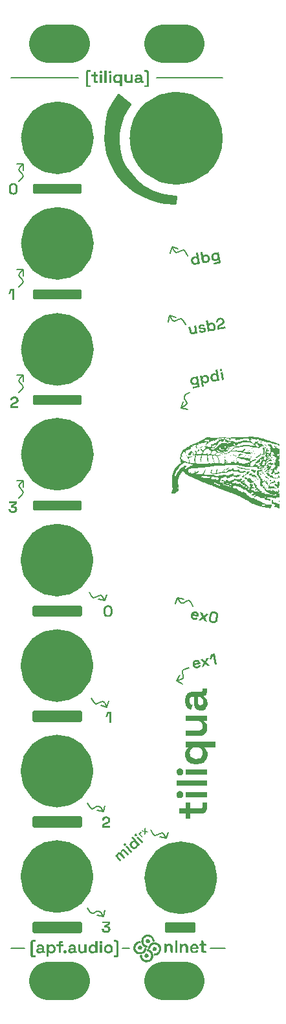
<source format=gbr>
%TF.GenerationSoftware,KiCad,Pcbnew,8.0.7*%
%TF.CreationDate,2025-01-05T13:11:30+01:00*%
%TF.ProjectId,tiliqua-panel,74696c69-7175-4612-9d70-616e656c2e6b,rev?*%
%TF.SameCoordinates,Original*%
%TF.FileFunction,Soldermask,Top*%
%TF.FilePolarity,Negative*%
%FSLAX46Y46*%
G04 Gerber Fmt 4.6, Leading zero omitted, Abs format (unit mm)*
G04 Created by KiCad (PCBNEW 8.0.7) date 2025-01-05 13:11:30*
%MOMM*%
%LPD*%
G01*
G04 APERTURE LIST*
%ADD10C,5.000000*%
%ADD11C,6.088231*%
%ADD12C,0.200000*%
%ADD13C,4.775000*%
%ADD14C,0.300000*%
%ADD15C,0.500000*%
%ADD16C,0.400000*%
%ADD17C,0.375000*%
%ADD18C,0.320000*%
%ADD19C,0.000000*%
%ADD20C,6.400000*%
%ADD21O,7.500000X4.400000*%
%ADD22C,7.400000*%
G04 APERTURE END LIST*
D10*
X3000000Y-125500000D02*
X5950000Y-125500000D01*
D11*
X22844115Y-15400000D02*
G75*
G02*
X16755885Y-15400000I-3044115J0D01*
G01*
X16755885Y-15400000D02*
G75*
G02*
X22844115Y-15400000I3044115J0D01*
G01*
D12*
X24287500Y-121250000D02*
X26212500Y-121250000D01*
D13*
X6587500Y-111911200D02*
G75*
G02*
X1812500Y-111911200I-2387500J0D01*
G01*
X1812500Y-111911200D02*
G75*
G02*
X6587500Y-111911200I2387500J0D01*
G01*
D10*
X18050000Y-3000000D02*
X21000000Y-3000000D01*
D14*
X1250800Y-49122000D02*
X7250800Y-49122000D01*
X7250800Y-50087200D01*
X1250800Y-50087200D01*
X1250800Y-49122000D01*
G36*
X1250800Y-49122000D02*
G01*
X7250800Y-49122000D01*
X7250800Y-50087200D01*
X1250800Y-50087200D01*
X1250800Y-49122000D01*
G37*
D12*
X12750000Y-121250000D02*
X13675000Y-121250000D01*
X1250800Y-90498600D02*
X7250800Y-90498600D01*
X7250800Y-91463800D01*
X1250800Y-91463800D01*
X1250800Y-90498600D01*
G36*
X1250800Y-90498600D02*
G01*
X7250800Y-90498600D01*
X7250800Y-91463800D01*
X1250800Y-91463800D01*
X1250800Y-90498600D01*
G37*
D13*
X6637500Y-43000000D02*
G75*
G02*
X1862500Y-43000000I-2387500J0D01*
G01*
X1862500Y-43000000D02*
G75*
G02*
X6637500Y-43000000I2387500J0D01*
G01*
D12*
X17250000Y-7500000D02*
X25900000Y-7500000D01*
D10*
X18050000Y-125500000D02*
X21000000Y-125500000D01*
D14*
X1250800Y-21537600D02*
X7250800Y-21537600D01*
X7250800Y-22502800D01*
X1250800Y-22502800D01*
X1250800Y-21537600D01*
G36*
X1250800Y-21537600D02*
G01*
X7250800Y-21537600D01*
X7250800Y-22502800D01*
X1250800Y-22502800D01*
X1250800Y-21537600D01*
G37*
D13*
X6637500Y-56700000D02*
G75*
G02*
X1862500Y-56700000I-2387500J0D01*
G01*
X1862500Y-56700000D02*
G75*
G02*
X6637500Y-56700000I2387500J0D01*
G01*
D15*
X1250800Y-76706400D02*
X7275000Y-76706400D01*
X7275000Y-77671600D01*
X1250800Y-77671600D01*
X1250800Y-76706400D01*
D16*
X13700000Y-11000000D02*
X13282842Y-11533957D01*
X12787868Y-12453196D01*
X12398959Y-13619922D01*
X12186827Y-14680582D01*
X12116116Y-15670532D01*
X12222182Y-16837258D01*
X12611091Y-18216116D01*
X13000000Y-19100000D01*
X13636396Y-19948528D01*
X14520279Y-20973833D01*
X15368807Y-21680939D01*
X16606244Y-22423401D01*
X17843681Y-22812310D01*
X18833631Y-23024442D01*
X19650000Y-23050000D01*
X19646803Y-23837615D01*
X18374011Y-23766904D01*
X17384062Y-23554772D01*
X16217335Y-23165864D01*
X15298097Y-22741600D01*
X14450000Y-22300000D01*
X13592462Y-21660229D01*
X12956066Y-21023833D01*
X12340380Y-20387436D01*
X11845405Y-19609619D01*
X11300000Y-18600000D01*
X10826167Y-17296877D01*
X10578679Y-15493755D01*
X10649390Y-14241674D01*
X10740811Y-13272435D01*
X11009009Y-11876419D01*
X11447918Y-10971825D01*
X12203553Y-9779794D01*
X13700000Y-11000000D01*
G36*
X13700000Y-11000000D02*
G01*
X13282842Y-11533957D01*
X12787868Y-12453196D01*
X12398959Y-13619922D01*
X12186827Y-14680582D01*
X12116116Y-15670532D01*
X12222182Y-16837258D01*
X12611091Y-18216116D01*
X13000000Y-19100000D01*
X13636396Y-19948528D01*
X14520279Y-20973833D01*
X15368807Y-21680939D01*
X16606244Y-22423401D01*
X17843681Y-22812310D01*
X18833631Y-23024442D01*
X19650000Y-23050000D01*
X19646803Y-23837615D01*
X18374011Y-23766904D01*
X17384062Y-23554772D01*
X16217335Y-23165864D01*
X15298097Y-22741600D01*
X14450000Y-22300000D01*
X13592462Y-21660229D01*
X12956066Y-21023833D01*
X12340380Y-20387436D01*
X11845405Y-19609619D01*
X11300000Y-18600000D01*
X10826167Y-17296877D01*
X10578679Y-15493755D01*
X10649390Y-14241674D01*
X10740811Y-13272435D01*
X11009009Y-11876419D01*
X11447918Y-10971825D01*
X12203553Y-9779794D01*
X13700000Y-11000000D01*
G37*
D13*
X6587500Y-98122626D02*
G75*
G02*
X1812500Y-98122626I-2387500J0D01*
G01*
X1812500Y-98122626D02*
G75*
G02*
X6587500Y-98122626I2387500J0D01*
G01*
X6587500Y-84334055D02*
G75*
G02*
X1812500Y-84334055I-2387500J0D01*
G01*
X1812500Y-84334055D02*
G75*
G02*
X6587500Y-84334055I2387500J0D01*
G01*
D12*
X1250800Y-76706400D02*
X7250800Y-76706400D01*
X7250800Y-77671600D01*
X1250800Y-77671600D01*
X1250800Y-76706400D01*
G36*
X1250800Y-76706400D02*
G01*
X7250800Y-76706400D01*
X7250800Y-77671600D01*
X1250800Y-77671600D01*
X1250800Y-76706400D01*
G37*
D14*
X1250800Y-62914200D02*
X7250800Y-62914200D01*
X7250800Y-63879400D01*
X1250800Y-63879400D01*
X1250800Y-62914200D01*
G36*
X1250800Y-62914200D02*
G01*
X7250800Y-62914200D01*
X7250800Y-63879400D01*
X1250800Y-63879400D01*
X1250800Y-62914200D01*
G37*
D13*
X6637500Y-29150000D02*
G75*
G02*
X1862500Y-29150000I-2387500J0D01*
G01*
X1862500Y-29150000D02*
G75*
G02*
X6637500Y-29150000I2387500J0D01*
G01*
D12*
X1250800Y-118083000D02*
X7250800Y-118083000D01*
X7250800Y-119048200D01*
X1250800Y-119048200D01*
X1250800Y-118083000D01*
G36*
X1250800Y-118083000D02*
G01*
X7250800Y-118083000D01*
X7250800Y-119048200D01*
X1250800Y-119048200D01*
X1250800Y-118083000D01*
G37*
X-1800000Y-7500000D02*
X7000000Y-7500000D01*
X1250800Y-104290800D02*
X7250800Y-104290800D01*
X7250800Y-105256000D01*
X1250800Y-105256000D01*
X1250800Y-104290800D01*
G36*
X1250800Y-104290800D02*
G01*
X7250800Y-104290800D01*
X7250800Y-105256000D01*
X1250800Y-105256000D01*
X1250800Y-104290800D01*
G37*
D14*
X1250800Y-35329800D02*
X7250800Y-35329800D01*
X7250800Y-36295000D01*
X1250800Y-36295000D01*
X1250800Y-35329800D01*
G36*
X1250800Y-35329800D02*
G01*
X7250800Y-35329800D01*
X7250800Y-36295000D01*
X1250800Y-36295000D01*
X1250800Y-35329800D01*
G37*
D13*
X22787500Y-112074074D02*
G75*
G02*
X18012500Y-112074074I-2387500J0D01*
G01*
X18012500Y-112074074D02*
G75*
G02*
X22787500Y-112074074I2387500J0D01*
G01*
D12*
X-1850000Y-121250000D02*
X0Y-121250000D01*
D16*
X18500000Y-118044900D02*
X22019800Y-118044900D01*
X22019800Y-119000000D01*
X18500000Y-119000000D01*
X18500000Y-118044900D01*
G36*
X18500000Y-118044900D02*
G01*
X22019800Y-118044900D01*
X22019800Y-119000000D01*
X18500000Y-119000000D01*
X18500000Y-118044900D01*
G37*
D15*
X1250800Y-104290800D02*
X7250800Y-104290800D01*
X7250800Y-105256000D01*
X1250800Y-105256000D01*
X1250800Y-104290800D01*
X1250800Y-90498600D02*
X7250800Y-90498600D01*
X7250800Y-91463800D01*
X1250800Y-91463800D01*
X1250800Y-90498600D01*
D13*
X6637500Y-15350000D02*
G75*
G02*
X1862500Y-15350000I-2387500J0D01*
G01*
X1862500Y-15350000D02*
G75*
G02*
X6637500Y-15350000I2387500J0D01*
G01*
D15*
X1250800Y-118083000D02*
X7275000Y-118083000D01*
X7275000Y-119048200D01*
X1250800Y-119048200D01*
X1250800Y-118083000D01*
D10*
X3050000Y-3000000D02*
X6000000Y-3000000D01*
D13*
X6587500Y-70545484D02*
G75*
G02*
X1812500Y-70545484I-2387500J0D01*
G01*
X1812500Y-70545484D02*
G75*
G02*
X6587500Y-70545484I2387500J0D01*
G01*
D17*
G36*
X12448630Y-109960225D02*
G01*
X11779119Y-109162333D01*
X11978662Y-108994897D01*
X12051430Y-109081618D01*
X12080337Y-109057362D01*
X12078591Y-108980251D01*
X12091020Y-108929313D01*
X12125018Y-108864398D01*
X12174130Y-108809672D01*
X12192912Y-108793120D01*
X12256033Y-108748092D01*
X12327480Y-108717459D01*
X12357377Y-108711551D01*
X12434775Y-108711171D01*
X12508582Y-108731021D01*
X12537489Y-108706765D01*
X12531009Y-108632215D01*
X12543314Y-108556967D01*
X12575497Y-108490404D01*
X12624420Y-108433077D01*
X12656267Y-108404319D01*
X12718550Y-108360897D01*
X12790284Y-108329999D01*
X12817075Y-108322950D01*
X12893469Y-108316152D01*
X12970902Y-108329354D01*
X12993216Y-108336800D01*
X13059102Y-108370516D01*
X13117418Y-108417109D01*
X13163652Y-108466393D01*
X13603791Y-108990930D01*
X13401160Y-109160957D01*
X12973267Y-108651013D01*
X12916383Y-108600463D01*
X12856414Y-108580719D01*
X12783523Y-108594762D01*
X12733766Y-108627199D01*
X12684061Y-108685510D01*
X12664155Y-108756525D01*
X12664046Y-108761266D01*
X12678550Y-108833780D01*
X12715973Y-108898892D01*
X12732130Y-108919350D01*
X13127525Y-109390564D01*
X12924895Y-109560591D01*
X12497002Y-109050647D01*
X12440118Y-109000097D01*
X12380149Y-108980353D01*
X12307258Y-108994396D01*
X12257500Y-109026833D01*
X12207796Y-109085144D01*
X12187890Y-109156159D01*
X12187780Y-109160900D01*
X12202285Y-109233414D01*
X12239707Y-109298526D01*
X12255865Y-109318984D01*
X12651260Y-109790198D01*
X12448630Y-109960225D01*
G37*
G36*
X13821576Y-108808186D02*
G01*
X13152065Y-108010295D01*
X13354696Y-107840268D01*
X14024206Y-108638159D01*
X13821576Y-108808186D01*
G37*
G36*
X13175242Y-107831589D02*
G01*
X13109613Y-107867591D01*
X13052954Y-107873940D01*
X12979442Y-107850577D01*
X12936882Y-107812555D01*
X12900255Y-107744559D01*
X12896586Y-107687587D01*
X12922543Y-107615093D01*
X12959293Y-107574231D01*
X13025864Y-107537590D01*
X13082377Y-107531690D01*
X13155187Y-107555643D01*
X13197607Y-107593781D01*
X13234501Y-107661554D01*
X13238746Y-107718042D01*
X13212801Y-107790128D01*
X13175242Y-107831589D01*
G37*
G36*
X15050548Y-107776956D02*
G01*
X14851005Y-107944393D01*
X14769995Y-107847849D01*
X14741088Y-107872105D01*
X14741826Y-107949382D01*
X14725331Y-108025455D01*
X14690400Y-108095330D01*
X14639431Y-108156269D01*
X14590035Y-108201633D01*
X14527892Y-108245884D01*
X14460387Y-108278849D01*
X14387520Y-108300525D01*
X14372304Y-108303506D01*
X14295281Y-108310288D01*
X14217450Y-108303082D01*
X14138811Y-108281890D01*
X14122986Y-108275973D01*
X14053086Y-108241436D01*
X13985904Y-108194178D01*
X13928467Y-108141491D01*
X13886799Y-108095379D01*
X13865369Y-108069840D01*
X13815767Y-108004422D01*
X13776466Y-107938669D01*
X13744566Y-107864298D01*
X13728768Y-107806162D01*
X13719026Y-107732345D01*
X13720473Y-107675820D01*
X13986698Y-107675820D01*
X13991384Y-107753769D01*
X14018042Y-107825258D01*
X14060272Y-107890107D01*
X14072003Y-107904584D01*
X14085426Y-107920581D01*
X14141397Y-107977230D01*
X14206547Y-108020119D01*
X14281812Y-108042915D01*
X14295902Y-108044315D01*
X14371530Y-108039397D01*
X14442356Y-108014209D01*
X14502575Y-107973720D01*
X14557196Y-107915738D01*
X14592555Y-107849617D01*
X14607986Y-107782445D01*
X14603459Y-107704362D01*
X14576889Y-107632800D01*
X14534691Y-107567923D01*
X14522961Y-107553445D01*
X14509538Y-107537448D01*
X14453612Y-107480762D01*
X14388615Y-107437744D01*
X14313646Y-107414701D01*
X14299624Y-107413244D01*
X14224403Y-107417820D01*
X14153254Y-107443279D01*
X14092108Y-107484545D01*
X14037614Y-107542421D01*
X14002249Y-107608547D01*
X13986698Y-107675820D01*
X13720473Y-107675820D01*
X13721042Y-107653572D01*
X13736574Y-107578217D01*
X13743869Y-107556277D01*
X13775674Y-107486967D01*
X13818047Y-107424575D01*
X13870989Y-107369101D01*
X13882846Y-107358837D01*
X13944395Y-107312683D01*
X14010309Y-107277103D01*
X14018217Y-107273942D01*
X14089445Y-107253646D01*
X14133717Y-107249721D01*
X14207961Y-107259219D01*
X14226226Y-107265356D01*
X14255414Y-107240864D01*
X13903114Y-106821010D01*
X14105745Y-106650983D01*
X15050548Y-107776956D01*
G37*
G36*
X15275350Y-107588325D02*
G01*
X14605839Y-106790433D01*
X14808469Y-106620407D01*
X15477980Y-107418298D01*
X15275350Y-107588325D01*
G37*
G36*
X14629015Y-106611728D02*
G01*
X14563387Y-106647730D01*
X14506728Y-106654079D01*
X14433216Y-106630716D01*
X14390656Y-106592694D01*
X14354029Y-106524698D01*
X14350360Y-106467726D01*
X14376316Y-106395232D01*
X14413067Y-106354370D01*
X14479638Y-106317729D01*
X14536151Y-106311829D01*
X14608961Y-106335782D01*
X14651381Y-106373920D01*
X14688274Y-106441692D01*
X14692519Y-106498181D01*
X14666574Y-106570267D01*
X14629015Y-106611728D01*
G37*
G36*
X15273942Y-106800100D02*
G01*
X14845577Y-106289595D01*
X14973274Y-106182445D01*
X15021550Y-106239979D01*
X15040073Y-106224436D01*
X15038632Y-106150198D01*
X15039485Y-106147930D01*
X15082308Y-106087347D01*
X15088702Y-106081763D01*
X15150445Y-106029955D01*
X15247233Y-106145302D01*
X15183245Y-106198995D01*
X15135441Y-106258468D01*
X15123992Y-106293670D01*
X15136843Y-106367100D01*
X15160101Y-106401108D01*
X15403602Y-106691301D01*
X15273942Y-106800100D01*
G37*
G36*
X15635982Y-106496312D02*
G01*
X15605544Y-106083293D01*
X15209863Y-105983923D01*
X15360011Y-105857934D01*
X15618955Y-105929998D01*
X15637478Y-105914455D01*
X15611194Y-105647166D01*
X15761623Y-105520941D01*
X15790774Y-105927867D01*
X16191952Y-106029798D01*
X16039558Y-106157671D01*
X15779011Y-106083127D01*
X15760488Y-106098669D01*
X15788375Y-106368439D01*
X15635982Y-106496312D01*
G37*
D12*
X18729260Y-106102148D02*
X18507415Y-106930084D01*
X18507415Y-106930084D02*
X17679478Y-106708239D01*
X18507415Y-106930084D02*
X18204369Y-106405193D01*
X18204369Y-106405193D02*
X17965364Y-106193256D01*
X17965364Y-106193256D02*
X17652411Y-106257297D01*
X17652411Y-106257297D02*
X17302484Y-106459327D01*
X17302484Y-106459327D02*
X16989531Y-106523368D01*
X16989531Y-106523368D02*
X16750527Y-106311431D01*
X16750527Y-106311431D02*
X16447481Y-105786540D01*
X10479260Y-116327148D02*
X10257415Y-117155084D01*
X10257415Y-117155084D02*
X9429478Y-116933239D01*
X10257415Y-117155084D02*
X9954369Y-116630193D01*
X9954369Y-116630193D02*
X9715364Y-116418256D01*
X9715364Y-116418256D02*
X9402411Y-116482297D01*
X9402411Y-116482297D02*
X9052484Y-116684327D01*
X9052484Y-116684327D02*
X8739531Y-116748368D01*
X8739531Y-116748368D02*
X8500527Y-116536431D01*
X8500527Y-116536431D02*
X8197481Y-116011540D01*
X19020739Y-30422851D02*
X19242584Y-29594915D01*
X19242584Y-29594915D02*
X20070521Y-29816760D01*
X19242584Y-29594915D02*
X19545630Y-30119806D01*
X19545630Y-30119806D02*
X19784635Y-30331743D01*
X19784635Y-30331743D02*
X20097588Y-30267702D01*
X20097588Y-30267702D02*
X20447515Y-30065672D01*
X20447515Y-30065672D02*
X20760468Y-30001631D01*
X20760468Y-30001631D02*
X20999472Y-30213568D01*
X20999472Y-30213568D02*
X21302518Y-30738459D01*
D17*
G36*
X22930479Y-31791732D02*
G01*
X22673951Y-31836964D01*
X22652066Y-31712850D01*
X22614904Y-31719403D01*
X22576904Y-31786696D01*
X22524583Y-31844329D01*
X22459394Y-31887377D01*
X22384785Y-31914668D01*
X22319325Y-31929256D01*
X22243381Y-31936507D01*
X22168438Y-31931303D01*
X22094495Y-31913642D01*
X22079827Y-31908615D01*
X22009732Y-31875977D01*
X21945931Y-31830821D01*
X21888424Y-31773148D01*
X21877678Y-31760112D01*
X21834411Y-31695252D01*
X21799859Y-31620734D01*
X21776461Y-31546388D01*
X21763431Y-31485620D01*
X21757642Y-31452787D01*
X21747394Y-31371332D01*
X21746577Y-31317309D01*
X22012152Y-31317309D01*
X22016299Y-31394585D01*
X22019220Y-31412988D01*
X22022846Y-31433554D01*
X22042993Y-31510598D01*
X22077971Y-31580316D01*
X22131754Y-31637690D01*
X22143256Y-31645948D01*
X22211211Y-31679503D01*
X22285142Y-31693102D01*
X22357538Y-31688148D01*
X22433833Y-31665244D01*
X22497515Y-31625661D01*
X22544464Y-31575204D01*
X22579585Y-31505319D01*
X22592356Y-31430059D01*
X22588250Y-31352775D01*
X22585331Y-31334372D01*
X22581704Y-31313807D01*
X22561614Y-31236752D01*
X22526834Y-31166999D01*
X22473430Y-31109558D01*
X22462015Y-31101285D01*
X22394584Y-31067638D01*
X22320238Y-31054112D01*
X22246651Y-31059276D01*
X22170520Y-31082151D01*
X22106829Y-31121735D01*
X22059725Y-31172220D01*
X22024810Y-31242069D01*
X22012152Y-31317309D01*
X21746577Y-31317309D01*
X21746235Y-31294738D01*
X21755794Y-31214381D01*
X21771181Y-31156135D01*
X21799652Y-31087336D01*
X21840785Y-31020125D01*
X21891913Y-30962632D01*
X21909201Y-30947278D01*
X21971400Y-30903157D01*
X22039292Y-30870310D01*
X22112878Y-30848740D01*
X22128278Y-30845778D01*
X22204658Y-30836583D01*
X22279532Y-30838726D01*
X22287960Y-30839943D01*
X22359794Y-30857980D01*
X22400097Y-30876717D01*
X22459645Y-30922065D01*
X22472395Y-30936512D01*
X22509918Y-30929896D01*
X22414745Y-30390141D01*
X22675241Y-30344209D01*
X22930479Y-31791732D01*
G37*
G36*
X23319911Y-30787072D02*
G01*
X23357434Y-30780456D01*
X23394407Y-30714258D01*
X23406003Y-30699349D01*
X23463100Y-30647847D01*
X23497356Y-30626694D01*
X23565120Y-30598005D01*
X23638261Y-30579615D01*
X23649765Y-30577499D01*
X23726554Y-30570099D01*
X23801779Y-30575254D01*
X23875440Y-30592964D01*
X23889984Y-30598013D01*
X23959670Y-30630760D01*
X24023144Y-30676082D01*
X24080407Y-30733980D01*
X24091114Y-30747068D01*
X24134525Y-30811723D01*
X24169174Y-30886102D01*
X24192618Y-30960383D01*
X24205659Y-31021136D01*
X24211448Y-31053968D01*
X24221677Y-31135450D01*
X24222780Y-31212123D01*
X24213114Y-31292633D01*
X24197612Y-31351045D01*
X24169255Y-31419643D01*
X24128129Y-31486722D01*
X24076877Y-31544180D01*
X24059528Y-31559541D01*
X23997519Y-31603629D01*
X23929747Y-31636454D01*
X23856210Y-31658016D01*
X23840811Y-31660977D01*
X23767300Y-31670084D01*
X23689459Y-31668627D01*
X23619606Y-31651247D01*
X23554330Y-31617724D01*
X23497128Y-31571287D01*
X23491283Y-31564873D01*
X23454121Y-31571426D01*
X23476006Y-31695541D01*
X23219478Y-31740773D01*
X23102385Y-31076704D01*
X23376691Y-31076704D01*
X23380838Y-31153980D01*
X23383759Y-31172383D01*
X23387385Y-31192948D01*
X23407533Y-31269993D01*
X23442510Y-31339711D01*
X23496294Y-31397085D01*
X23507796Y-31405343D01*
X23575793Y-31438891D01*
X23649852Y-31452467D01*
X23722438Y-31447479D01*
X23798527Y-31424611D01*
X23862090Y-31385050D01*
X23909004Y-31334599D01*
X23944125Y-31264714D01*
X23956895Y-31189454D01*
X23952789Y-31112170D01*
X23949870Y-31093767D01*
X23946244Y-31073202D01*
X23926153Y-30996147D01*
X23891373Y-30926394D01*
X23837969Y-30868953D01*
X23826555Y-30860680D01*
X23759166Y-30827025D01*
X23684948Y-30813477D01*
X23611551Y-30818607D01*
X23535214Y-30841519D01*
X23471404Y-30881124D01*
X23424265Y-30931615D01*
X23389349Y-31001464D01*
X23376691Y-31076704D01*
X23102385Y-31076704D01*
X22964241Y-30293250D01*
X23224737Y-30247318D01*
X23319911Y-30787072D01*
G37*
G36*
X25600700Y-31508396D02*
G01*
X25604889Y-31583182D01*
X25585025Y-31659061D01*
X25568353Y-31687831D01*
X25513721Y-31741968D01*
X25444954Y-31773103D01*
X25413879Y-31780172D01*
X24727280Y-31901238D01*
X24687200Y-31673935D01*
X25282879Y-31568900D01*
X25331682Y-31511305D01*
X25330025Y-31496601D01*
X25282947Y-31229610D01*
X25245424Y-31236226D01*
X25208917Y-31301213D01*
X25199593Y-31313874D01*
X25144019Y-31366306D01*
X25110362Y-31388015D01*
X25043012Y-31417468D01*
X24968822Y-31436317D01*
X24957061Y-31438483D01*
X24879025Y-31446103D01*
X24802764Y-31441131D01*
X24728279Y-31423566D01*
X24713595Y-31418542D01*
X24643550Y-31386185D01*
X24579898Y-31341875D01*
X24522640Y-31285612D01*
X24511955Y-31272924D01*
X24469056Y-31210148D01*
X24434961Y-31138227D01*
X24412046Y-31066621D01*
X24399426Y-31008174D01*
X24393573Y-30974981D01*
X24383858Y-30896547D01*
X24383437Y-30852419D01*
X24648659Y-30852419D01*
X24653694Y-30926459D01*
X24655151Y-30935182D01*
X24658841Y-30956108D01*
X24678081Y-31028009D01*
X24712358Y-31093753D01*
X24765744Y-31148871D01*
X24777215Y-31156957D01*
X24845061Y-31189896D01*
X24918929Y-31203135D01*
X24991306Y-31198074D01*
X25067623Y-31175298D01*
X25131373Y-31136100D01*
X25178423Y-31086213D01*
X25213871Y-31018181D01*
X25227633Y-30938850D01*
X25222762Y-30865539D01*
X25221325Y-30856927D01*
X25217635Y-30836001D01*
X25198313Y-30763303D01*
X25164174Y-30697186D01*
X25111217Y-30642280D01*
X25099855Y-30634303D01*
X25032605Y-30601682D01*
X24958365Y-30588757D01*
X24884809Y-30594098D01*
X24808640Y-30616760D01*
X24744837Y-30655704D01*
X24697565Y-30705237D01*
X24662252Y-30772831D01*
X24648659Y-30852419D01*
X24383437Y-30852419D01*
X24383152Y-30822524D01*
X24393126Y-30744520D01*
X24408766Y-30687709D01*
X24441309Y-30613446D01*
X24483948Y-30548229D01*
X24536683Y-30492058D01*
X24548441Y-30481909D01*
X24611232Y-30437683D01*
X24679998Y-30404683D01*
X24754739Y-30382908D01*
X24770405Y-30379900D01*
X24844827Y-30370839D01*
X24922945Y-30373057D01*
X24992055Y-30392156D01*
X25059741Y-30428982D01*
X25115964Y-30476704D01*
X25153126Y-30470151D01*
X25131241Y-30346036D01*
X25387769Y-30300804D01*
X25600700Y-31508396D01*
G37*
G36*
X10088293Y-105545000D02*
G01*
X10088293Y-105368778D01*
X10091430Y-105295254D01*
X10102459Y-105220257D01*
X10124026Y-105146511D01*
X10138485Y-105113422D01*
X10178526Y-105047644D01*
X10229129Y-104990350D01*
X10284298Y-104945628D01*
X10348283Y-104906544D01*
X10420712Y-104872183D01*
X10493117Y-104845296D01*
X10518771Y-104837184D01*
X10659455Y-104793220D01*
X10730805Y-104765102D01*
X10789515Y-104731304D01*
X10845872Y-104679355D01*
X10870481Y-104642278D01*
X10894724Y-104570751D01*
X10898691Y-104522477D01*
X10898691Y-104514050D01*
X10888645Y-104441270D01*
X10851529Y-104371727D01*
X10827250Y-104346988D01*
X10760735Y-104306900D01*
X10683772Y-104288036D01*
X10631978Y-104285073D01*
X10553896Y-104292908D01*
X10481356Y-104319330D01*
X10435607Y-104351385D01*
X10390286Y-104408984D01*
X10365883Y-104482864D01*
X10361235Y-104541161D01*
X10361235Y-104578897D01*
X10092323Y-104578897D01*
X10092323Y-104545558D01*
X10096788Y-104468713D01*
X10112486Y-104389488D01*
X10139486Y-104317914D01*
X10163764Y-104274448D01*
X10208007Y-104215973D01*
X10266683Y-104160789D01*
X10328056Y-104119934D01*
X10357937Y-104104455D01*
X10429383Y-104075942D01*
X10505233Y-104056761D01*
X10585488Y-104046911D01*
X10631978Y-104045471D01*
X10705777Y-104049088D01*
X10784368Y-104061807D01*
X10858264Y-104083684D01*
X10904919Y-104103356D01*
X10969458Y-104139568D01*
X11031582Y-104188369D01*
X11083617Y-104246186D01*
X11097260Y-104265289D01*
X11134355Y-104333703D01*
X11157711Y-104409345D01*
X11166984Y-104483601D01*
X11167602Y-104509654D01*
X11167602Y-104530537D01*
X11163024Y-104606281D01*
X11147196Y-104682487D01*
X11116726Y-104756645D01*
X11109717Y-104769040D01*
X11065281Y-104832048D01*
X11011060Y-104886571D01*
X10953279Y-104928775D01*
X10889001Y-104965325D01*
X10819356Y-104997583D01*
X10744344Y-105025546D01*
X10728698Y-105030624D01*
X10594242Y-105072390D01*
X10522956Y-105097414D01*
X10456757Y-105130440D01*
X10453558Y-105132473D01*
X10396927Y-105182563D01*
X10383217Y-105203914D01*
X10364128Y-105277420D01*
X10363433Y-105297337D01*
X10363433Y-105305764D01*
X11155146Y-105305764D01*
X11155146Y-105545000D01*
X10088293Y-105545000D01*
G37*
G36*
X10959833Y-76449093D02*
G01*
X11034139Y-76459961D01*
X11116460Y-76482565D01*
X11191310Y-76515602D01*
X11258689Y-76559072D01*
X11299459Y-76593848D01*
X11352623Y-76654105D01*
X11394788Y-76723867D01*
X11425953Y-76803135D01*
X11443522Y-76876453D01*
X11453452Y-76956371D01*
X11455896Y-77025059D01*
X11455896Y-77394720D01*
X11452077Y-77482354D01*
X11440619Y-77562761D01*
X11421523Y-77635941D01*
X11388524Y-77714217D01*
X11344526Y-77782086D01*
X11299459Y-77830694D01*
X11237059Y-77879500D01*
X11167190Y-77918209D01*
X11089850Y-77946820D01*
X11005039Y-77965333D01*
X10928657Y-77973046D01*
X10880338Y-77974309D01*
X10801450Y-77970802D01*
X10727588Y-77960284D01*
X10645590Y-77938405D01*
X10570830Y-77906428D01*
X10503309Y-77864354D01*
X10462316Y-77830694D01*
X10408903Y-77771497D01*
X10366541Y-77701894D01*
X10335229Y-77621883D01*
X10317578Y-77547258D01*
X10307602Y-77465406D01*
X10305146Y-77394720D01*
X10305146Y-77025059D01*
X10305707Y-77012602D01*
X10573691Y-77012602D01*
X10573691Y-77403147D01*
X10578477Y-77480953D01*
X10595301Y-77556115D01*
X10628202Y-77624264D01*
X10650261Y-77652274D01*
X10712160Y-77699415D01*
X10784059Y-77725289D01*
X10861493Y-77734749D01*
X10880338Y-77735073D01*
X10953908Y-77729692D01*
X11031253Y-77707832D01*
X11097571Y-77664363D01*
X11112247Y-77648977D01*
X11154798Y-77581085D01*
X11178153Y-77504263D01*
X11186693Y-77422826D01*
X11186985Y-77403147D01*
X11186985Y-77012602D01*
X11181787Y-76936742D01*
X11163514Y-76863168D01*
X11127779Y-76796035D01*
X11103820Y-76768237D01*
X11040056Y-76720889D01*
X10970218Y-76694900D01*
X10889074Y-76685154D01*
X10880338Y-76685073D01*
X10803979Y-76691883D01*
X10730964Y-76715425D01*
X10665027Y-76760743D01*
X10654658Y-76771168D01*
X10611960Y-76831740D01*
X10585077Y-76905836D01*
X10574403Y-76984085D01*
X10573691Y-77012602D01*
X10305707Y-77012602D01*
X10308983Y-76939859D01*
X10320495Y-76861261D01*
X10339681Y-76789264D01*
X10372834Y-76711580D01*
X10417038Y-76643402D01*
X10462316Y-76593848D01*
X10525012Y-76543423D01*
X10594946Y-76503431D01*
X10672119Y-76473871D01*
X10756530Y-76454744D01*
X10832402Y-76446775D01*
X10880338Y-76445471D01*
X10959833Y-76449093D01*
G37*
D12*
X19720739Y-76272851D02*
X19942584Y-75444915D01*
X19942584Y-75444915D02*
X20770521Y-75666760D01*
X19942584Y-75444915D02*
X20245630Y-75969806D01*
X20245630Y-75969806D02*
X20484635Y-76181743D01*
X20484635Y-76181743D02*
X20797588Y-76117702D01*
X20797588Y-76117702D02*
X21147515Y-75915672D01*
X21147515Y-75915672D02*
X21460468Y-75851631D01*
X21460468Y-75851631D02*
X21699472Y-76063568D01*
X21699472Y-76063568D02*
X22002518Y-76588459D01*
X-1051028Y-18768422D02*
X-193885Y-18768422D01*
X-193885Y-18768422D02*
X-193885Y-19625564D01*
X-193885Y-18768422D02*
X-622457Y-19196993D01*
X-622457Y-19196993D02*
X-765314Y-19482707D01*
X-765314Y-19482707D02*
X-622457Y-19768422D01*
X-622457Y-19768422D02*
X-336742Y-20054136D01*
X-336742Y-20054136D02*
X-193885Y-20339850D01*
X-193885Y-20339850D02*
X-336742Y-20625564D01*
X-336742Y-20625564D02*
X-765314Y-21054136D01*
D17*
G36*
X22291002Y-77244782D02*
G01*
X22338182Y-77251457D01*
X22410549Y-77268542D01*
X22484264Y-77296744D01*
X22549829Y-77334456D01*
X22589010Y-77364880D01*
X22640605Y-77417137D01*
X22686995Y-77483212D01*
X22718901Y-77549889D01*
X22730088Y-77581716D01*
X22747774Y-77656829D01*
X22754566Y-77736319D01*
X22751458Y-77810651D01*
X22743477Y-77868669D01*
X22727763Y-77957786D01*
X21980911Y-77826096D01*
X21981034Y-77901939D01*
X22005565Y-77975653D01*
X22029282Y-78011705D01*
X22082819Y-78062630D01*
X22148864Y-78096614D01*
X22199843Y-78109858D01*
X22274898Y-78116187D01*
X22349205Y-78101235D01*
X22369157Y-78090607D01*
X22429740Y-78042749D01*
X22466748Y-77999186D01*
X22659961Y-78148208D01*
X22608083Y-78204480D01*
X22555644Y-78250347D01*
X22491574Y-78292312D01*
X22420724Y-78322646D01*
X22390562Y-78332099D01*
X22317758Y-78345314D01*
X22243040Y-78346438D01*
X22168846Y-78338584D01*
X22151465Y-78335698D01*
X22077947Y-78318549D01*
X22002340Y-78290504D01*
X21934253Y-78253192D01*
X21893039Y-78223168D01*
X21838587Y-78171335D01*
X21793786Y-78112494D01*
X21758638Y-78046645D01*
X21743282Y-78007033D01*
X21724286Y-77931185D01*
X21716742Y-77850471D01*
X21719650Y-77774639D01*
X21727769Y-77715241D01*
X21732159Y-77690346D01*
X21745553Y-77632007D01*
X22017366Y-77632007D01*
X22497228Y-77716620D01*
X22492026Y-77642279D01*
X22460507Y-77573540D01*
X22450982Y-77561147D01*
X22394895Y-77513366D01*
X22326455Y-77485113D01*
X22295937Y-77478378D01*
X22221678Y-77473079D01*
X22147063Y-77488720D01*
X22119048Y-77502618D01*
X22061077Y-77552373D01*
X22023382Y-77616160D01*
X22017366Y-77632007D01*
X21745553Y-77632007D01*
X21749900Y-77613073D01*
X21774685Y-77542528D01*
X21810989Y-77471209D01*
X21845388Y-77421627D01*
X21896649Y-77366024D01*
X21954562Y-77320423D01*
X22019128Y-77284822D01*
X22057872Y-77269366D01*
X22131525Y-77249803D01*
X22209235Y-77241608D01*
X22291002Y-77244782D01*
G37*
G36*
X22725173Y-78407097D02*
G01*
X23188682Y-77955727D01*
X22910009Y-77382047D01*
X23211997Y-77435296D01*
X23385612Y-77817836D01*
X23422774Y-77824388D01*
X23716754Y-77524298D01*
X24018742Y-77577546D01*
X23561026Y-78021381D01*
X23841844Y-78603996D01*
X23535887Y-78550048D01*
X23362972Y-78163539D01*
X23325810Y-78156986D01*
X23031130Y-78461045D01*
X22725173Y-78407097D01*
G37*
G36*
X24778201Y-77247764D02*
G01*
X24825635Y-77254803D01*
X24903293Y-77272175D01*
X24974584Y-77295781D01*
X25051728Y-77332336D01*
X25119704Y-77377869D01*
X25178512Y-77432379D01*
X25212623Y-77473706D01*
X25254516Y-77542280D01*
X25283926Y-77618304D01*
X25300853Y-77701779D01*
X25305424Y-77777034D01*
X25301325Y-77857463D01*
X25291805Y-77925531D01*
X25227614Y-78289577D01*
X25208635Y-78375216D01*
X25183389Y-78452412D01*
X25151875Y-78521164D01*
X25105785Y-78592521D01*
X25050670Y-78651718D01*
X24997847Y-78691762D01*
X24927920Y-78728991D01*
X24852391Y-78754979D01*
X24771257Y-78769725D01*
X24684520Y-78773230D01*
X24607959Y-78767562D01*
X24560155Y-78760415D01*
X24483074Y-78743263D01*
X24412162Y-78720078D01*
X24335208Y-78684293D01*
X24267137Y-78639820D01*
X24207948Y-78586660D01*
X24173423Y-78546393D01*
X24131100Y-78478821D01*
X24101468Y-78402919D01*
X24084526Y-78318687D01*
X24080102Y-78242130D01*
X24081167Y-78222137D01*
X24348550Y-78222137D01*
X24352067Y-78299078D01*
X24372635Y-78371905D01*
X24389494Y-78403321D01*
X24442267Y-78460493D01*
X24508580Y-78498460D01*
X24583196Y-78521223D01*
X24601698Y-78524814D01*
X24675085Y-78532290D01*
X24755051Y-78524192D01*
X24827909Y-78492901D01*
X24845034Y-78480297D01*
X24898728Y-78420825D01*
X24935069Y-78349225D01*
X24957620Y-78270509D01*
X24961325Y-78251179D01*
X25029142Y-77866568D01*
X25037196Y-77790958D01*
X25031976Y-77715328D01*
X25008442Y-77643010D01*
X24989674Y-77611474D01*
X24935101Y-77553772D01*
X24870837Y-77516051D01*
X24792618Y-77492363D01*
X24784029Y-77490766D01*
X24707647Y-77484213D01*
X24631653Y-77494718D01*
X24558849Y-77527898D01*
X24546826Y-77536364D01*
X24494260Y-77588601D01*
X24454918Y-77656903D01*
X24430818Y-77732110D01*
X24425165Y-77760071D01*
X24357348Y-78144682D01*
X24348550Y-78222137D01*
X24081167Y-78222137D01*
X24084490Y-78159789D01*
X24094346Y-78089751D01*
X24158537Y-77725705D01*
X24177111Y-77642467D01*
X24202096Y-77567061D01*
X24233492Y-77499489D01*
X24279631Y-77428743D01*
X24335003Y-77369277D01*
X24388199Y-77328338D01*
X24458698Y-77289566D01*
X24534514Y-77262325D01*
X24615647Y-77246615D01*
X24702097Y-77242437D01*
X24778201Y-77247764D01*
G37*
D12*
X10979260Y-88927148D02*
X10757415Y-89755084D01*
X10757415Y-89755084D02*
X9929478Y-89533239D01*
X10757415Y-89755084D02*
X10454369Y-89230193D01*
X10454369Y-89230193D02*
X10215364Y-89018256D01*
X10215364Y-89018256D02*
X9902411Y-89082297D01*
X9902411Y-89082297D02*
X9552484Y-89284327D01*
X9552484Y-89284327D02*
X9239531Y-89348368D01*
X9239531Y-89348368D02*
X9000527Y-89136431D01*
X9000527Y-89136431D02*
X8697481Y-88611540D01*
D17*
G36*
X-1561427Y-64374309D02*
G01*
X-1642050Y-64370645D01*
X-1717956Y-64359654D01*
X-1789145Y-64341336D01*
X-1855617Y-64315690D01*
X-1923340Y-64278454D01*
X-1982253Y-64233104D01*
X-2037380Y-64173198D01*
X-2056385Y-64146430D01*
X-2091273Y-64081183D01*
X-2114744Y-64009503D01*
X-2126796Y-63931389D01*
X-2128558Y-63885212D01*
X-2128558Y-63847477D01*
X-1859647Y-63847477D01*
X-1859647Y-63876786D01*
X-1849993Y-63952053D01*
X-1817441Y-64021425D01*
X-1777948Y-64064731D01*
X-1715337Y-64104779D01*
X-1640345Y-64128203D01*
X-1561427Y-64135073D01*
X-1482293Y-64128704D01*
X-1409214Y-64106988D01*
X-1350767Y-64069860D01*
X-1302377Y-64011372D01*
X-1278656Y-63941880D01*
X-1276029Y-63906095D01*
X-1276029Y-63885212D01*
X-1289195Y-63810966D01*
X-1309734Y-63776036D01*
X-1366658Y-63728667D01*
X-1399860Y-63714120D01*
X-1472460Y-63697296D01*
X-1528087Y-63693970D01*
X-1821912Y-63693970D01*
X-1821912Y-63400146D01*
X-1347470Y-63148087D01*
X-1347470Y-63114382D01*
X-2090823Y-63114382D01*
X-2090823Y-62875146D01*
X-1049249Y-62875146D01*
X-1049249Y-63231985D01*
X-1492184Y-63467191D01*
X-1492184Y-63500896D01*
X-1414515Y-63500896D01*
X-1341322Y-63506512D01*
X-1269572Y-63523359D01*
X-1222540Y-63540830D01*
X-1157058Y-63576808D01*
X-1100746Y-63624842D01*
X-1068300Y-63663562D01*
X-1031017Y-63732616D01*
X-1011957Y-63808135D01*
X-1007117Y-63878618D01*
X-1007117Y-63903897D01*
X-1012624Y-63981370D01*
X-1029142Y-64053047D01*
X-1060412Y-64125891D01*
X-1076727Y-64153025D01*
X-1125442Y-64214512D01*
X-1185033Y-64266626D01*
X-1247965Y-64305514D01*
X-1270900Y-64316789D01*
X-1344390Y-64344594D01*
X-1424313Y-64363299D01*
X-1500758Y-64372286D01*
X-1561427Y-64374309D01*
G37*
D12*
X-1071028Y-32568422D02*
X-213885Y-32568422D01*
X-213885Y-32568422D02*
X-213885Y-33425564D01*
X-213885Y-32568422D02*
X-642457Y-32996993D01*
X-642457Y-32996993D02*
X-785314Y-33282707D01*
X-785314Y-33282707D02*
X-642457Y-33568422D01*
X-642457Y-33568422D02*
X-356742Y-33854136D01*
X-356742Y-33854136D02*
X-213885Y-34139850D01*
X-213885Y-34139850D02*
X-356742Y-34425564D01*
X-356742Y-34425564D02*
X-785314Y-34854136D01*
D17*
G36*
X11041852Y-91845000D02*
G01*
X11041852Y-90572250D01*
X11004117Y-90572250D01*
X10806646Y-91038632D01*
X10525279Y-91038632D01*
X10825331Y-90375146D01*
X11310764Y-90375146D01*
X11310764Y-91845000D01*
X11041852Y-91845000D01*
G37*
D12*
X-1071028Y-60118422D02*
X-213885Y-60118422D01*
X-213885Y-60118422D02*
X-213885Y-60975564D01*
X-213885Y-60118422D02*
X-642457Y-60546993D01*
X-642457Y-60546993D02*
X-785314Y-60832707D01*
X-785314Y-60832707D02*
X-642457Y-61118422D01*
X-642457Y-61118422D02*
X-356742Y-61404136D01*
X-356742Y-61404136D02*
X-213885Y-61689850D01*
X-213885Y-61689850D02*
X-356742Y-61975564D01*
X-356742Y-61975564D02*
X-785314Y-62404136D01*
D17*
G36*
X-1658147Y-36545000D02*
G01*
X-1658147Y-35272250D01*
X-1695882Y-35272250D01*
X-1893353Y-35738632D01*
X-2174720Y-35738632D01*
X-1874668Y-35075146D01*
X-1389235Y-35075146D01*
X-1389235Y-36545000D01*
X-1658147Y-36545000D01*
G37*
G36*
X-1911706Y-50645000D02*
G01*
X-1911706Y-50468778D01*
X-1908569Y-50395254D01*
X-1897540Y-50320257D01*
X-1875973Y-50246511D01*
X-1861514Y-50213422D01*
X-1821473Y-50147644D01*
X-1770870Y-50090350D01*
X-1715701Y-50045628D01*
X-1651716Y-50006544D01*
X-1579287Y-49972183D01*
X-1506882Y-49945296D01*
X-1481228Y-49937184D01*
X-1340544Y-49893220D01*
X-1269194Y-49865102D01*
X-1210484Y-49831304D01*
X-1154127Y-49779355D01*
X-1129518Y-49742278D01*
X-1105275Y-49670751D01*
X-1101308Y-49622477D01*
X-1101308Y-49614050D01*
X-1111354Y-49541270D01*
X-1148470Y-49471727D01*
X-1172749Y-49446988D01*
X-1239264Y-49406900D01*
X-1316227Y-49388036D01*
X-1368021Y-49385073D01*
X-1446103Y-49392908D01*
X-1518643Y-49419330D01*
X-1564392Y-49451385D01*
X-1609713Y-49508984D01*
X-1634116Y-49582864D01*
X-1638764Y-49641161D01*
X-1638764Y-49678897D01*
X-1907676Y-49678897D01*
X-1907676Y-49645558D01*
X-1903211Y-49568713D01*
X-1887513Y-49489488D01*
X-1860513Y-49417914D01*
X-1836235Y-49374448D01*
X-1791992Y-49315973D01*
X-1733316Y-49260789D01*
X-1671943Y-49219934D01*
X-1642062Y-49204455D01*
X-1570616Y-49175942D01*
X-1494766Y-49156761D01*
X-1414511Y-49146911D01*
X-1368021Y-49145471D01*
X-1294222Y-49149088D01*
X-1215631Y-49161807D01*
X-1141735Y-49183684D01*
X-1095080Y-49203356D01*
X-1030541Y-49239568D01*
X-968417Y-49288369D01*
X-916382Y-49346186D01*
X-902739Y-49365289D01*
X-865644Y-49433703D01*
X-842288Y-49509345D01*
X-833015Y-49583601D01*
X-832397Y-49609654D01*
X-832397Y-49630537D01*
X-836975Y-49706281D01*
X-852803Y-49782487D01*
X-883273Y-49856645D01*
X-890282Y-49869040D01*
X-934718Y-49932048D01*
X-988939Y-49986571D01*
X-1046720Y-50028775D01*
X-1110998Y-50065325D01*
X-1180643Y-50097583D01*
X-1255655Y-50125546D01*
X-1271301Y-50130624D01*
X-1405757Y-50172390D01*
X-1477043Y-50197414D01*
X-1543242Y-50230440D01*
X-1546441Y-50232473D01*
X-1603072Y-50282563D01*
X-1616782Y-50303914D01*
X-1635871Y-50377420D01*
X-1636566Y-50397337D01*
X-1636566Y-50405764D01*
X-844853Y-50405764D01*
X-844853Y-50645000D01*
X-1911706Y-50645000D01*
G37*
D12*
X10479260Y-102627148D02*
X10257415Y-103455084D01*
X10257415Y-103455084D02*
X9429478Y-103233239D01*
X10257415Y-103455084D02*
X9954369Y-102930193D01*
X9954369Y-102930193D02*
X9715364Y-102718256D01*
X9715364Y-102718256D02*
X9402411Y-102782297D01*
X9402411Y-102782297D02*
X9052484Y-102984327D01*
X9052484Y-102984327D02*
X8739531Y-103048368D01*
X8739531Y-103048368D02*
X8500527Y-102836431D01*
X8500527Y-102836431D02*
X8197481Y-102311540D01*
X-1071028Y-46368422D02*
X-213885Y-46368422D01*
X-213885Y-46368422D02*
X-213885Y-47225564D01*
X-213885Y-46368422D02*
X-642457Y-46796993D01*
X-642457Y-46796993D02*
X-785314Y-47082707D01*
X-785314Y-47082707D02*
X-642457Y-47368422D01*
X-642457Y-47368422D02*
X-356742Y-47654136D01*
X-356742Y-47654136D02*
X-213885Y-47939850D01*
X-213885Y-47939850D02*
X-356742Y-48225564D01*
X-356742Y-48225564D02*
X-785314Y-48654136D01*
D18*
G36*
X987537Y-122465011D02*
G01*
X906348Y-122452744D01*
X834964Y-122412376D01*
X822624Y-122400922D01*
X776903Y-122333047D01*
X759486Y-122254978D01*
X758926Y-122236400D01*
X758926Y-120448933D01*
X771118Y-120367819D01*
X811241Y-120296681D01*
X822624Y-120284411D01*
X890779Y-120238690D01*
X968955Y-120221273D01*
X987537Y-120220713D01*
X1368165Y-120220713D01*
X1368165Y-120462611D01*
X1092659Y-120462611D01*
X1033418Y-120514073D01*
X1032478Y-120529826D01*
X1032478Y-122155898D01*
X1075322Y-122221472D01*
X1092659Y-122223113D01*
X1368165Y-122223113D01*
X1368165Y-122465011D01*
X987537Y-122465011D01*
G37*
G36*
X2101461Y-120775585D02*
G01*
X2185568Y-120789848D01*
X2260848Y-120814620D01*
X2336075Y-120855799D01*
X2369365Y-120881536D01*
X2425273Y-120942426D01*
X2465206Y-121015674D01*
X2489166Y-121101281D01*
X2497028Y-121186326D01*
X2497153Y-121199247D01*
X2497153Y-121613874D01*
X2541945Y-121679449D01*
X2560070Y-121681090D01*
X2649561Y-121681090D01*
X2649561Y-121914000D01*
X2461591Y-121914000D01*
X2381423Y-121902640D01*
X2324425Y-121873748D01*
X2277213Y-121809306D01*
X2270887Y-121766281D01*
X2270887Y-121763937D01*
X2228291Y-121763937D01*
X2188039Y-121834669D01*
X2128060Y-121889696D01*
X2089561Y-121911655D01*
X2010035Y-121936861D01*
X1927293Y-121944967D01*
X1905890Y-121945263D01*
X1827124Y-121940368D01*
X1747834Y-121923863D01*
X1692910Y-121903839D01*
X1623092Y-121863926D01*
X1562184Y-121806951D01*
X1544020Y-121783085D01*
X1508597Y-121712637D01*
X1491233Y-121630837D01*
X1489310Y-121589254D01*
X1490170Y-121580266D01*
X1771459Y-121580266D01*
X1795685Y-121655831D01*
X1818353Y-121679136D01*
X1893947Y-121711711D01*
X1955129Y-121717042D01*
X2038074Y-121707755D01*
X2114040Y-121676732D01*
X2148961Y-121650999D01*
X2200252Y-121584641D01*
X2222160Y-121508288D01*
X2223992Y-121475144D01*
X2223992Y-121452478D01*
X1939498Y-121452478D01*
X1861765Y-121463112D01*
X1816009Y-121486086D01*
X1773591Y-121555056D01*
X1771459Y-121580266D01*
X1490170Y-121580266D01*
X1497003Y-121508837D01*
X1522702Y-121433378D01*
X1544020Y-121397768D01*
X1600312Y-121337394D01*
X1667050Y-121294460D01*
X1696427Y-121281313D01*
X1773364Y-121257261D01*
X1850841Y-121244965D01*
X1919177Y-121241843D01*
X2223992Y-121241843D01*
X2223992Y-121179317D01*
X2208412Y-121099853D01*
X2174753Y-121050357D01*
X2106002Y-121011022D01*
X2024706Y-120999994D01*
X2018046Y-120999945D01*
X1936045Y-121009220D01*
X1864226Y-121045422D01*
X1860949Y-121048403D01*
X1814293Y-121111381D01*
X1793734Y-121172674D01*
X1533859Y-121085137D01*
X1566265Y-121008532D01*
X1609371Y-120942923D01*
X1620224Y-120929603D01*
X1679903Y-120872948D01*
X1749116Y-120829716D01*
X1779275Y-120815493D01*
X1860168Y-120788822D01*
X1945134Y-120775187D01*
X2022345Y-120771725D01*
X2101461Y-120775585D01*
G37*
G36*
X3604617Y-120778174D02*
G01*
X3682684Y-120797523D01*
X3756781Y-120829770D01*
X3771124Y-120837768D01*
X3838260Y-120885075D01*
X3896543Y-120944441D01*
X3945971Y-121015867D01*
X3954795Y-121031599D01*
X3988420Y-121107557D01*
X4011041Y-121192108D01*
X4021909Y-121274479D01*
X4024355Y-121340713D01*
X4024355Y-121376274D01*
X4020007Y-121463762D01*
X4006965Y-121544509D01*
X3981899Y-121627291D01*
X3954795Y-121685779D01*
X3912301Y-121752587D01*
X3856675Y-121815433D01*
X3792194Y-121866297D01*
X3771124Y-121879219D01*
X3697821Y-121914047D01*
X3620548Y-121935975D01*
X3539307Y-121945005D01*
X3522582Y-121945263D01*
X3440570Y-121940775D01*
X3362046Y-121924655D01*
X3353371Y-121921815D01*
X3281992Y-121889287D01*
X3243950Y-121861634D01*
X3189482Y-121802911D01*
X3177907Y-121786212D01*
X3137265Y-121786212D01*
X3137265Y-122361843D01*
X2855116Y-122361843D01*
X2855116Y-121347356D01*
X3132966Y-121347356D01*
X3132966Y-121369631D01*
X3139860Y-121454296D01*
X3163689Y-121534010D01*
X3209559Y-121604242D01*
X3220112Y-121615046D01*
X3285327Y-121662882D01*
X3360608Y-121690861D01*
X3437781Y-121699066D01*
X3515832Y-121690861D01*
X3591286Y-121662882D01*
X3655841Y-121615046D01*
X3705012Y-121548140D01*
X3732000Y-121471447D01*
X3741868Y-121389503D01*
X3742206Y-121369631D01*
X3742206Y-121347356D01*
X3735281Y-121262692D01*
X3711345Y-121182977D01*
X3665269Y-121112746D01*
X3654669Y-121101941D01*
X3589723Y-121054106D01*
X3514710Y-121026126D01*
X3437781Y-121017921D01*
X3353348Y-121027849D01*
X3278982Y-121057634D01*
X3220112Y-121101941D01*
X3170497Y-121168847D01*
X3143264Y-121245540D01*
X3133307Y-121327484D01*
X3132966Y-121347356D01*
X2855116Y-121347356D01*
X2855116Y-120802988D01*
X3132966Y-120802988D01*
X3132966Y-120937419D01*
X3173217Y-120937419D01*
X3222066Y-120876163D01*
X3287027Y-120825301D01*
X3292017Y-120822136D01*
X3368906Y-120789497D01*
X3451898Y-120774875D01*
X3522582Y-120771725D01*
X3604617Y-120778174D01*
G37*
G36*
X4431557Y-121914000D02*
G01*
X4431557Y-121035898D01*
X4149407Y-121035898D01*
X4149407Y-120802988D01*
X4431557Y-120802988D01*
X4431557Y-120597042D01*
X4441174Y-120517706D01*
X4476703Y-120441678D01*
X4499945Y-120414544D01*
X4567713Y-120367794D01*
X4644839Y-120347825D01*
X4678144Y-120346156D01*
X4969282Y-120346156D01*
X4969282Y-120579066D01*
X4776623Y-120579066D01*
X4714689Y-120630528D01*
X4713706Y-120646281D01*
X4713706Y-120802988D01*
X5005234Y-120802988D01*
X5005234Y-121035898D01*
X4713706Y-121035898D01*
X4713706Y-121914000D01*
X4431557Y-121914000D01*
G37*
G36*
X5251040Y-121945263D02*
G01*
X5171556Y-121932211D01*
X5101349Y-121889517D01*
X5097460Y-121885863D01*
X5051445Y-121817866D01*
X5036166Y-121738502D01*
X5036106Y-121732674D01*
X5049588Y-121652022D01*
X5093686Y-121582840D01*
X5097460Y-121579094D01*
X5166728Y-121534544D01*
X5245330Y-121519752D01*
X5251040Y-121519694D01*
X5328583Y-121532746D01*
X5397289Y-121575439D01*
X5401103Y-121579094D01*
X5446532Y-121647189D01*
X5461616Y-121726821D01*
X5461675Y-121732674D01*
X5448366Y-121813045D01*
X5404830Y-121882117D01*
X5401103Y-121885863D01*
X5333301Y-121930413D01*
X5251040Y-121945263D01*
G37*
G36*
X6279773Y-120775585D02*
G01*
X6363879Y-120789848D01*
X6439159Y-120814620D01*
X6514386Y-120855799D01*
X6547677Y-120881536D01*
X6603584Y-120942426D01*
X6643517Y-121015674D01*
X6667478Y-121101281D01*
X6675340Y-121186326D01*
X6675464Y-121199247D01*
X6675464Y-121613874D01*
X6720256Y-121679449D01*
X6738381Y-121681090D01*
X6827872Y-121681090D01*
X6827872Y-121914000D01*
X6639903Y-121914000D01*
X6559734Y-121902640D01*
X6502736Y-121873748D01*
X6455524Y-121809306D01*
X6449198Y-121766281D01*
X6449198Y-121763937D01*
X6406602Y-121763937D01*
X6366351Y-121834669D01*
X6306371Y-121889696D01*
X6267872Y-121911655D01*
X6188347Y-121936861D01*
X6105604Y-121944967D01*
X6084201Y-121945263D01*
X6005436Y-121940368D01*
X5926145Y-121923863D01*
X5871222Y-121903839D01*
X5801403Y-121863926D01*
X5740495Y-121806951D01*
X5722331Y-121783085D01*
X5686908Y-121712637D01*
X5669544Y-121630837D01*
X5667621Y-121589254D01*
X5668481Y-121580266D01*
X5949770Y-121580266D01*
X5973996Y-121655831D01*
X5996665Y-121679136D01*
X6072258Y-121711711D01*
X6133441Y-121717042D01*
X6216386Y-121707755D01*
X6292351Y-121676732D01*
X6327272Y-121650999D01*
X6378563Y-121584641D01*
X6400471Y-121508288D01*
X6402303Y-121475144D01*
X6402303Y-121452478D01*
X6117809Y-121452478D01*
X6040076Y-121463112D01*
X5994320Y-121486086D01*
X5951902Y-121555056D01*
X5949770Y-121580266D01*
X5668481Y-121580266D01*
X5675314Y-121508837D01*
X5701013Y-121433378D01*
X5722331Y-121397768D01*
X5778623Y-121337394D01*
X5845361Y-121294460D01*
X5874739Y-121281313D01*
X5951675Y-121257261D01*
X6029152Y-121244965D01*
X6097488Y-121241843D01*
X6402303Y-121241843D01*
X6402303Y-121179317D01*
X6386724Y-121099853D01*
X6353064Y-121050357D01*
X6284314Y-121011022D01*
X6203017Y-120999994D01*
X6196358Y-120999945D01*
X6114356Y-121009220D01*
X6042537Y-121045422D01*
X6039261Y-121048403D01*
X5992604Y-121111381D01*
X5972045Y-121172674D01*
X5712171Y-121085137D01*
X5744577Y-121008532D01*
X5787683Y-120942923D01*
X5798535Y-120929603D01*
X5858214Y-120872948D01*
X5927428Y-120829716D01*
X5957586Y-120815493D01*
X6038479Y-120788822D01*
X6123445Y-120775187D01*
X6200656Y-120771725D01*
X6279773Y-120775585D01*
G37*
G36*
X7425778Y-121931976D02*
G01*
X7347613Y-121926175D01*
X7268948Y-121906394D01*
X7197949Y-121872576D01*
X7131069Y-121821596D01*
X7076389Y-121757757D01*
X7046714Y-121708054D01*
X7016232Y-121631866D01*
X6998404Y-121548382D01*
X6993176Y-121466156D01*
X6993176Y-120802988D01*
X7275716Y-120802988D01*
X7275716Y-121443490D01*
X7282965Y-121522344D01*
X7310227Y-121596484D01*
X7337069Y-121631850D01*
X7406461Y-121676730D01*
X7485215Y-121693399D01*
X7512924Y-121694376D01*
X7595464Y-121684217D01*
X7669708Y-121649962D01*
X7714571Y-121608403D01*
X7755287Y-121540946D01*
X7777635Y-121465597D01*
X7785806Y-121386363D01*
X7786086Y-121367286D01*
X7786086Y-120802988D01*
X8068626Y-120802988D01*
X8068626Y-121914000D01*
X7790775Y-121914000D01*
X7790775Y-121768235D01*
X7750524Y-121768235D01*
X7701971Y-121834234D01*
X7649700Y-121878438D01*
X7577113Y-121913102D01*
X7496047Y-121928630D01*
X7425778Y-121931976D01*
G37*
G36*
X9496567Y-121914000D02*
G01*
X9218716Y-121914000D01*
X9218716Y-121779568D01*
X9178465Y-121779568D01*
X9126083Y-121843219D01*
X9060447Y-121894069D01*
X8983995Y-121927215D01*
X8900566Y-121942063D01*
X8829100Y-121945263D01*
X8747981Y-121938813D01*
X8670220Y-121919464D01*
X8595818Y-121887217D01*
X8581340Y-121879219D01*
X8513754Y-121831951D01*
X8455097Y-121772699D01*
X8405371Y-121701464D01*
X8396497Y-121685779D01*
X8363061Y-121609632D01*
X8340567Y-121524954D01*
X8329759Y-121442522D01*
X8327328Y-121376274D01*
X8327328Y-121347356D01*
X8609477Y-121347356D01*
X8609477Y-121369631D01*
X8616370Y-121454296D01*
X8640199Y-121534010D01*
X8686070Y-121604242D01*
X8696623Y-121615046D01*
X8761791Y-121662882D01*
X8836934Y-121690861D01*
X8913901Y-121699066D01*
X8998288Y-121689138D01*
X9072516Y-121659353D01*
X9131180Y-121615046D01*
X9181017Y-121548140D01*
X9208373Y-121471447D01*
X9218374Y-121389503D01*
X9218716Y-121369631D01*
X9218716Y-121347356D01*
X9211885Y-121262692D01*
X9188270Y-121182977D01*
X9142810Y-121112746D01*
X9132352Y-121101941D01*
X9067750Y-121054106D01*
X8992158Y-121026126D01*
X8913901Y-121017921D01*
X8829691Y-121027849D01*
X8755455Y-121057634D01*
X8696623Y-121101941D01*
X8647008Y-121168847D01*
X8619775Y-121245540D01*
X8609817Y-121327484D01*
X8609477Y-121347356D01*
X8327328Y-121347356D01*
X8327328Y-121340713D01*
X8331651Y-121253249D01*
X8344620Y-121172576D01*
X8369545Y-121089934D01*
X8396497Y-121031599D01*
X8439149Y-120964602D01*
X8494806Y-120901618D01*
X8559164Y-120850694D01*
X8580168Y-120837768D01*
X8653677Y-120802940D01*
X8731079Y-120781012D01*
X8812374Y-120771983D01*
X8829100Y-120771725D01*
X8911038Y-120776213D01*
X8989293Y-120792333D01*
X8997921Y-120795172D01*
X9070039Y-120827424D01*
X9108905Y-120854572D01*
X9163058Y-120913238D01*
X9173776Y-120930775D01*
X9214418Y-120930775D01*
X9214418Y-120346156D01*
X9496567Y-120346156D01*
X9496567Y-121914000D01*
G37*
G36*
X9809589Y-121914000D02*
G01*
X9809589Y-120802988D01*
X10091738Y-120802988D01*
X10091738Y-121914000D01*
X9809589Y-121914000D01*
G37*
G36*
X9951054Y-120672855D02*
G01*
X9872744Y-120657275D01*
X9822094Y-120623616D01*
X9778044Y-120554122D01*
X9769337Y-120493874D01*
X9786030Y-120413200D01*
X9822094Y-120364132D01*
X9893008Y-120322693D01*
X9951054Y-120314502D01*
X10030573Y-120330205D01*
X10080796Y-120364132D01*
X10123867Y-120433625D01*
X10132380Y-120493874D01*
X10116058Y-120574547D01*
X10080796Y-120623616D01*
X10010172Y-120664729D01*
X9951054Y-120672855D01*
G37*
G36*
X11014634Y-120775926D02*
G01*
X11100453Y-120790695D01*
X11180954Y-120816097D01*
X11231668Y-120838940D01*
X11301704Y-120881540D01*
X11362776Y-120933723D01*
X11414884Y-120995489D01*
X11439959Y-121033944D01*
X11476795Y-121109716D01*
X11501576Y-121193711D01*
X11513483Y-121275275D01*
X11516162Y-121340713D01*
X11516162Y-121376274D01*
X11511400Y-121462736D01*
X11497111Y-121542750D01*
X11469651Y-121625059D01*
X11439959Y-121683434D01*
X11392831Y-121750335D01*
X11336740Y-121807714D01*
X11271684Y-121855573D01*
X11231668Y-121878047D01*
X11154711Y-121910539D01*
X11072437Y-121932397D01*
X10994841Y-121942900D01*
X10933887Y-121945263D01*
X10853116Y-121941062D01*
X10767212Y-121926293D01*
X10686562Y-121900890D01*
X10635716Y-121878047D01*
X10565837Y-121835478D01*
X10504800Y-121783388D01*
X10452603Y-121721777D01*
X10427425Y-121683434D01*
X10390777Y-121607473D01*
X10366123Y-121523351D01*
X10354278Y-121441725D01*
X10351612Y-121376274D01*
X10351612Y-121347356D01*
X10633762Y-121347356D01*
X10633762Y-121369631D01*
X10640501Y-121452029D01*
X10663795Y-121530095D01*
X10708637Y-121599570D01*
X10718954Y-121610357D01*
X10782787Y-121658192D01*
X10857149Y-121686171D01*
X10933887Y-121694376D01*
X11017821Y-121684448D01*
X11091226Y-121654664D01*
X11148821Y-121610357D01*
X11197324Y-121544004D01*
X11223946Y-121468778D01*
X11233680Y-121388935D01*
X11234013Y-121369631D01*
X11234013Y-121347356D01*
X11227367Y-121264958D01*
X11204393Y-121186892D01*
X11160168Y-121117417D01*
X11149993Y-121106630D01*
X11086550Y-121058795D01*
X11011747Y-121030816D01*
X10933887Y-121022611D01*
X10849954Y-121032539D01*
X10776549Y-121062323D01*
X10718954Y-121106630D01*
X10670451Y-121172983D01*
X10643828Y-121248210D01*
X10634095Y-121328052D01*
X10633762Y-121347356D01*
X10351612Y-121347356D01*
X10351612Y-121340713D01*
X10356351Y-121254275D01*
X10370566Y-121174334D01*
X10397885Y-121092167D01*
X10427425Y-121033944D01*
X10474710Y-120966854D01*
X10530836Y-120909348D01*
X10595803Y-120861424D01*
X10635716Y-120838940D01*
X10712862Y-120806448D01*
X10795263Y-120784590D01*
X10872920Y-120774088D01*
X10933887Y-120771725D01*
X11014634Y-120775926D01*
G37*
G36*
X11631836Y-122465011D02*
G01*
X11631836Y-122223113D01*
X11907342Y-122223113D01*
X11966967Y-122171651D01*
X11967914Y-122155898D01*
X11967914Y-120529826D01*
X11924792Y-120464252D01*
X11907342Y-120462611D01*
X11631836Y-120462611D01*
X11631836Y-120220713D01*
X12012464Y-120220713D01*
X12093578Y-120232905D01*
X12164716Y-120273028D01*
X12176986Y-120284411D01*
X12222987Y-120352286D01*
X12240512Y-120430355D01*
X12241075Y-120448933D01*
X12241075Y-122236400D01*
X12228808Y-122317515D01*
X12188439Y-122388652D01*
X12176986Y-122400922D01*
X12109111Y-122446924D01*
X12031042Y-122464448D01*
X12012464Y-122465011D01*
X11631836Y-122465011D01*
G37*
D12*
X20612377Y-86737540D02*
X19870070Y-86308968D01*
X19870070Y-86308968D02*
X20298641Y-85566661D01*
X19870070Y-86308968D02*
X20455509Y-86152100D01*
X20455509Y-86152100D02*
X20722084Y-85976093D01*
X20722084Y-85976093D02*
X20741223Y-85657229D01*
X20741223Y-85657229D02*
X20636645Y-85266936D01*
X20636645Y-85266936D02*
X20655784Y-84948071D01*
X20655784Y-84948071D02*
X20922359Y-84772064D01*
X20922359Y-84772064D02*
X21507798Y-84615196D01*
D17*
G36*
X-1440166Y-21249093D02*
G01*
X-1365860Y-21259961D01*
X-1283539Y-21282565D01*
X-1208689Y-21315602D01*
X-1141310Y-21359072D01*
X-1100540Y-21393848D01*
X-1047376Y-21454105D01*
X-1005211Y-21523867D01*
X-974046Y-21603135D01*
X-956477Y-21676453D01*
X-946547Y-21756371D01*
X-944103Y-21825059D01*
X-944103Y-22194720D01*
X-947922Y-22282354D01*
X-959380Y-22362761D01*
X-978476Y-22435941D01*
X-1011475Y-22514217D01*
X-1055473Y-22582086D01*
X-1100540Y-22630694D01*
X-1162940Y-22679500D01*
X-1232809Y-22718209D01*
X-1310149Y-22746820D01*
X-1394960Y-22765333D01*
X-1471342Y-22773046D01*
X-1519661Y-22774309D01*
X-1598549Y-22770802D01*
X-1672411Y-22760284D01*
X-1754409Y-22738405D01*
X-1829169Y-22706428D01*
X-1896690Y-22664354D01*
X-1937683Y-22630694D01*
X-1991096Y-22571497D01*
X-2033458Y-22501894D01*
X-2064770Y-22421883D01*
X-2082421Y-22347258D01*
X-2092397Y-22265406D01*
X-2094853Y-22194720D01*
X-2094853Y-21825059D01*
X-2094292Y-21812602D01*
X-1826308Y-21812602D01*
X-1826308Y-22203147D01*
X-1821522Y-22280953D01*
X-1804698Y-22356115D01*
X-1771797Y-22424264D01*
X-1749738Y-22452274D01*
X-1687839Y-22499415D01*
X-1615940Y-22525289D01*
X-1538506Y-22534749D01*
X-1519661Y-22535073D01*
X-1446091Y-22529692D01*
X-1368746Y-22507832D01*
X-1302428Y-22464363D01*
X-1287752Y-22448977D01*
X-1245201Y-22381085D01*
X-1221846Y-22304263D01*
X-1213306Y-22222826D01*
X-1213014Y-22203147D01*
X-1213014Y-21812602D01*
X-1218212Y-21736742D01*
X-1236485Y-21663168D01*
X-1272220Y-21596035D01*
X-1296179Y-21568237D01*
X-1359943Y-21520889D01*
X-1429781Y-21494900D01*
X-1510925Y-21485154D01*
X-1519661Y-21485073D01*
X-1596020Y-21491883D01*
X-1669035Y-21515425D01*
X-1734972Y-21560743D01*
X-1745341Y-21571168D01*
X-1788039Y-21631740D01*
X-1814922Y-21705836D01*
X-1825596Y-21784085D01*
X-1826308Y-21812602D01*
X-2094292Y-21812602D01*
X-2091016Y-21739859D01*
X-2079504Y-21661261D01*
X-2060318Y-21589264D01*
X-2027165Y-21511580D01*
X-1982961Y-21443402D01*
X-1937683Y-21393848D01*
X-1874987Y-21343423D01*
X-1805053Y-21303431D01*
X-1727880Y-21273871D01*
X-1643469Y-21254744D01*
X-1567597Y-21246775D01*
X-1519661Y-21245471D01*
X-1440166Y-21249093D01*
G37*
D12*
X18720739Y-39422851D02*
X18942584Y-38594915D01*
X18942584Y-38594915D02*
X19770521Y-38816760D01*
X18942584Y-38594915D02*
X19245630Y-39119806D01*
X19245630Y-39119806D02*
X19484635Y-39331743D01*
X19484635Y-39331743D02*
X19797588Y-39267702D01*
X19797588Y-39267702D02*
X20147515Y-39065672D01*
X20147515Y-39065672D02*
X20460468Y-39001631D01*
X20460468Y-39001631D02*
X20699472Y-39213568D01*
X20699472Y-39213568D02*
X21002518Y-39738459D01*
D17*
G36*
X21994431Y-41020997D02*
G01*
X21921320Y-41028366D01*
X21845472Y-41022910D01*
X21774416Y-41003245D01*
X21704369Y-40967065D01*
X21643493Y-40917027D01*
X21608003Y-40875969D01*
X21567458Y-40810590D01*
X21537407Y-40736415D01*
X21519194Y-40661351D01*
X21411234Y-40049076D01*
X21672091Y-40003080D01*
X21776362Y-40594428D01*
X21795892Y-40666050D01*
X21833131Y-40730063D01*
X21863671Y-40758345D01*
X21935044Y-40788484D01*
X22010467Y-40791053D01*
X22036209Y-40787444D01*
X22110761Y-40764628D01*
X22173730Y-40720915D01*
X22208385Y-40675242D01*
X22234995Y-40606334D01*
X22243361Y-40533129D01*
X22238006Y-40458645D01*
X22235159Y-40440987D01*
X22143294Y-39919994D01*
X22404151Y-39873998D01*
X22585018Y-40899748D01*
X22328490Y-40944980D01*
X22304761Y-40810403D01*
X22267599Y-40816955D01*
X22233516Y-40885793D01*
X22192453Y-40935114D01*
X22131080Y-40978934D01*
X22058763Y-41006468D01*
X21994431Y-41020997D01*
G37*
G36*
X23304488Y-40802647D02*
G01*
X23231262Y-40812420D01*
X23150887Y-40814996D01*
X23075957Y-40808067D01*
X22996989Y-40788509D01*
X22960172Y-40774075D01*
X22893982Y-40736129D01*
X22838826Y-40686657D01*
X22794706Y-40625660D01*
X22761620Y-40553138D01*
X22990608Y-40448775D01*
X23025612Y-40516301D01*
X23058995Y-40553901D01*
X23125002Y-40591077D01*
X23154216Y-40598122D01*
X23227564Y-40600936D01*
X23268035Y-40595909D01*
X23341565Y-40575669D01*
X23396590Y-40540132D01*
X23427680Y-40473380D01*
X23426250Y-40453059D01*
X23382710Y-40391890D01*
X23371780Y-40386772D01*
X23295722Y-40370625D01*
X23231924Y-40367907D01*
X23172351Y-40367622D01*
X23097791Y-40364301D01*
X23020674Y-40355621D01*
X22965728Y-40345649D01*
X22893371Y-40323213D01*
X22826582Y-40286651D01*
X22805527Y-40270477D01*
X22757615Y-40213649D01*
X22729306Y-40144893D01*
X22722567Y-40114349D01*
X22716835Y-40041096D01*
X22728927Y-39966423D01*
X22760648Y-39899942D01*
X22792702Y-39860172D01*
X22854172Y-39808512D01*
X22920026Y-39771829D01*
X22996435Y-39743842D01*
X23071950Y-39726486D01*
X23144952Y-39717387D01*
X23223156Y-39717153D01*
X23295785Y-39727760D01*
X23370829Y-39752653D01*
X23436961Y-39789239D01*
X23497339Y-39841312D01*
X23543924Y-39905409D01*
X23555210Y-39926982D01*
X23326220Y-40043994D01*
X23286739Y-39978122D01*
X23239454Y-39944341D01*
X23166062Y-39928705D01*
X23108404Y-39933223D01*
X23037311Y-39954233D01*
X22999333Y-39979240D01*
X22971412Y-40048842D01*
X22972539Y-40057252D01*
X23016163Y-40118894D01*
X23027008Y-40123539D01*
X23102343Y-40138389D01*
X23144857Y-40139960D01*
X23204791Y-40140181D01*
X23284592Y-40142359D01*
X23359764Y-40148694D01*
X23424084Y-40158060D01*
X23499815Y-40178093D01*
X23568756Y-40213014D01*
X23590207Y-40228840D01*
X23638936Y-40285972D01*
X23668068Y-40357548D01*
X23675140Y-40389828D01*
X23681246Y-40467177D01*
X23668718Y-40546331D01*
X23635654Y-40617159D01*
X23602202Y-40659752D01*
X23545691Y-40709267D01*
X23477234Y-40749587D01*
X23407537Y-40777326D01*
X23328695Y-40798026D01*
X23304488Y-40802647D01*
G37*
G36*
X24057567Y-39704105D02*
G01*
X24095090Y-39697489D01*
X24132063Y-39631292D01*
X24143659Y-39616382D01*
X24200756Y-39564881D01*
X24235013Y-39543727D01*
X24302776Y-39515038D01*
X24375917Y-39496648D01*
X24387421Y-39494533D01*
X24464211Y-39487132D01*
X24539436Y-39492287D01*
X24613096Y-39509997D01*
X24627640Y-39515046D01*
X24697326Y-39547793D01*
X24760800Y-39593115D01*
X24818063Y-39651013D01*
X24828770Y-39664101D01*
X24872181Y-39728756D01*
X24906830Y-39803136D01*
X24930274Y-39877416D01*
X24943315Y-39938169D01*
X24949104Y-39971001D01*
X24959333Y-40052483D01*
X24960436Y-40129156D01*
X24950770Y-40209666D01*
X24935268Y-40268078D01*
X24906911Y-40336676D01*
X24865785Y-40403756D01*
X24814534Y-40461213D01*
X24797184Y-40476574D01*
X24735176Y-40520662D01*
X24667403Y-40553487D01*
X24593866Y-40575049D01*
X24578467Y-40578010D01*
X24504956Y-40587117D01*
X24427116Y-40585661D01*
X24357262Y-40568280D01*
X24291986Y-40534758D01*
X24234785Y-40488320D01*
X24228939Y-40481906D01*
X24191777Y-40488459D01*
X24213662Y-40612574D01*
X23957134Y-40657807D01*
X23840041Y-39993737D01*
X24114347Y-39993737D01*
X24118494Y-40071014D01*
X24121415Y-40089416D01*
X24125041Y-40109982D01*
X24145189Y-40187027D01*
X24180166Y-40256745D01*
X24233950Y-40314119D01*
X24245452Y-40322376D01*
X24313449Y-40355924D01*
X24387508Y-40369500D01*
X24460095Y-40364512D01*
X24536183Y-40341645D01*
X24599746Y-40302083D01*
X24646660Y-40251632D01*
X24681781Y-40181747D01*
X24694551Y-40106487D01*
X24690446Y-40029203D01*
X24687526Y-40010800D01*
X24683900Y-39990235D01*
X24663810Y-39913180D01*
X24629029Y-39843427D01*
X24575626Y-39785986D01*
X24564211Y-39777713D01*
X24496822Y-39744058D01*
X24422604Y-39730510D01*
X24349208Y-39735641D01*
X24272871Y-39758552D01*
X24209060Y-39798157D01*
X24161921Y-39848648D01*
X24127005Y-39918497D01*
X24114347Y-39993737D01*
X23840041Y-39993737D01*
X23701897Y-39210283D01*
X23962393Y-39164351D01*
X24057567Y-39704105D01*
G37*
G36*
X25218485Y-40435396D02*
G01*
X25187885Y-40261852D01*
X25178207Y-40188900D01*
X25176045Y-40113127D01*
X25184478Y-40036757D01*
X25192972Y-40001660D01*
X25220982Y-39929928D01*
X25260868Y-39864717D01*
X25307433Y-39811094D01*
X25363659Y-39761494D01*
X25429020Y-39715078D01*
X25495656Y-39676026D01*
X25519513Y-39663582D01*
X25650425Y-39595857D01*
X25715808Y-39555776D01*
X25767757Y-39512297D01*
X25814237Y-39451351D01*
X25832034Y-39410564D01*
X25843488Y-39335914D01*
X25839012Y-39287684D01*
X25837549Y-39279386D01*
X25815017Y-39209455D01*
X25766389Y-39147414D01*
X25738183Y-39127267D01*
X25665717Y-39099339D01*
X25586648Y-39094125D01*
X25535126Y-39100201D01*
X25459592Y-39121476D01*
X25392742Y-39160092D01*
X25353253Y-39199605D01*
X25318623Y-39264199D01*
X25307420Y-39341194D01*
X25312966Y-39399413D01*
X25319518Y-39436575D01*
X25054692Y-39483271D01*
X25048903Y-39450439D01*
X25039956Y-39373986D01*
X25041658Y-39293239D01*
X25055819Y-39218063D01*
X25072181Y-39171042D01*
X25105598Y-39105773D01*
X25153799Y-39041239D01*
X25207145Y-38990347D01*
X25233885Y-38969914D01*
X25299294Y-38929428D01*
X25370661Y-38897366D01*
X25447986Y-38873730D01*
X25493520Y-38864239D01*
X25566826Y-38854986D01*
X25646431Y-38853865D01*
X25723003Y-38862578D01*
X25772366Y-38873849D01*
X25842212Y-38898304D01*
X25911867Y-38935576D01*
X25973152Y-38983478D01*
X25989905Y-38999922D01*
X26038316Y-39060856D01*
X26074452Y-39131292D01*
X26096479Y-39202810D01*
X26101612Y-39228360D01*
X26105238Y-39248926D01*
X26113881Y-39324314D01*
X26111527Y-39402111D01*
X26094398Y-39480433D01*
X26089647Y-39493857D01*
X26056827Y-39563624D01*
X26012899Y-39626734D01*
X25963324Y-39678330D01*
X25906369Y-39725487D01*
X25843384Y-39769348D01*
X25774368Y-39809913D01*
X25759841Y-39817630D01*
X25634680Y-39882109D01*
X25568822Y-39919132D01*
X25509364Y-39963152D01*
X25506567Y-39965710D01*
X25459494Y-40024872D01*
X25449699Y-40048280D01*
X25443665Y-40123984D01*
X25446439Y-40143719D01*
X25447902Y-40152017D01*
X26227587Y-40014538D01*
X26269130Y-40250139D01*
X25218485Y-40435396D01*
G37*
G36*
X22862542Y-47723574D02*
G01*
X22866731Y-47798361D01*
X22846867Y-47874239D01*
X22830195Y-47903009D01*
X22775564Y-47957146D01*
X22706796Y-47988281D01*
X22675722Y-47995350D01*
X21989122Y-48116416D01*
X21949043Y-47889113D01*
X22544721Y-47784079D01*
X22593524Y-47726484D01*
X22591867Y-47711779D01*
X22544789Y-47444788D01*
X22507266Y-47451404D01*
X22470759Y-47516392D01*
X22461435Y-47529053D01*
X22405861Y-47581484D01*
X22372204Y-47603193D01*
X22304854Y-47632646D01*
X22230665Y-47651496D01*
X22218904Y-47653661D01*
X22140867Y-47661281D01*
X22064606Y-47656309D01*
X21990121Y-47638744D01*
X21975437Y-47633720D01*
X21905392Y-47601364D01*
X21841740Y-47557054D01*
X21784482Y-47500790D01*
X21773797Y-47488103D01*
X21730898Y-47425327D01*
X21696803Y-47353406D01*
X21673889Y-47281799D01*
X21661268Y-47223353D01*
X21655415Y-47190159D01*
X21645701Y-47111726D01*
X21645280Y-47067598D01*
X21910501Y-47067598D01*
X21915536Y-47141638D01*
X21916993Y-47150360D01*
X21920683Y-47171286D01*
X21939923Y-47243188D01*
X21974200Y-47308931D01*
X22027586Y-47364050D01*
X22039057Y-47372135D01*
X22106904Y-47405074D01*
X22180771Y-47418313D01*
X22253149Y-47413253D01*
X22329465Y-47390477D01*
X22393216Y-47351278D01*
X22440265Y-47301392D01*
X22475713Y-47233359D01*
X22489475Y-47154028D01*
X22484605Y-47080718D01*
X22483167Y-47072105D01*
X22479478Y-47051179D01*
X22460156Y-46978481D01*
X22426017Y-46912364D01*
X22373060Y-46857458D01*
X22361697Y-46849481D01*
X22294447Y-46816861D01*
X22220207Y-46803936D01*
X22146651Y-46809276D01*
X22070482Y-46831938D01*
X22006679Y-46870883D01*
X21959407Y-46920416D01*
X21924094Y-46988009D01*
X21910501Y-47067598D01*
X21645280Y-47067598D01*
X21644995Y-47037703D01*
X21654968Y-46959699D01*
X21670608Y-46902888D01*
X21703151Y-46828625D01*
X21745790Y-46763407D01*
X21798525Y-46707236D01*
X21810284Y-46697088D01*
X21873074Y-46652861D01*
X21941840Y-46619861D01*
X22016582Y-46598086D01*
X22032247Y-46595079D01*
X22106669Y-46586017D01*
X22184788Y-46588236D01*
X22253897Y-46607334D01*
X22321583Y-46644161D01*
X22377806Y-46691882D01*
X22414968Y-46685329D01*
X22393084Y-46561215D01*
X22649611Y-46515982D01*
X22862542Y-47723574D01*
G37*
G36*
X23701779Y-46325254D02*
G01*
X23775440Y-46342964D01*
X23789984Y-46348013D01*
X23859670Y-46380760D01*
X23923144Y-46426082D01*
X23980407Y-46483980D01*
X23991114Y-46497068D01*
X24034525Y-46561723D01*
X24069174Y-46636102D01*
X24092618Y-46710383D01*
X24105659Y-46771136D01*
X24111448Y-46803968D01*
X24121677Y-46885450D01*
X24122780Y-46962123D01*
X24113114Y-47042633D01*
X24097612Y-47101045D01*
X24069255Y-47169643D01*
X24028129Y-47236722D01*
X23976877Y-47294180D01*
X23959528Y-47309541D01*
X23897519Y-47353629D01*
X23829747Y-47386454D01*
X23756210Y-47408016D01*
X23740811Y-47410977D01*
X23664362Y-47420184D01*
X23589240Y-47418085D01*
X23580769Y-47416876D01*
X23509572Y-47398464D01*
X23469948Y-47379126D01*
X23410100Y-47333776D01*
X23396694Y-47320243D01*
X23359171Y-47326860D01*
X23452881Y-47858316D01*
X23192385Y-47904248D01*
X23002385Y-46826704D01*
X23276691Y-46826704D01*
X23280838Y-46903980D01*
X23283759Y-46922383D01*
X23287385Y-46942948D01*
X23307533Y-47019993D01*
X23342510Y-47089711D01*
X23396294Y-47147085D01*
X23407796Y-47155343D01*
X23475793Y-47188891D01*
X23549852Y-47202467D01*
X23622438Y-47197479D01*
X23693164Y-47177197D01*
X23758272Y-47139082D01*
X23810086Y-47084408D01*
X23844591Y-47014632D01*
X23857023Y-46939431D01*
X23852794Y-46862169D01*
X23849870Y-46843767D01*
X23846244Y-46823202D01*
X23826068Y-46746162D01*
X23790992Y-46676461D01*
X23737018Y-46619121D01*
X23725472Y-46610871D01*
X23657723Y-46577279D01*
X23583912Y-46563659D01*
X23511551Y-46568607D01*
X23435214Y-46591519D01*
X23371404Y-46631124D01*
X23324265Y-46681615D01*
X23289349Y-46751464D01*
X23276691Y-46826704D01*
X23002385Y-46826704D01*
X22938611Y-46465024D01*
X23195139Y-46419791D01*
X23217023Y-46543905D01*
X23254185Y-46537353D01*
X23289313Y-46472845D01*
X23341009Y-46415312D01*
X23345101Y-46411577D01*
X23410775Y-46368925D01*
X23485019Y-46341915D01*
X23549765Y-46327499D01*
X23626554Y-46320099D01*
X23701779Y-46325254D01*
G37*
G36*
X25468636Y-47076553D02*
G01*
X25212109Y-47121786D01*
X25190224Y-46997671D01*
X25153062Y-47004224D01*
X25115062Y-47071518D01*
X25062741Y-47129151D01*
X24997552Y-47172199D01*
X24922942Y-47199489D01*
X24857482Y-47214078D01*
X24781538Y-47221329D01*
X24706595Y-47216124D01*
X24632653Y-47198464D01*
X24617985Y-47193437D01*
X24547890Y-47160798D01*
X24484089Y-47115643D01*
X24426582Y-47057970D01*
X24415836Y-47044933D01*
X24372569Y-46980074D01*
X24338016Y-46905556D01*
X24314619Y-46831209D01*
X24301589Y-46770441D01*
X24295799Y-46737609D01*
X24285552Y-46656154D01*
X24284735Y-46602131D01*
X24550309Y-46602131D01*
X24554457Y-46679407D01*
X24557377Y-46697810D01*
X24561004Y-46718375D01*
X24581151Y-46795420D01*
X24616128Y-46865138D01*
X24669912Y-46922512D01*
X24681414Y-46930770D01*
X24749369Y-46964325D01*
X24823300Y-46977924D01*
X24895696Y-46972969D01*
X24971990Y-46950065D01*
X25035673Y-46910483D01*
X25082622Y-46860026D01*
X25117743Y-46790141D01*
X25130514Y-46714881D01*
X25126408Y-46637597D01*
X25123488Y-46619194D01*
X25119862Y-46598628D01*
X25099772Y-46521573D01*
X25064992Y-46451821D01*
X25011588Y-46394380D01*
X25000173Y-46386107D01*
X24932742Y-46352459D01*
X24858396Y-46338933D01*
X24784809Y-46344098D01*
X24708677Y-46366973D01*
X24644987Y-46406557D01*
X24597883Y-46457041D01*
X24562967Y-46526890D01*
X24550309Y-46602131D01*
X24284735Y-46602131D01*
X24284393Y-46579560D01*
X24293952Y-46499203D01*
X24309338Y-46440957D01*
X24337810Y-46372158D01*
X24378942Y-46304947D01*
X24430071Y-46247453D01*
X24447359Y-46232100D01*
X24509557Y-46187978D01*
X24577450Y-46155132D01*
X24651036Y-46133561D01*
X24666436Y-46130600D01*
X24742816Y-46121405D01*
X24817690Y-46123548D01*
X24826118Y-46124765D01*
X24897952Y-46142801D01*
X24938255Y-46161538D01*
X24997803Y-46206886D01*
X25010553Y-46221334D01*
X25048076Y-46214717D01*
X24952903Y-45674963D01*
X25213399Y-45629030D01*
X25468636Y-47076553D01*
G37*
G36*
X25757636Y-47025595D02*
G01*
X25576769Y-45999845D01*
X25837265Y-45953913D01*
X26018132Y-46979662D01*
X25757636Y-47025595D01*
G37*
G36*
X25686193Y-45856669D02*
G01*
X25611356Y-45855034D01*
X25559113Y-45832203D01*
X25507131Y-45775214D01*
X25489284Y-45721006D01*
X25491562Y-45643807D01*
X25516871Y-45592633D01*
X25575597Y-45542829D01*
X25627854Y-45525817D01*
X25703828Y-45527370D01*
X25755719Y-45550517D01*
X25806798Y-45607666D01*
X25824466Y-45661905D01*
X25822530Y-45739044D01*
X25797962Y-45790087D01*
X25739450Y-45839543D01*
X25686193Y-45856669D01*
G37*
D15*
G36*
X23820000Y-103044312D02*
G01*
X23791783Y-103250276D01*
X23698284Y-103433855D01*
X23649030Y-103489811D01*
X23477552Y-103606017D01*
X23279142Y-103655654D01*
X23192784Y-103659804D01*
X21624745Y-103659804D01*
X21624745Y-104354431D01*
X21042470Y-104354431D01*
X21042470Y-103659804D01*
X20179804Y-103659804D01*
X20179804Y-102954431D01*
X21042470Y-102954431D01*
X21042470Y-102192393D01*
X21624745Y-102192393D01*
X21624745Y-102954431D01*
X23069685Y-102954431D01*
X23233622Y-102842452D01*
X23237725Y-102797138D01*
X23237725Y-102259804D01*
X23820000Y-102259804D01*
X23820000Y-103044312D01*
G37*
G36*
X23820000Y-101556385D02*
G01*
X21042470Y-101556385D01*
X21042470Y-100851011D01*
X23820000Y-100851011D01*
X23820000Y-101556385D01*
G37*
G36*
X20717138Y-101202721D02*
G01*
X20678189Y-101398497D01*
X20594040Y-101525122D01*
X20420307Y-101635246D01*
X20269685Y-101657013D01*
X20068002Y-101615282D01*
X19945331Y-101525122D01*
X19841733Y-101347836D01*
X19821256Y-101202721D01*
X19860514Y-101003923D01*
X19945331Y-100878367D01*
X20119064Y-100770690D01*
X20269685Y-100749406D01*
X20471369Y-100790210D01*
X20594040Y-100878367D01*
X20696822Y-101054927D01*
X20717138Y-101202721D01*
G37*
G36*
X23820000Y-100067480D02*
G01*
X19900390Y-100067480D01*
X19900390Y-99362107D01*
X23820000Y-99362107D01*
X23820000Y-100067480D01*
G37*
G36*
X23820000Y-98578576D02*
G01*
X21042470Y-98578576D01*
X21042470Y-97873203D01*
X23820000Y-97873203D01*
X23820000Y-98578576D01*
G37*
G36*
X20717138Y-98224912D02*
G01*
X20678189Y-98420688D01*
X20594040Y-98547313D01*
X20420307Y-98657437D01*
X20269685Y-98679204D01*
X20068002Y-98637473D01*
X19945331Y-98547313D01*
X19841733Y-98370027D01*
X19821256Y-98224912D01*
X19860514Y-98026114D01*
X19945331Y-97900558D01*
X20119064Y-97792881D01*
X20269685Y-97771598D01*
X20471369Y-97812401D01*
X20594040Y-97900558D01*
X20696822Y-98077119D01*
X20717138Y-98224912D01*
G37*
G36*
X24939609Y-95005792D02*
G01*
X23500530Y-95005792D01*
X23500530Y-95107397D01*
X23654178Y-95231426D01*
X23689085Y-95269574D01*
X23795314Y-95437111D01*
X23839539Y-95547034D01*
X23883503Y-95737543D01*
X23897928Y-95937899D01*
X23898157Y-95969085D01*
X23882033Y-96174268D01*
X23833662Y-96369720D01*
X23753043Y-96555440D01*
X23733049Y-96591416D01*
X23614877Y-96758837D01*
X23466748Y-96904505D01*
X23288661Y-97028420D01*
X23249448Y-97050593D01*
X23059082Y-97134184D01*
X22847386Y-97190418D01*
X22641306Y-97217437D01*
X22475687Y-97223517D01*
X22386782Y-97223517D01*
X22168124Y-97212709D01*
X21966441Y-97180286D01*
X21759837Y-97117972D01*
X21613998Y-97050593D01*
X21446507Y-96943732D01*
X21289046Y-96803788D01*
X21161735Y-96641519D01*
X21129420Y-96588485D01*
X21042352Y-96404158D01*
X20987530Y-96211435D01*
X20964957Y-96010317D01*
X20964312Y-95969085D01*
X20974281Y-95769686D01*
X20976699Y-95757083D01*
X21579804Y-95757083D01*
X21604624Y-95967608D01*
X21679085Y-96153199D01*
X21789853Y-96300279D01*
X21957119Y-96424317D01*
X22148850Y-96492399D01*
X22353710Y-96517292D01*
X22403391Y-96518143D01*
X22459078Y-96518143D01*
X22670740Y-96500910D01*
X22870026Y-96441337D01*
X23045605Y-96326661D01*
X23072616Y-96300279D01*
X23192205Y-96137357D01*
X23262153Y-95949500D01*
X23282665Y-95757083D01*
X23262153Y-95561440D01*
X23192205Y-95372460D01*
X23072616Y-95210956D01*
X22905350Y-95088030D01*
X22713619Y-95020558D01*
X22508759Y-94995888D01*
X22459078Y-94995045D01*
X22403391Y-94995045D01*
X22191730Y-95012356D01*
X21992443Y-95072195D01*
X21816865Y-95187386D01*
X21789853Y-95213886D01*
X21670265Y-95376367D01*
X21600317Y-95564245D01*
X21579804Y-95757083D01*
X20976699Y-95757083D01*
X21013542Y-95565016D01*
X21090341Y-95390718D01*
X21216437Y-95226627D01*
X21368447Y-95101758D01*
X21378548Y-95095673D01*
X21378548Y-94995045D01*
X21042470Y-94995045D01*
X21042470Y-94300418D01*
X24939609Y-94300418D01*
X24939609Y-95005792D01*
G37*
G36*
X23864940Y-92458827D02*
G01*
X23850438Y-92654240D01*
X23800987Y-92850903D01*
X23716441Y-93028401D01*
X23588992Y-93195601D01*
X23429394Y-93332301D01*
X23305136Y-93406489D01*
X23114665Y-93482692D01*
X22905955Y-93527264D01*
X22700390Y-93540334D01*
X21042470Y-93540334D01*
X21042470Y-92833984D01*
X22643726Y-92833984D01*
X22840860Y-92815860D01*
X23026210Y-92747705D01*
X23114626Y-92680600D01*
X23226825Y-92507120D01*
X23268499Y-92310236D01*
X23270942Y-92240963D01*
X23245544Y-92034614D01*
X23159906Y-91849004D01*
X23056008Y-91736845D01*
X22887367Y-91635056D01*
X22698994Y-91579186D01*
X22500909Y-91558758D01*
X22453217Y-91558060D01*
X21042470Y-91558060D01*
X21042470Y-90851709D01*
X23820000Y-90851709D01*
X23820000Y-91546336D01*
X23455589Y-91546336D01*
X23455589Y-91646964D01*
X23620585Y-91768345D01*
X23731095Y-91899023D01*
X23817755Y-92080490D01*
X23856575Y-92283155D01*
X23864940Y-92458827D01*
G37*
G36*
X23820000Y-87819190D02*
G01*
X23791600Y-88019611D01*
X23719371Y-88162107D01*
X23558266Y-88280136D01*
X23450704Y-88295952D01*
X23444842Y-88295952D01*
X23444842Y-88402442D01*
X23621674Y-88503070D01*
X23759240Y-88653020D01*
X23814138Y-88749267D01*
X23877152Y-88948080D01*
X23897419Y-89154937D01*
X23898157Y-89208443D01*
X23885920Y-89405357D01*
X23844658Y-89603583D01*
X23794598Y-89740893D01*
X23694816Y-89915440D01*
X23552377Y-90067710D01*
X23492714Y-90113119D01*
X23316592Y-90201676D01*
X23112092Y-90245086D01*
X23008136Y-90249895D01*
X22807094Y-90230661D01*
X22618445Y-90166413D01*
X22529420Y-90113119D01*
X22378486Y-89972389D01*
X22271151Y-89805545D01*
X22238283Y-89732100D01*
X22178153Y-89539759D01*
X22147414Y-89346067D01*
X22139609Y-89175226D01*
X22139609Y-89124424D01*
X22666196Y-89124424D01*
X22692781Y-89318757D01*
X22750216Y-89433147D01*
X22922641Y-89539192D01*
X22985666Y-89544521D01*
X23174579Y-89483957D01*
X23232840Y-89427285D01*
X23314279Y-89238302D01*
X23327606Y-89085345D01*
X23304388Y-88877983D01*
X23226832Y-88688069D01*
X23162498Y-88600767D01*
X22996603Y-88472540D01*
X22805722Y-88417768D01*
X22722861Y-88413189D01*
X22666196Y-88413189D01*
X22666196Y-89124424D01*
X22139609Y-89124424D01*
X22139609Y-88413189D01*
X21983293Y-88413189D01*
X21784632Y-88452138D01*
X21660893Y-88536287D01*
X21562555Y-88708162D01*
X21534986Y-88911403D01*
X21534863Y-88928053D01*
X21558051Y-89133056D01*
X21648555Y-89312603D01*
X21656008Y-89320795D01*
X21813453Y-89437436D01*
X21966685Y-89488834D01*
X21747843Y-90138520D01*
X21556332Y-90057505D01*
X21392308Y-89949740D01*
X21359009Y-89922609D01*
X21217371Y-89773411D01*
X21109291Y-89600378D01*
X21073733Y-89524982D01*
X21007055Y-89322749D01*
X20972967Y-89110334D01*
X20964312Y-88917306D01*
X20973964Y-88719515D01*
X21009620Y-88509249D01*
X21071550Y-88321048D01*
X21174498Y-88132981D01*
X21238841Y-88049755D01*
X21391065Y-87909987D01*
X21574187Y-87810153D01*
X21788204Y-87750252D01*
X22000815Y-87730598D01*
X22033119Y-87730286D01*
X23069685Y-87730286D01*
X23233622Y-87618307D01*
X23237725Y-87572993D01*
X23237725Y-87349267D01*
X23820000Y-87349267D01*
X23820000Y-87819190D01*
G37*
D12*
X10679260Y-75027148D02*
X10457415Y-75855084D01*
X10457415Y-75855084D02*
X9629478Y-75633239D01*
X10457415Y-75855084D02*
X10154369Y-75330193D01*
X10154369Y-75330193D02*
X9915364Y-75118256D01*
X9915364Y-75118256D02*
X9602411Y-75182297D01*
X9602411Y-75182297D02*
X9252484Y-75384327D01*
X9252484Y-75384327D02*
X8939531Y-75448368D01*
X8939531Y-75448368D02*
X8700527Y-75236431D01*
X8700527Y-75236431D02*
X8397481Y-74711540D01*
X21272851Y-50879260D02*
X20444915Y-50657415D01*
X20444915Y-50657415D02*
X20666760Y-49829478D01*
X20444915Y-50657415D02*
X20969806Y-50354369D01*
X20969806Y-50354369D02*
X21181743Y-50115364D01*
X21181743Y-50115364D02*
X21117702Y-49802411D01*
X21117702Y-49802411D02*
X20915672Y-49452484D01*
X20915672Y-49452484D02*
X20851631Y-49139531D01*
X20851631Y-49139531D02*
X21063568Y-48900527D01*
X21063568Y-48900527D02*
X21588459Y-48597481D01*
D17*
G36*
X22530469Y-83579655D02*
G01*
X22604978Y-83592668D01*
X22652202Y-83607857D01*
X22718558Y-83639316D01*
X22784749Y-83685540D01*
X22837536Y-83737284D01*
X22858934Y-83763365D01*
X22901244Y-83827899D01*
X22934814Y-83900272D01*
X22957315Y-83971185D01*
X22969659Y-84028433D01*
X22985373Y-84117550D01*
X22238520Y-84249241D01*
X22264577Y-84320468D01*
X22312839Y-84381346D01*
X22347457Y-84407112D01*
X22415182Y-84436656D01*
X22488868Y-84446001D01*
X22541302Y-84441011D01*
X22613995Y-84421287D01*
X22678707Y-84381823D01*
X22693821Y-84365011D01*
X22734382Y-84299319D01*
X22754259Y-84245726D01*
X22986788Y-84319678D01*
X22957284Y-84390300D01*
X22923695Y-84451336D01*
X22877842Y-84512683D01*
X22821640Y-84565420D01*
X22796530Y-84584619D01*
X22732636Y-84621937D01*
X22662809Y-84648549D01*
X22590404Y-84666544D01*
X22573084Y-84669777D01*
X22498134Y-84678807D01*
X22417495Y-84678313D01*
X22340752Y-84666537D01*
X22291755Y-84652420D01*
X22222859Y-84622337D01*
X22160635Y-84582367D01*
X22105085Y-84532510D01*
X22077106Y-84500540D01*
X22033315Y-84435763D01*
X21998620Y-84362496D01*
X21975417Y-84290243D01*
X21962731Y-84231651D01*
X21958341Y-84206756D01*
X21948583Y-84128074D01*
X21947758Y-84054389D01*
X22206395Y-84054389D01*
X22686257Y-83969776D01*
X22655942Y-83901697D01*
X22602815Y-83847884D01*
X22589626Y-83839496D01*
X22520578Y-83813779D01*
X22446603Y-83810638D01*
X22415622Y-83814747D01*
X22344029Y-83835166D01*
X22279263Y-83875384D01*
X22257691Y-83898025D01*
X22220234Y-83964607D01*
X22206628Y-84037439D01*
X22206395Y-84054389D01*
X21947758Y-84054389D01*
X21947746Y-84053307D01*
X21957468Y-83973873D01*
X21972835Y-83915516D01*
X22001987Y-83845734D01*
X22040810Y-83783075D01*
X22089306Y-83727539D01*
X22120428Y-83699763D01*
X22182948Y-83656189D01*
X22253169Y-83621911D01*
X22331090Y-83596927D01*
X22377708Y-83587063D01*
X22451554Y-83578366D01*
X22530469Y-83579655D01*
G37*
G36*
X23136612Y-84540650D02*
G01*
X23417791Y-83957972D01*
X22959714Y-83514201D01*
X23261702Y-83460952D01*
X23555682Y-83761042D01*
X23592845Y-83754490D01*
X23766459Y-83371950D01*
X24068447Y-83318701D01*
X23790135Y-83892318D01*
X24253283Y-84343751D01*
X23947326Y-84397699D01*
X23652646Y-84093640D01*
X23615484Y-84100193D01*
X23442569Y-84486702D01*
X23136612Y-84540650D01*
G37*
G36*
X24840302Y-84240244D02*
G01*
X24619292Y-82986830D01*
X24582129Y-82993383D01*
X24468645Y-83486970D01*
X24191552Y-83535829D01*
X24371833Y-82830319D01*
X24849891Y-82746025D01*
X25105128Y-84193548D01*
X24840302Y-84240244D01*
G37*
D18*
G36*
X8228849Y-8715011D02*
G01*
X8147660Y-8702744D01*
X8076276Y-8662376D01*
X8063936Y-8650922D01*
X8018215Y-8583047D01*
X8000798Y-8504978D01*
X8000238Y-8486400D01*
X8000238Y-6698933D01*
X8012430Y-6617819D01*
X8052553Y-6546681D01*
X8063936Y-6534411D01*
X8132091Y-6488690D01*
X8210267Y-6471273D01*
X8228849Y-6470713D01*
X8609477Y-6470713D01*
X8609477Y-6712611D01*
X8333971Y-6712611D01*
X8274730Y-6764073D01*
X8273790Y-6779826D01*
X8273790Y-8405898D01*
X8316634Y-8471472D01*
X8333971Y-8473113D01*
X8609477Y-8473113D01*
X8609477Y-8715011D01*
X8228849Y-8715011D01*
G37*
G36*
X9227705Y-8164000D02*
G01*
X9145319Y-8152713D01*
X9071888Y-8115313D01*
X9049505Y-8095612D01*
X9003023Y-8027020D01*
X8983168Y-7947656D01*
X8981508Y-7913113D01*
X8981508Y-7285898D01*
X8703657Y-7285898D01*
X8703657Y-7052988D01*
X8981508Y-7052988D01*
X8981508Y-6707921D01*
X9263657Y-6707921D01*
X9263657Y-7052988D01*
X9568472Y-7052988D01*
X9568472Y-7285898D01*
X9263657Y-7285898D01*
X9263657Y-7863874D01*
X9308449Y-7929449D01*
X9326574Y-7931090D01*
X9541508Y-7931090D01*
X9541508Y-8164000D01*
X9227705Y-8164000D01*
G37*
G36*
X9822876Y-8164000D02*
G01*
X9822876Y-7052988D01*
X10105025Y-7052988D01*
X10105025Y-8164000D01*
X9822876Y-8164000D01*
G37*
G36*
X9964341Y-6922855D02*
G01*
X9886031Y-6907275D01*
X9835381Y-6873616D01*
X9791331Y-6804122D01*
X9782624Y-6743874D01*
X9799317Y-6663200D01*
X9835381Y-6614132D01*
X9906295Y-6572693D01*
X9964341Y-6564502D01*
X10043860Y-6580205D01*
X10094083Y-6614132D01*
X10137153Y-6683625D01*
X10145667Y-6743874D01*
X10129345Y-6824547D01*
X10094083Y-6873616D01*
X10023458Y-6914729D01*
X9964341Y-6922855D01*
G37*
G36*
X10418437Y-8164000D02*
G01*
X10418437Y-6596156D01*
X10700587Y-6596156D01*
X10700587Y-8164000D01*
X10418437Y-8164000D01*
G37*
G36*
X11013999Y-8164000D02*
G01*
X11013999Y-7052988D01*
X11296148Y-7052988D01*
X11296148Y-8164000D01*
X11013999Y-8164000D01*
G37*
G36*
X11155465Y-6922855D02*
G01*
X11077154Y-6907275D01*
X11026504Y-6873616D01*
X10982455Y-6804122D01*
X10973748Y-6743874D01*
X10990440Y-6663200D01*
X11026504Y-6614132D01*
X11097419Y-6572693D01*
X11155465Y-6564502D01*
X11234984Y-6580205D01*
X11285206Y-6614132D01*
X11328277Y-6683625D01*
X11336790Y-6743874D01*
X11320469Y-6824547D01*
X11285206Y-6873616D01*
X11214582Y-6914729D01*
X11155465Y-6922855D01*
G37*
G36*
X12137555Y-7025712D02*
G01*
X12219423Y-7041417D01*
X12289142Y-7072136D01*
X12354779Y-7122574D01*
X12404726Y-7183379D01*
X12407160Y-7187419D01*
X12447411Y-7187419D01*
X12447411Y-7052988D01*
X12725262Y-7052988D01*
X12725262Y-8611843D01*
X12443113Y-8611843D01*
X12443113Y-8036212D01*
X12402471Y-8036212D01*
X12352859Y-8097671D01*
X12337600Y-8111634D01*
X12270585Y-8154125D01*
X12226616Y-8171815D01*
X12150412Y-8189401D01*
X12070270Y-8195171D01*
X12057795Y-8195263D01*
X11975722Y-8188813D01*
X11897541Y-8169464D01*
X11823253Y-8137217D01*
X11808863Y-8129219D01*
X11741895Y-8081951D01*
X11683627Y-8022699D01*
X11634061Y-7951464D01*
X11625192Y-7935779D01*
X11591756Y-7859632D01*
X11569262Y-7774954D01*
X11558455Y-7692522D01*
X11556023Y-7626274D01*
X11556023Y-7597356D01*
X11838172Y-7597356D01*
X11838172Y-7619631D01*
X11845065Y-7704296D01*
X11868894Y-7784010D01*
X11914765Y-7854242D01*
X11925318Y-7865046D01*
X11990487Y-7912882D01*
X12065629Y-7940861D01*
X12142596Y-7949066D01*
X12220853Y-7940861D01*
X12296445Y-7912882D01*
X12361047Y-7865046D01*
X12410217Y-7798140D01*
X12437206Y-7721447D01*
X12447074Y-7639503D01*
X12447411Y-7619631D01*
X12447411Y-7597356D01*
X12440487Y-7512692D01*
X12416551Y-7432977D01*
X12370475Y-7362746D01*
X12359875Y-7351941D01*
X12294883Y-7304106D01*
X12219731Y-7276126D01*
X12142596Y-7267921D01*
X12058386Y-7277849D01*
X11984150Y-7307634D01*
X11925318Y-7351941D01*
X11875703Y-7418847D01*
X11848470Y-7495540D01*
X11838513Y-7577484D01*
X11838172Y-7597356D01*
X11556023Y-7597356D01*
X11556023Y-7590713D01*
X11560346Y-7503249D01*
X11573315Y-7422576D01*
X11598241Y-7339934D01*
X11625192Y-7281599D01*
X11667937Y-7214602D01*
X11723914Y-7151618D01*
X11788822Y-7100694D01*
X11810035Y-7087768D01*
X11883766Y-7052940D01*
X11960855Y-7031012D01*
X12041303Y-7021983D01*
X12057795Y-7021725D01*
X12137555Y-7025712D01*
G37*
G36*
X13461899Y-8181976D02*
G01*
X13383733Y-8176175D01*
X13305068Y-8156394D01*
X13234069Y-8122576D01*
X13167189Y-8071596D01*
X13112509Y-8007757D01*
X13082834Y-7958054D01*
X13052353Y-7881866D01*
X13034524Y-7798382D01*
X13029296Y-7716156D01*
X13029296Y-7052988D01*
X13311836Y-7052988D01*
X13311836Y-7693490D01*
X13319086Y-7772344D01*
X13346347Y-7846484D01*
X13373190Y-7881850D01*
X13442581Y-7926730D01*
X13521335Y-7943399D01*
X13549044Y-7944376D01*
X13631584Y-7934217D01*
X13705828Y-7899962D01*
X13750691Y-7858403D01*
X13791407Y-7790946D01*
X13813755Y-7715597D01*
X13821926Y-7636363D01*
X13822206Y-7617286D01*
X13822206Y-7052988D01*
X14104746Y-7052988D01*
X14104746Y-8164000D01*
X13826895Y-8164000D01*
X13826895Y-8018235D01*
X13786644Y-8018235D01*
X13738091Y-8084234D01*
X13685820Y-8128438D01*
X13613233Y-8163102D01*
X13532167Y-8178630D01*
X13461899Y-8181976D01*
G37*
G36*
X14957623Y-7025585D02*
G01*
X15041730Y-7039848D01*
X15117010Y-7064620D01*
X15192237Y-7105799D01*
X15225527Y-7131536D01*
X15281435Y-7192426D01*
X15321368Y-7265674D01*
X15345328Y-7351281D01*
X15353190Y-7436326D01*
X15353315Y-7449247D01*
X15353315Y-7863874D01*
X15398107Y-7929449D01*
X15416232Y-7931090D01*
X15505723Y-7931090D01*
X15505723Y-8164000D01*
X15317753Y-8164000D01*
X15237585Y-8152640D01*
X15180587Y-8123748D01*
X15133375Y-8059306D01*
X15127049Y-8016281D01*
X15127049Y-8013937D01*
X15084453Y-8013937D01*
X15044201Y-8084669D01*
X14984221Y-8139696D01*
X14945723Y-8161655D01*
X14866197Y-8186861D01*
X14783455Y-8194967D01*
X14762052Y-8195263D01*
X14683286Y-8190368D01*
X14603996Y-8173863D01*
X14549072Y-8153839D01*
X14479254Y-8113926D01*
X14418346Y-8056951D01*
X14400182Y-8033085D01*
X14364759Y-7962637D01*
X14347395Y-7880837D01*
X14345471Y-7839254D01*
X14346331Y-7830266D01*
X14627621Y-7830266D01*
X14651847Y-7905831D01*
X14674515Y-7929136D01*
X14750109Y-7961711D01*
X14811291Y-7967042D01*
X14894236Y-7957755D01*
X14970202Y-7926732D01*
X15005123Y-7900999D01*
X15056414Y-7834641D01*
X15078322Y-7758288D01*
X15080154Y-7725144D01*
X15080154Y-7702478D01*
X14795660Y-7702478D01*
X14717927Y-7713112D01*
X14672171Y-7736086D01*
X14629753Y-7805056D01*
X14627621Y-7830266D01*
X14346331Y-7830266D01*
X14353165Y-7758837D01*
X14378864Y-7683378D01*
X14400182Y-7647768D01*
X14456474Y-7587394D01*
X14523212Y-7544460D01*
X14552589Y-7531313D01*
X14629526Y-7507261D01*
X14707003Y-7494965D01*
X14775339Y-7491843D01*
X15080154Y-7491843D01*
X15080154Y-7429317D01*
X15064574Y-7349853D01*
X15030915Y-7300357D01*
X14962164Y-7261022D01*
X14880868Y-7249994D01*
X14874208Y-7249945D01*
X14792207Y-7259220D01*
X14720388Y-7295422D01*
X14717111Y-7298403D01*
X14670455Y-7361381D01*
X14649896Y-7422674D01*
X14390021Y-7335137D01*
X14422427Y-7258532D01*
X14465533Y-7192923D01*
X14476386Y-7179603D01*
X14536065Y-7122948D01*
X14605278Y-7079716D01*
X14635437Y-7065493D01*
X14716330Y-7038822D01*
X14801296Y-7025187D01*
X14878507Y-7021725D01*
X14957623Y-7025585D01*
G37*
G36*
X15590524Y-8715011D02*
G01*
X15590524Y-8473113D01*
X15866030Y-8473113D01*
X15925656Y-8421651D01*
X15926602Y-8405898D01*
X15926602Y-6779826D01*
X15883480Y-6714252D01*
X15866030Y-6712611D01*
X15590524Y-6712611D01*
X15590524Y-6470713D01*
X15971152Y-6470713D01*
X16052266Y-6482905D01*
X16123404Y-6523028D01*
X16135674Y-6534411D01*
X16181675Y-6602286D01*
X16199200Y-6680355D01*
X16199763Y-6698933D01*
X16199763Y-8486400D01*
X16187496Y-8567515D01*
X16147127Y-8638652D01*
X16135674Y-8650922D01*
X16067799Y-8696924D01*
X15989730Y-8714448D01*
X15971152Y-8715011D01*
X15590524Y-8715011D01*
G37*
D17*
G36*
X10638572Y-119274309D02*
G01*
X10557949Y-119270645D01*
X10482043Y-119259654D01*
X10410854Y-119241336D01*
X10344382Y-119215690D01*
X10276659Y-119178454D01*
X10217746Y-119133104D01*
X10162619Y-119073198D01*
X10143614Y-119046430D01*
X10108726Y-118981183D01*
X10085255Y-118909503D01*
X10073203Y-118831389D01*
X10071441Y-118785212D01*
X10071441Y-118747477D01*
X10340352Y-118747477D01*
X10340352Y-118776786D01*
X10350006Y-118852053D01*
X10382558Y-118921425D01*
X10422051Y-118964731D01*
X10484662Y-119004779D01*
X10559654Y-119028203D01*
X10638572Y-119035073D01*
X10717706Y-119028704D01*
X10790785Y-119006988D01*
X10849232Y-118969860D01*
X10897622Y-118911372D01*
X10921343Y-118841880D01*
X10923970Y-118806095D01*
X10923970Y-118785212D01*
X10910804Y-118710966D01*
X10890265Y-118676036D01*
X10833341Y-118628667D01*
X10800139Y-118614120D01*
X10727539Y-118597296D01*
X10671912Y-118593970D01*
X10378087Y-118593970D01*
X10378087Y-118300146D01*
X10852529Y-118048087D01*
X10852529Y-118014382D01*
X10109176Y-118014382D01*
X10109176Y-117775146D01*
X11150750Y-117775146D01*
X11150750Y-118131985D01*
X10707815Y-118367191D01*
X10707815Y-118400896D01*
X10785484Y-118400896D01*
X10858677Y-118406512D01*
X10930427Y-118423359D01*
X10977459Y-118440830D01*
X11042941Y-118476808D01*
X11099253Y-118524842D01*
X11131699Y-118563562D01*
X11168982Y-118632616D01*
X11188042Y-118708135D01*
X11192882Y-118778618D01*
X11192882Y-118803897D01*
X11187375Y-118881370D01*
X11170857Y-118953047D01*
X11139587Y-119025891D01*
X11123272Y-119053025D01*
X11074557Y-119114512D01*
X11014966Y-119166626D01*
X10952034Y-119205514D01*
X10929099Y-119216789D01*
X10855609Y-119244594D01*
X10775686Y-119263299D01*
X10699241Y-119272286D01*
X10638572Y-119274309D01*
G37*
D19*
%TO.C,G\u002A\u002A\u002A*%
G36*
X22109073Y-56112660D02*
G01*
X22092833Y-56128900D01*
X22076592Y-56112660D01*
X22092833Y-56096420D01*
X22109073Y-56112660D01*
G37*
G36*
X22888613Y-55852813D02*
G01*
X22872372Y-55869054D01*
X22856132Y-55852814D01*
X22872372Y-55836573D01*
X22888613Y-55852813D01*
G37*
G36*
X23245902Y-55300640D02*
G01*
X23229661Y-55316880D01*
X23213421Y-55300639D01*
X23229661Y-55284399D01*
X23245902Y-55300640D01*
G37*
G36*
X25162270Y-59912916D02*
G01*
X25146030Y-59929156D01*
X25129788Y-59912916D01*
X25146030Y-59896674D01*
X25162270Y-59912916D01*
G37*
G36*
X25487078Y-55203197D02*
G01*
X25470838Y-55219437D01*
X25454598Y-55203197D01*
X25470838Y-55186957D01*
X25487078Y-55203197D01*
G37*
G36*
X25487078Y-55268159D02*
G01*
X25470838Y-55284399D01*
X25454598Y-55268159D01*
X25470838Y-55251918D01*
X25487078Y-55268159D01*
G37*
G36*
X27306004Y-54845908D02*
G01*
X27289764Y-54862148D01*
X27273523Y-54845908D01*
X27289764Y-54829668D01*
X27306004Y-54845908D01*
G37*
G36*
X28832603Y-56762276D02*
G01*
X28816362Y-56778517D01*
X28800122Y-56762276D01*
X28816362Y-56746036D01*
X28832603Y-56762276D01*
G37*
G36*
X29189892Y-60757417D02*
G01*
X29173651Y-60773657D01*
X29157411Y-60757417D01*
X29173652Y-60741177D01*
X29189892Y-60757417D01*
G37*
G36*
X29936950Y-58093991D02*
G01*
X29920711Y-58110230D01*
X29904470Y-58093990D01*
X29920710Y-58077749D01*
X29936950Y-58093991D01*
G37*
G36*
X29969431Y-60042838D02*
G01*
X29953191Y-60059079D01*
X29936950Y-60042839D01*
X29953192Y-60026599D01*
X29969431Y-60042838D01*
G37*
G36*
X30034394Y-59945397D02*
G01*
X30018153Y-59961637D01*
X30001912Y-59945397D01*
X30018153Y-59929156D01*
X30034394Y-59945397D01*
G37*
G36*
X30066874Y-56632353D02*
G01*
X30050633Y-56648594D01*
X30034393Y-56632354D01*
X30050633Y-56616113D01*
X30066874Y-56632353D01*
G37*
G36*
X30196797Y-57184528D02*
G01*
X30180557Y-57200767D01*
X30164316Y-57184527D01*
X30180557Y-57168287D01*
X30196797Y-57184528D01*
G37*
G36*
X30326720Y-56729795D02*
G01*
X30310480Y-56746036D01*
X30294239Y-56729796D01*
X30310480Y-56713555D01*
X30326720Y-56729795D01*
G37*
G36*
X30359201Y-56242584D02*
G01*
X30342961Y-56258824D01*
X30326720Y-56242583D01*
X30342961Y-56226343D01*
X30359201Y-56242584D01*
G37*
G36*
X30489124Y-60237723D02*
G01*
X30472884Y-60253964D01*
X30456644Y-60237724D01*
X30472884Y-60221483D01*
X30489124Y-60237723D01*
G37*
G36*
X30619048Y-60530051D02*
G01*
X30602807Y-60546292D01*
X30586567Y-60530051D01*
X30602807Y-60513810D01*
X30619048Y-60530051D01*
G37*
G36*
X30878894Y-56502430D02*
G01*
X30862654Y-56518671D01*
X30846413Y-56502430D01*
X30862654Y-56486189D01*
X30878894Y-56502430D01*
G37*
G36*
X31041298Y-59198339D02*
G01*
X31025059Y-59214578D01*
X31008818Y-59198338D01*
X31025058Y-59182097D01*
X31041298Y-59198339D01*
G37*
G36*
X31073779Y-61439514D02*
G01*
X31057540Y-61455755D01*
X31041298Y-61439514D01*
X31057539Y-61423274D01*
X31073779Y-61439514D01*
G37*
G36*
X31236183Y-58906010D02*
G01*
X31219944Y-58922251D01*
X31203702Y-58906009D01*
X31219943Y-58889770D01*
X31236183Y-58906010D01*
G37*
G36*
X31593472Y-61114706D02*
G01*
X31577232Y-61130946D01*
X31560991Y-61114706D01*
X31577232Y-61098465D01*
X31593472Y-61114706D01*
G37*
G36*
X31690915Y-55463044D02*
G01*
X31674674Y-55479284D01*
X31658434Y-55463044D01*
X31674674Y-55446803D01*
X31690915Y-55463044D01*
G37*
G36*
X31755876Y-55398082D02*
G01*
X31739636Y-55414322D01*
X31723396Y-55398082D01*
X31739636Y-55381842D01*
X31755876Y-55398082D01*
G37*
G36*
X32048205Y-58191432D02*
G01*
X32031963Y-58207674D01*
X32015723Y-58191432D01*
X32031963Y-58175192D01*
X32048205Y-58191432D01*
G37*
G36*
X32243089Y-61471995D02*
G01*
X32226848Y-61488235D01*
X32210608Y-61471995D01*
X32226848Y-61455755D01*
X32243089Y-61471995D01*
G37*
G36*
X32340531Y-59912916D02*
G01*
X32324291Y-59929156D01*
X32308049Y-59912916D01*
X32324291Y-59896674D01*
X32340531Y-59912916D01*
G37*
G36*
X22650420Y-56886786D02*
G01*
X22645962Y-56906096D01*
X22628766Y-56908441D01*
X22602031Y-56896556D01*
X22607111Y-56886786D01*
X22645660Y-56882898D01*
X22650420Y-56886786D01*
G37*
G36*
X24566789Y-58510827D02*
G01*
X24570676Y-58549374D01*
X24566789Y-58554135D01*
X24547479Y-58549676D01*
X24545136Y-58532481D01*
X24557019Y-58505746D01*
X24566789Y-58510827D01*
G37*
G36*
X26320753Y-54645610D02*
G01*
X26316294Y-54664919D01*
X26299099Y-54667263D01*
X26272363Y-54655379D01*
X26277445Y-54645610D01*
X26315993Y-54641722D01*
X26320753Y-54645610D01*
G37*
G36*
X26712553Y-56791374D02*
G01*
X26702866Y-56806137D01*
X26669922Y-56808433D01*
X26635263Y-56800501D01*
X26650298Y-56788809D01*
X26701061Y-56784937D01*
X26712553Y-56791374D01*
G37*
G36*
X28724333Y-57049190D02*
G01*
X28719875Y-57068501D01*
X28702680Y-57070844D01*
X28675944Y-57058960D01*
X28681026Y-57049190D01*
X28719573Y-57045302D01*
X28724333Y-57049190D01*
G37*
G36*
X29731238Y-56691901D02*
G01*
X29726780Y-56711211D01*
X29709585Y-56713555D01*
X29682849Y-56701671D01*
X29687931Y-56691901D01*
X29726478Y-56688014D01*
X29731238Y-56691901D01*
G37*
G36*
X29731239Y-56172208D02*
G01*
X29735126Y-56210755D01*
X29731239Y-56215515D01*
X29711929Y-56211057D01*
X29709585Y-56193862D01*
X29721469Y-56167127D01*
X29731239Y-56172208D01*
G37*
G36*
X29763719Y-56042285D02*
G01*
X29767607Y-56080831D01*
X29763719Y-56085593D01*
X29744410Y-56081134D01*
X29742066Y-56063939D01*
X29753950Y-56037203D01*
X29763719Y-56042285D01*
G37*
G36*
X29861162Y-58056096D02*
G01*
X29865049Y-58094643D01*
X29861162Y-58099403D01*
X29841852Y-58094944D01*
X29839509Y-58077749D01*
X29851391Y-58051014D01*
X29861162Y-58056096D01*
G37*
G36*
X29893643Y-56659420D02*
G01*
X29897530Y-56697968D01*
X29893643Y-56702728D01*
X29874333Y-56698269D01*
X29871989Y-56681074D01*
X29883873Y-56654340D01*
X29893643Y-56659420D01*
G37*
G36*
X29958604Y-56594459D02*
G01*
X29962492Y-56633006D01*
X29958604Y-56637766D01*
X29939295Y-56633308D01*
X29936950Y-56616113D01*
X29948835Y-56589378D01*
X29958604Y-56594459D01*
G37*
G36*
X30121008Y-56724382D02*
G01*
X30124896Y-56762929D01*
X30121008Y-56767690D01*
X30101699Y-56763231D01*
X30099355Y-56746036D01*
X30111239Y-56719300D01*
X30121008Y-56724382D01*
G37*
G36*
X30218451Y-56269651D02*
G01*
X30222338Y-56308198D01*
X30218451Y-56312958D01*
X30199142Y-56308500D01*
X30196798Y-56291304D01*
X30208681Y-56264569D01*
X30218451Y-56269651D01*
G37*
G36*
X30283413Y-59972464D02*
G01*
X30278954Y-59991774D01*
X30261759Y-59994118D01*
X30235023Y-59982234D01*
X30240105Y-59972464D01*
X30278652Y-59968577D01*
X30283413Y-59972464D01*
G37*
G36*
X30348374Y-60329753D02*
G01*
X30352262Y-60368301D01*
X30348374Y-60373061D01*
X30329064Y-60368603D01*
X30326720Y-60351406D01*
X30338605Y-60324671D01*
X30348374Y-60329753D01*
G37*
G36*
X31160395Y-56854305D02*
G01*
X31164282Y-56892852D01*
X31160395Y-56897613D01*
X31141085Y-56893154D01*
X31138741Y-56875959D01*
X31150625Y-56849224D01*
X31160395Y-56854305D01*
G37*
G36*
X33304663Y-59955547D02*
G01*
X33308536Y-60006310D01*
X33302099Y-60017802D01*
X33287336Y-60008115D01*
X33285039Y-59975171D01*
X33292972Y-59940512D01*
X33304663Y-59955547D01*
G37*
G36*
X26911216Y-56856617D02*
G01*
X26946085Y-56889322D01*
X26938932Y-56908124D01*
X26934392Y-56908440D01*
X26906919Y-56885370D01*
X26896892Y-56870941D01*
X26893064Y-56848714D01*
X26911216Y-56856617D01*
G37*
G36*
X29282316Y-59585006D02*
G01*
X29316912Y-59615199D01*
X29319815Y-59622505D01*
X29304400Y-59635855D01*
X29272307Y-59605941D01*
X29267992Y-59599329D01*
X29264164Y-59577103D01*
X29282316Y-59585006D01*
G37*
G36*
X31027638Y-59518197D02*
G01*
X31022524Y-59563111D01*
X30993949Y-59583086D01*
X30953434Y-59579413D01*
X30943856Y-59535660D01*
X30959011Y-59487619D01*
X30982426Y-59481868D01*
X31027638Y-59518197D01*
G37*
G36*
X32655423Y-57347951D02*
G01*
X32636889Y-57371833D01*
X32609580Y-57392359D01*
X32616394Y-57359813D01*
X32618706Y-57353650D01*
X32644437Y-57313876D01*
X32659066Y-57313591D01*
X32655423Y-57347951D01*
G37*
G36*
X26460628Y-54659557D02*
G01*
X26461502Y-54667264D01*
X26435065Y-54695769D01*
X26410865Y-54699744D01*
X26377245Y-54683999D01*
X26380301Y-54667264D01*
X26421826Y-54636022D01*
X26430939Y-54634783D01*
X26460628Y-54659557D01*
G37*
G36*
X26622963Y-54919346D02*
G01*
X26623907Y-54927110D01*
X26599190Y-54958647D01*
X26591426Y-54959591D01*
X26559889Y-54934874D01*
X26558945Y-54927110D01*
X26583662Y-54895573D01*
X26591426Y-54894629D01*
X26622963Y-54919346D01*
G37*
G36*
X26920686Y-55931061D02*
G01*
X26917769Y-55995168D01*
X26899971Y-56047877D01*
X26875779Y-56042868D01*
X26853708Y-56018152D01*
X26826977Y-55961248D01*
X26843311Y-55928985D01*
X26892744Y-55903009D01*
X26920686Y-55931061D01*
G37*
G36*
X27426129Y-57597397D02*
G01*
X27435927Y-57624935D01*
X27415491Y-57653530D01*
X27374397Y-57643366D01*
X27353390Y-57620857D01*
X27344618Y-57577115D01*
X27349312Y-57568882D01*
X27387302Y-57566434D01*
X27426129Y-57597397D01*
G37*
G36*
X27717090Y-57318109D02*
G01*
X27712014Y-57330691D01*
X27682826Y-57361677D01*
X27677617Y-57363171D01*
X27663666Y-57338040D01*
X27663293Y-57330691D01*
X27688263Y-57299458D01*
X27697691Y-57298210D01*
X27717090Y-57318109D01*
G37*
G36*
X28762144Y-54717283D02*
G01*
X28767641Y-54732225D01*
X28741333Y-54761041D01*
X28718920Y-54764706D01*
X28675695Y-54747167D01*
X28670199Y-54732225D01*
X28696507Y-54703409D01*
X28718920Y-54699744D01*
X28762144Y-54717283D01*
G37*
G36*
X29346799Y-56861017D02*
G01*
X29352296Y-56875959D01*
X29325988Y-56904775D01*
X29303575Y-56908440D01*
X29260350Y-56890901D01*
X29254853Y-56875959D01*
X29281161Y-56847143D01*
X29303575Y-56843478D01*
X29346799Y-56861017D01*
G37*
G36*
X29801391Y-55894071D02*
G01*
X29807027Y-55915858D01*
X29789046Y-55969023D01*
X29750672Y-55987095D01*
X29730356Y-55976441D01*
X29709245Y-55924802D01*
X29728655Y-55879668D01*
X29758306Y-55869054D01*
X29801391Y-55894071D01*
G37*
G36*
X29871989Y-54975831D02*
G01*
X29902975Y-55005019D01*
X29904470Y-55010229D01*
X29879340Y-55024181D01*
X29871989Y-55024553D01*
X29840756Y-54999583D01*
X29839508Y-54990155D01*
X29859407Y-54970756D01*
X29871989Y-54975831D01*
G37*
G36*
X30033449Y-59758988D02*
G01*
X30034394Y-59766752D01*
X30009676Y-59798289D01*
X30001913Y-59799233D01*
X29970375Y-59774516D01*
X29969431Y-59766751D01*
X29994148Y-59735215D01*
X30001912Y-59734270D01*
X30033449Y-59758988D01*
G37*
G36*
X30183821Y-60076868D02*
G01*
X30149988Y-60108834D01*
X30088538Y-60146057D01*
X30054458Y-60156522D01*
X30051194Y-60140799D01*
X30085026Y-60108834D01*
X30146476Y-60071610D01*
X30180557Y-60061145D01*
X30183821Y-60076868D01*
G37*
G36*
X30284049Y-60177503D02*
G01*
X30278000Y-60189003D01*
X30247395Y-60220022D01*
X30241684Y-60221483D01*
X30239468Y-60200503D01*
X30245518Y-60189003D01*
X30276122Y-60157983D01*
X30281833Y-60156522D01*
X30284049Y-60177503D01*
G37*
G36*
X30326720Y-59847953D02*
G01*
X30357706Y-59877142D01*
X30359201Y-59882352D01*
X30334071Y-59896303D01*
X30326720Y-59896674D01*
X30295488Y-59871706D01*
X30294239Y-59862279D01*
X30314138Y-59842879D01*
X30326720Y-59847953D01*
G37*
G36*
X30715546Y-57095561D02*
G01*
X30716490Y-57103326D01*
X30691773Y-57134862D01*
X30684009Y-57135806D01*
X30652472Y-57111089D01*
X30651528Y-57103326D01*
X30676246Y-57071788D01*
X30684009Y-57070845D01*
X30715546Y-57095561D01*
G37*
G36*
X31463177Y-59954286D02*
G01*
X31463549Y-59961637D01*
X31438580Y-59992870D01*
X31429150Y-59994118D01*
X31409753Y-59974219D01*
X31414828Y-59961637D01*
X31444015Y-59930651D01*
X31449225Y-59929156D01*
X31463177Y-59954286D01*
G37*
G36*
X33249993Y-58483760D02*
G01*
X33281236Y-58525285D01*
X33282474Y-58534398D01*
X33257700Y-58564087D01*
X33249994Y-58564962D01*
X33221489Y-58538524D01*
X33217513Y-58514324D01*
X33233260Y-58480704D01*
X33249993Y-58483760D01*
G37*
G36*
X33308281Y-61514156D02*
G01*
X33314956Y-61549363D01*
X33300460Y-61612339D01*
X33282475Y-61634399D01*
X33256669Y-61624719D01*
X33249994Y-61589512D01*
X33264488Y-61526536D01*
X33282475Y-61504476D01*
X33308281Y-61514156D01*
G37*
G36*
X29627321Y-57016421D02*
G01*
X29651043Y-57055683D01*
X29620204Y-57090502D01*
X29608761Y-57097899D01*
X29563521Y-57118094D01*
X29548332Y-57089788D01*
X29547181Y-57054879D01*
X29555214Y-56987728D01*
X29584053Y-56980666D01*
X29627321Y-57016421D01*
G37*
G36*
X29632482Y-56401147D02*
G01*
X29662401Y-56422504D01*
X29694141Y-56461256D01*
X29670521Y-56490945D01*
X29609209Y-56516895D01*
X29585953Y-56497451D01*
X29592427Y-56467292D01*
X29609704Y-56413140D01*
X29612142Y-56398354D01*
X29632482Y-56401147D01*
G37*
G36*
X30458129Y-59898455D02*
G01*
X30487151Y-59924215D01*
X30528800Y-59982435D01*
X30511238Y-60017904D01*
X30459231Y-60026599D01*
X30417118Y-60010653D01*
X30414772Y-59953085D01*
X30415605Y-59948575D01*
X30430988Y-59894743D01*
X30458129Y-59898455D01*
G37*
G36*
X31083121Y-58962436D02*
G01*
X31098278Y-59001237D01*
X31092263Y-59016062D01*
X31043035Y-59048734D01*
X30984310Y-59042994D01*
X30962371Y-59023373D01*
X30967767Y-58981095D01*
X30985904Y-58960271D01*
X31037101Y-58944290D01*
X31083121Y-58962436D01*
G37*
G36*
X31237179Y-59125490D02*
G01*
X31251268Y-59154911D01*
X31247929Y-59165857D01*
X31203660Y-59205799D01*
X31137302Y-59213049D01*
X31095433Y-59192924D01*
X31074351Y-59148613D01*
X31112813Y-59122512D01*
X31170202Y-59117136D01*
X31237179Y-59125490D01*
G37*
G36*
X31243324Y-59773175D02*
G01*
X31232490Y-59787442D01*
X31182612Y-59822898D01*
X31131536Y-59830047D01*
X31106356Y-59805547D01*
X31106260Y-59803020D01*
X31134003Y-59776192D01*
X31187746Y-59758748D01*
X31242134Y-59753398D01*
X31243324Y-59773175D01*
G37*
G36*
X31473082Y-58876535D02*
G01*
X31518432Y-58922419D01*
X31518023Y-58967694D01*
X31482212Y-59014846D01*
X31434399Y-58998965D01*
X31385334Y-58938491D01*
X31351435Y-58881585D01*
X31355940Y-58860481D01*
X31389718Y-58857786D01*
X31473082Y-58876535D01*
G37*
G36*
X33044771Y-59731045D02*
G01*
X33055109Y-59799233D01*
X33046587Y-59874622D01*
X33015544Y-59893304D01*
X32967008Y-59870655D01*
X32943095Y-59824389D01*
X32951324Y-59760828D01*
X32983638Y-59711481D01*
X33010176Y-59701790D01*
X33044771Y-59731045D01*
G37*
G36*
X29761708Y-56535641D02*
G01*
X29803600Y-56578231D01*
X29809951Y-56599872D01*
X29781837Y-56627436D01*
X29724281Y-56635467D01*
X29670378Y-56622022D01*
X29656398Y-56608886D01*
X29654761Y-56561981D01*
X29693677Y-56529763D01*
X29748773Y-56529182D01*
X29761708Y-56535641D01*
G37*
G36*
X30960870Y-55043889D02*
G01*
X31041153Y-55064039D01*
X30963020Y-55125498D01*
X30889457Y-55174890D01*
X30835791Y-55182075D01*
X30790261Y-55160608D01*
X30773590Y-55125645D01*
X30802590Y-55086076D01*
X30860066Y-55053664D01*
X30928822Y-55040170D01*
X30960870Y-55043889D01*
G37*
G36*
X31335931Y-59272210D02*
G01*
X31375426Y-59327638D01*
X31397928Y-59383304D01*
X31398587Y-59391087D01*
X31379347Y-59408325D01*
X31335216Y-59385874D01*
X31309265Y-59360877D01*
X31273481Y-59300547D01*
X31276325Y-59256915D01*
X31300002Y-59247059D01*
X31335931Y-59272210D01*
G37*
G36*
X32526524Y-57323511D02*
G01*
X32559572Y-57376394D01*
X32557409Y-57408615D01*
X32513738Y-57453344D01*
X32453840Y-57457017D01*
X32430679Y-57442493D01*
X32423041Y-57401856D01*
X32434692Y-57343549D01*
X32457019Y-57302517D01*
X32466122Y-57298707D01*
X32526524Y-57323511D01*
G37*
G36*
X27674665Y-56884743D02*
G01*
X27675278Y-56896148D01*
X27674862Y-56896321D01*
X27651595Y-56935427D01*
X27654289Y-56974959D01*
X27659622Y-57029168D01*
X27632018Y-57028378D01*
X27584411Y-56987322D01*
X27538420Y-56924735D01*
X27551809Y-56888446D01*
X27622692Y-56878523D01*
X27674665Y-56884743D01*
G37*
G36*
X27682120Y-57485380D02*
G01*
X27708253Y-57510214D01*
X27746649Y-57566780D01*
X27751373Y-57602427D01*
X27711918Y-57642111D01*
X27654172Y-57646272D01*
X27612407Y-57612770D01*
X27611756Y-57611151D01*
X27610281Y-57542500D01*
X27622883Y-57508416D01*
X27650091Y-57472894D01*
X27682120Y-57485380D01*
G37*
G36*
X28921324Y-56866982D02*
G01*
X28930045Y-56892403D01*
X28913858Y-56935518D01*
X28900221Y-56940921D01*
X28845243Y-56951635D01*
X28822304Y-56959376D01*
X28769403Y-56958521D01*
X28754156Y-56945380D01*
X28759040Y-56903909D01*
X28814189Y-56868121D01*
X28873204Y-56852742D01*
X28921324Y-56866982D01*
G37*
G36*
X30955189Y-59263863D02*
G01*
X30975607Y-59308401D01*
X30937360Y-59370486D01*
X30894814Y-59402781D01*
X30847176Y-59397555D01*
X30822053Y-59387952D01*
X30787996Y-59345743D01*
X30781453Y-59309314D01*
X30798066Y-59263412D01*
X30858226Y-59247513D01*
X30878894Y-59247058D01*
X30955189Y-59263863D01*
G37*
G36*
X31475625Y-55702816D02*
G01*
X31499105Y-55749149D01*
X31521634Y-55823156D01*
X31502940Y-55876575D01*
X31496828Y-55884332D01*
X31442422Y-55929448D01*
X31402852Y-55912081D01*
X31378755Y-55850064D01*
X31381291Y-55756198D01*
X31408916Y-55714881D01*
X31448085Y-55684809D01*
X31475625Y-55702816D01*
G37*
G36*
X33305125Y-62751072D02*
G01*
X33314706Y-62821304D01*
X33314956Y-62836190D01*
X33310203Y-62921735D01*
X33293999Y-62945221D01*
X33263426Y-62908987D01*
X33251253Y-62887264D01*
X33233666Y-62817169D01*
X33245848Y-62753318D01*
X33282116Y-62722709D01*
X33285950Y-62722506D01*
X33305125Y-62751072D01*
G37*
G36*
X29417258Y-56225724D02*
G01*
X29390145Y-56252880D01*
X29354213Y-56258824D01*
X29292033Y-56273738D01*
X29271094Y-56291304D01*
X29232182Y-56321230D01*
X29196590Y-56313352D01*
X29189892Y-56293221D01*
X29201560Y-56260689D01*
X29247310Y-56236151D01*
X29327935Y-56213974D01*
X29394779Y-56208081D01*
X29417258Y-56225724D01*
G37*
G36*
X32986767Y-55662879D02*
G01*
X33054853Y-55708247D01*
X33087302Y-55762133D01*
X33087590Y-55767072D01*
X33074231Y-55800126D01*
X33030125Y-55788451D01*
X32949231Y-55730257D01*
X32941426Y-55723897D01*
X32883303Y-55672738D01*
X32873458Y-55649519D01*
X32907693Y-55643895D01*
X32908945Y-55643889D01*
X32986767Y-55662879D01*
G37*
G36*
X26221810Y-56885286D02*
G01*
X26231626Y-56928814D01*
X26226552Y-57005992D01*
X26211010Y-57092905D01*
X26189417Y-57165646D01*
X26166195Y-57200303D01*
X26163497Y-57200767D01*
X26144806Y-57170570D01*
X26147550Y-57081981D01*
X26152286Y-57046483D01*
X26170946Y-56937824D01*
X26188271Y-56884015D01*
X26208518Y-56875184D01*
X26221810Y-56885286D01*
G37*
G36*
X32816522Y-59728488D02*
G01*
X32867389Y-59790365D01*
X32892455Y-59860095D01*
X32892704Y-59866515D01*
X32886332Y-59911850D01*
X32857951Y-59921154D01*
X32793671Y-59895292D01*
X32754507Y-59875143D01*
X32694773Y-59834939D01*
X32686235Y-59793979D01*
X32698808Y-59764906D01*
X32737383Y-59714506D01*
X32761604Y-59701790D01*
X32816522Y-59728488D01*
G37*
G36*
X29904741Y-56260176D02*
G01*
X29936075Y-56290738D01*
X29908808Y-56319893D01*
X29907875Y-56320496D01*
X29883487Y-56346298D01*
X29918936Y-56364091D01*
X29924116Y-56365450D01*
X29963053Y-56377825D01*
X29940287Y-56383463D01*
X29916065Y-56384979D01*
X29851426Y-56365807D01*
X29825678Y-56334594D01*
X29821754Y-56271298D01*
X29858446Y-56245241D01*
X29904741Y-56260176D01*
G37*
G36*
X31492365Y-58363904D02*
G01*
X31496030Y-58386317D01*
X31479901Y-58429562D01*
X31466206Y-58435038D01*
X31411772Y-58445752D01*
X31385003Y-58454754D01*
X31341689Y-58454698D01*
X31333626Y-58438514D01*
X31359877Y-58406636D01*
X31382347Y-58402558D01*
X31425571Y-58385019D01*
X31431068Y-58370078D01*
X31455785Y-58338540D01*
X31463549Y-58337597D01*
X31492365Y-58363904D01*
G37*
G36*
X32256787Y-57101215D02*
G01*
X32257121Y-57101493D01*
X32312532Y-57125351D01*
X32339108Y-57120445D01*
X32370535Y-57110025D01*
X32361253Y-57136758D01*
X32321971Y-57182207D01*
X32251812Y-57224226D01*
X32206099Y-57233248D01*
X32160374Y-57221448D01*
X32159651Y-57174417D01*
X32163733Y-57160166D01*
X32189260Y-57090512D01*
X32215061Y-57074139D01*
X32256787Y-57101215D01*
G37*
G36*
X32337587Y-58555986D02*
G01*
X32336766Y-58611566D01*
X32309009Y-58676821D01*
X32271945Y-58719564D01*
X32202186Y-58779178D01*
X32158262Y-58819008D01*
X32122007Y-58840292D01*
X32113164Y-58829448D01*
X32133959Y-58782054D01*
X32161760Y-58748372D01*
X32210897Y-58680268D01*
X32242159Y-58616130D01*
X32276201Y-58554781D01*
X32307246Y-58532481D01*
X32337587Y-58555986D01*
G37*
G36*
X33264287Y-59495398D02*
G01*
X33288480Y-59520270D01*
X33297484Y-59581293D01*
X33298715Y-59666603D01*
X33291353Y-59785594D01*
X33267261Y-59845983D01*
X33223429Y-59852663D01*
X33193555Y-59837637D01*
X33168557Y-59792567D01*
X33149984Y-59706437D01*
X33144834Y-59651401D01*
X33142160Y-59555853D01*
X33152439Y-59508357D01*
X33183215Y-59492229D01*
X33217512Y-59490665D01*
X33264287Y-59495398D01*
G37*
G36*
X31456016Y-55406295D02*
G01*
X31503324Y-55462927D01*
X31544119Y-55526651D01*
X31559911Y-55569626D01*
X31587110Y-55616591D01*
X31609714Y-55629942D01*
X31652694Y-55661824D01*
X31658434Y-55677644D01*
X31641004Y-55703889D01*
X31589141Y-55675748D01*
X31524447Y-55615471D01*
X31472601Y-55549578D01*
X31431600Y-55476252D01*
X31409824Y-55414379D01*
X31415653Y-55382846D01*
X31420782Y-55381842D01*
X31456016Y-55406295D01*
G37*
G36*
X31565400Y-58580367D02*
G01*
X31550218Y-58610292D01*
X31511799Y-58630301D01*
X31504150Y-58630956D01*
X31433808Y-58650730D01*
X31384259Y-58679679D01*
X31320491Y-58714983D01*
X31263182Y-58728157D01*
X31236306Y-58713975D01*
X31236183Y-58711938D01*
X31262533Y-58692030D01*
X31327263Y-58657170D01*
X31408897Y-58617647D01*
X31485963Y-58583750D01*
X31536980Y-58565767D01*
X31542969Y-58564962D01*
X31565400Y-58580367D01*
G37*
G36*
X32119715Y-60046643D02*
G01*
X32180694Y-60094818D01*
X32205472Y-60124041D01*
X32245126Y-60190028D01*
X32247840Y-60222137D01*
X32216213Y-60210968D01*
X32188289Y-60186172D01*
X32149082Y-60168428D01*
X32131155Y-60186173D01*
X32089363Y-60219665D01*
X32054715Y-60203891D01*
X32048204Y-60175419D01*
X32036810Y-60103992D01*
X32028488Y-60077976D01*
X32027859Y-60034120D01*
X32063518Y-60025044D01*
X32119715Y-60046643D01*
G37*
G36*
X27375822Y-56776866D02*
G01*
X27385132Y-56784735D01*
X27441969Y-56846038D01*
X27464759Y-56894523D01*
X27453248Y-56917436D01*
X27407181Y-56902026D01*
X27387206Y-56888481D01*
X27329195Y-56860190D01*
X27255908Y-56859608D01*
X27147701Y-56887256D01*
X27122257Y-56895517D01*
X27107188Y-56893658D01*
X27140953Y-56865283D01*
X27164367Y-56849598D01*
X27234961Y-56796337D01*
X27276788Y-56750331D01*
X27279455Y-56744482D01*
X27309946Y-56734223D01*
X27375822Y-56776866D01*
G37*
G36*
X22788752Y-56117356D02*
G01*
X22808737Y-56141463D01*
X22838000Y-56216446D01*
X22809174Y-56269777D01*
X22728118Y-56291250D01*
X22722734Y-56291304D01*
X22655833Y-56301032D01*
X22628766Y-56323785D01*
X22601416Y-56349718D01*
X22560330Y-56356266D01*
X22510838Y-56342711D01*
X22511608Y-56304888D01*
X22528806Y-56253110D01*
X22531324Y-56239927D01*
X22557958Y-56227977D01*
X22581962Y-56226343D01*
X22615625Y-56210658D01*
X22612611Y-56194000D01*
X22623866Y-56159638D01*
X22678960Y-56122320D01*
X22679214Y-56122204D01*
X22746611Y-56099830D01*
X22788752Y-56117356D01*
G37*
G36*
X26705408Y-58487912D02*
G01*
X26664079Y-58539180D01*
X26640535Y-58564557D01*
X26538469Y-58641355D01*
X26431453Y-58681321D01*
X26276590Y-58715517D01*
X26141812Y-58759757D01*
X26047632Y-58807080D01*
X26036695Y-58815290D01*
X25977387Y-58853468D01*
X25956055Y-58843400D01*
X25974291Y-58792326D01*
X26032139Y-58740125D01*
X26082620Y-58727366D01*
X26154539Y-58716353D01*
X26187040Y-58700481D01*
X26229262Y-58675934D01*
X26312079Y-58635431D01*
X26417702Y-58586875D01*
X26528343Y-58538168D01*
X26626213Y-58497212D01*
X26693524Y-58471909D01*
X26711472Y-58467519D01*
X26705408Y-58487912D01*
G37*
G36*
X28674900Y-59411555D02*
G01*
X28678386Y-59413400D01*
X28710212Y-59439362D01*
X28708907Y-59478243D01*
X28680114Y-59542306D01*
X28650091Y-59623424D01*
X28661305Y-59672817D01*
X28666449Y-59678553D01*
X28698770Y-59721504D01*
X28702680Y-59734129D01*
X28674883Y-59750095D01*
X28609783Y-59759343D01*
X28534816Y-59760532D01*
X28477415Y-59752326D01*
X28465098Y-59745709D01*
X28447307Y-59698512D01*
X28442833Y-59650037D01*
X28420093Y-59584115D01*
X28385990Y-59561776D01*
X28351839Y-59549820D01*
X28379738Y-59544098D01*
X28394444Y-59543154D01*
X28462356Y-59519222D01*
X28538518Y-59466249D01*
X28543251Y-59461948D01*
X28617279Y-59410018D01*
X28674900Y-59411555D01*
G37*
G36*
X28291175Y-56640198D02*
G01*
X28293977Y-56644237D01*
X28335625Y-56661024D01*
X28385216Y-56658582D01*
X28468409Y-56666838D01*
X28524035Y-56694384D01*
X28561642Y-56726751D01*
X28553278Y-56740934D01*
X28490378Y-56744772D01*
X28468722Y-56745003D01*
X28368570Y-56755787D01*
X28273911Y-56781657D01*
X28205356Y-56815362D01*
X28182986Y-56845515D01*
X28155927Y-56869552D01*
X28091773Y-56900404D01*
X28016056Y-56927627D01*
X27954309Y-56940781D01*
X27949662Y-56940921D01*
X27933494Y-56913504D01*
X27935598Y-56851599D01*
X27947311Y-56778436D01*
X27952950Y-56740236D01*
X27987152Y-56686714D01*
X28060861Y-56643535D01*
X28151292Y-56617113D01*
X28235658Y-56613863D01*
X28291175Y-56640198D01*
G37*
G36*
X31537581Y-59546836D02*
G01*
X31578184Y-59607349D01*
X31625353Y-59659051D01*
X31676863Y-59669310D01*
X31739968Y-59685968D01*
X31755876Y-59731549D01*
X31785706Y-59792125D01*
X31853319Y-59836920D01*
X31923447Y-59886446D01*
X31950047Y-59943865D01*
X31927846Y-59992132D01*
X31905216Y-60004645D01*
X31853189Y-60009382D01*
X31840254Y-60002707D01*
X31825125Y-59958335D01*
X31820838Y-59905313D01*
X31810828Y-59849594D01*
X31770777Y-59843709D01*
X31756217Y-59847846D01*
X31684860Y-59848803D01*
X31604684Y-59803663D01*
X31506902Y-59706945D01*
X31479856Y-59675470D01*
X31423093Y-59592503D01*
X31417405Y-59541081D01*
X31421100Y-59536362D01*
X31476579Y-59518764D01*
X31537581Y-59546836D01*
G37*
G36*
X30883027Y-56589247D02*
G01*
X30883650Y-56590215D01*
X30907362Y-56647186D01*
X30894971Y-56704495D01*
X30840762Y-56780231D01*
X30813933Y-56810998D01*
X30754706Y-56885594D01*
X30720141Y-56945099D01*
X30716490Y-56959970D01*
X30691100Y-56986091D01*
X30652449Y-56983054D01*
X30593384Y-56989899D01*
X30550519Y-57049461D01*
X30483995Y-57125313D01*
X30420048Y-57152950D01*
X30347011Y-57177130D01*
X30308936Y-57203266D01*
X30269482Y-57232308D01*
X30232958Y-57201578D01*
X30218393Y-57162650D01*
X30208653Y-57098439D01*
X30212431Y-57071825D01*
X30245273Y-57048867D01*
X30322098Y-57005069D01*
X30428670Y-56948415D01*
X30473805Y-56925278D01*
X30623347Y-56841744D01*
X30715716Y-56771100D01*
X30753943Y-56716719D01*
X30802172Y-56615107D01*
X30846216Y-56571625D01*
X30883027Y-56589247D01*
G37*
G36*
X29717705Y-58681596D02*
G01*
X29845009Y-58704234D01*
X29920049Y-58722621D01*
X29954953Y-58741087D01*
X29961848Y-58763964D01*
X29961121Y-58768539D01*
X29980518Y-58802426D01*
X30042564Y-58817462D01*
X30127474Y-58812745D01*
X30215463Y-58787375D01*
X30229650Y-58780770D01*
X30300220Y-58754893D01*
X30323366Y-58767078D01*
X30299062Y-58810962D01*
X30230056Y-58877859D01*
X30158566Y-58960313D01*
X30140734Y-59030046D01*
X30133918Y-59080889D01*
X30087996Y-59104714D01*
X30042513Y-59111073D01*
X29963080Y-59108278D01*
X29936975Y-59077634D01*
X29936950Y-59076134D01*
X29912424Y-59019736D01*
X29854632Y-58954902D01*
X29787258Y-58904453D01*
X29743553Y-58889770D01*
X29686054Y-58862306D01*
X29635881Y-58797420D01*
X29613207Y-58721369D01*
X29613175Y-58720058D01*
X29624822Y-58683034D01*
X29672848Y-58675707D01*
X29717705Y-58681596D01*
G37*
G36*
X27923732Y-58347203D02*
G01*
X28023046Y-58393769D01*
X28137539Y-58445233D01*
X28251927Y-58475501D01*
X28393579Y-58490885D01*
X28457702Y-58494043D01*
X28611311Y-58506702D01*
X28745945Y-58529796D01*
X28832603Y-58556863D01*
X28935815Y-58587796D01*
X29079292Y-58608672D01*
X29189892Y-58615153D01*
X29345929Y-58619494D01*
X29444744Y-58624512D01*
X29494073Y-58631462D01*
X29501653Y-58641600D01*
X29475220Y-58656181D01*
X29465979Y-58659962D01*
X29336766Y-58692326D01*
X29176836Y-58705814D01*
X29018166Y-58698551D01*
X28962526Y-58689480D01*
X28859734Y-58671933D01*
X28719055Y-58652858D01*
X28567365Y-58635826D01*
X28535143Y-58632704D01*
X28331951Y-58604210D01*
X28159718Y-58556096D01*
X28036164Y-58504460D01*
X27911600Y-58453298D01*
X27793471Y-58416719D01*
X27707136Y-58402559D01*
X27706451Y-58402558D01*
X27631739Y-58393985D01*
X27615918Y-58373048D01*
X27655926Y-58346916D01*
X27739852Y-58324370D01*
X27827039Y-58320685D01*
X27923732Y-58347203D01*
G37*
G36*
X31271025Y-55845885D02*
G01*
X31333221Y-55879902D01*
X31373470Y-55947749D01*
X31396221Y-56058550D01*
X31405927Y-56221427D01*
X31407106Y-56297035D01*
X31404678Y-56507592D01*
X31393278Y-56654632D01*
X31372748Y-56739001D01*
X31342936Y-56761544D01*
X31323902Y-56749306D01*
X31272516Y-56717954D01*
X31230274Y-56719241D01*
X31220535Y-56751663D01*
X31221977Y-56755866D01*
X31211039Y-56786345D01*
X31144030Y-56800908D01*
X31115395Y-56802458D01*
X31024080Y-56801068D01*
X30958426Y-56792109D01*
X30951976Y-56789921D01*
X30914474Y-56760556D01*
X30911375Y-56750715D01*
X30937923Y-56723563D01*
X31003711Y-56682999D01*
X31087953Y-56640449D01*
X31169864Y-56607342D01*
X31175497Y-56605505D01*
X31222351Y-56559475D01*
X31244677Y-56470321D01*
X31243722Y-56354552D01*
X31220733Y-56228674D01*
X31176961Y-56109192D01*
X31132377Y-56035198D01*
X31078123Y-55940102D01*
X31079638Y-55874349D01*
X31136245Y-55840611D01*
X31182428Y-55836573D01*
X31271025Y-55845885D01*
G37*
G36*
X32109241Y-57389445D02*
G01*
X32113165Y-57411893D01*
X32135865Y-57452289D01*
X32181743Y-57457336D01*
X32217469Y-57423729D01*
X32217969Y-57422289D01*
X32249418Y-57396990D01*
X32295200Y-57411990D01*
X32332176Y-57454524D01*
X32340531Y-57489887D01*
X32316200Y-57548662D01*
X32240428Y-57580477D01*
X32109059Y-57586851D01*
X32079253Y-57585418D01*
X31972180Y-57590383D01*
X31910006Y-57623892D01*
X31902828Y-57632687D01*
X31855805Y-57677826D01*
X31829354Y-57687980D01*
X31782972Y-57710396D01*
X31755876Y-57736701D01*
X31702536Y-57780437D01*
X31666468Y-57772570D01*
X31658434Y-57738473D01*
X31684999Y-57692453D01*
X31747756Y-57648847D01*
X31817351Y-57593880D01*
X31847458Y-57533391D01*
X31877343Y-57480079D01*
X31929787Y-57459035D01*
X31977756Y-57476786D01*
X31990573Y-57498845D01*
X32023200Y-57519534D01*
X32043322Y-57512351D01*
X32067750Y-57465129D01*
X32063576Y-57425400D01*
X32061641Y-57375172D01*
X32078496Y-57363171D01*
X32109241Y-57389445D01*
G37*
G36*
X31715123Y-60139014D02*
G01*
X31670612Y-60193837D01*
X31658434Y-60205243D01*
X31609931Y-60259825D01*
X31593472Y-60295790D01*
X31619816Y-60346547D01*
X31682233Y-60400938D01*
X31755798Y-60440249D01*
X31797304Y-60448849D01*
X31840825Y-60456036D01*
X31828450Y-60488016D01*
X31818783Y-60500046D01*
X31793129Y-60546109D01*
X31819672Y-60578657D01*
X31822927Y-60580751D01*
X31850447Y-60604967D01*
X31826769Y-60610756D01*
X31798545Y-60634849D01*
X31804598Y-60676215D01*
X31806965Y-60729814D01*
X31775292Y-60736477D01*
X31725549Y-60695051D01*
X31690711Y-60624152D01*
X31682179Y-60581368D01*
X31665504Y-60524009D01*
X31637249Y-60520225D01*
X31617486Y-60554412D01*
X31598756Y-60550870D01*
X31564956Y-60504853D01*
X31525479Y-60434066D01*
X31489711Y-60356215D01*
X31467043Y-60289006D01*
X31463549Y-60264103D01*
X31491411Y-60231782D01*
X31544751Y-60221483D01*
X31608245Y-60205764D01*
X31625953Y-60176237D01*
X31652153Y-60126095D01*
X31674674Y-60112295D01*
X31717104Y-60108246D01*
X31715123Y-60139014D01*
G37*
G36*
X30111115Y-60491257D02*
G01*
X30127814Y-60523527D01*
X30091234Y-60577057D01*
X30069463Y-60607591D01*
X30100650Y-60603088D01*
X30109474Y-60600046D01*
X30152649Y-60596430D01*
X30159733Y-60639511D01*
X30158194Y-60652107D01*
X30167786Y-60713999D01*
X30196797Y-60729310D01*
X30268858Y-60735845D01*
X30286119Y-60737430D01*
X30319209Y-60767916D01*
X30326720Y-60806138D01*
X30349123Y-60860565D01*
X30380855Y-60871100D01*
X30415087Y-60882156D01*
X30410629Y-60895460D01*
X30357752Y-60919263D01*
X30349333Y-60919821D01*
X30308807Y-60945841D01*
X30273776Y-60997290D01*
X30216319Y-61078888D01*
X30150377Y-61125789D01*
X30127867Y-61130449D01*
X30117769Y-61101831D01*
X30115427Y-61028819D01*
X30117429Y-60984785D01*
X30112355Y-60862240D01*
X30080796Y-60792220D01*
X30041359Y-60721331D01*
X30034393Y-60679554D01*
X30019417Y-60631295D01*
X29985672Y-60631988D01*
X29948674Y-60628283D01*
X29936988Y-60571582D01*
X29936950Y-60566008D01*
X29946790Y-60505650D01*
X29989636Y-60483511D01*
X30034394Y-60481330D01*
X30111115Y-60491257D01*
G37*
G36*
X32426058Y-62671335D02*
G01*
X32476272Y-62718854D01*
X32492216Y-62789016D01*
X32489663Y-62803447D01*
X32493024Y-62899908D01*
X32550488Y-62971672D01*
X32653287Y-63010403D01*
X32711925Y-63014834D01*
X32818711Y-63026525D01*
X32887146Y-63057618D01*
X32892094Y-63062819D01*
X32943519Y-63096988D01*
X33035871Y-63136262D01*
X33123437Y-63164542D01*
X33314956Y-63218279D01*
X33314956Y-63490086D01*
X33314956Y-63761893D01*
X33222547Y-63761893D01*
X33131650Y-63739151D01*
X33071349Y-63696931D01*
X32993415Y-63647253D01*
X32874087Y-63631970D01*
X32732761Y-63620405D01*
X32651279Y-63586080D01*
X32630147Y-63529544D01*
X32669870Y-63451350D01*
X32688334Y-63429621D01*
X32723452Y-63362773D01*
X32698467Y-63303972D01*
X32611770Y-63251583D01*
X32467521Y-63205431D01*
X32353567Y-63173085D01*
X32291489Y-63144695D01*
X32269128Y-63113283D01*
X32269425Y-63091748D01*
X32278584Y-63025425D01*
X32290840Y-62922972D01*
X32298027Y-62857903D01*
X32317595Y-62748532D01*
X32346098Y-62680684D01*
X32361427Y-62667504D01*
X32426058Y-62671335D01*
G37*
G36*
X32752524Y-60206907D02*
G01*
X32762782Y-60272121D01*
X32780068Y-60335993D01*
X32811502Y-60351407D01*
X32854601Y-60375859D01*
X32860223Y-60397113D01*
X32843268Y-60424042D01*
X32784691Y-60435971D01*
X32680131Y-60435669D01*
X32541725Y-60440879D01*
X32446608Y-60467102D01*
X32434502Y-60474425D01*
X32358582Y-60504238D01*
X32306026Y-60503870D01*
X32253297Y-60507455D01*
X32243089Y-60533093D01*
X32214842Y-60568963D01*
X32161887Y-60578772D01*
X32096578Y-60561831D01*
X32080685Y-60530051D01*
X32097683Y-60486819D01*
X32112146Y-60481330D01*
X32130017Y-60457521D01*
X32124911Y-60432609D01*
X32127647Y-60391862D01*
X32161248Y-60386932D01*
X32194367Y-60416368D01*
X32234020Y-60448809D01*
X32265467Y-60424695D01*
X32275569Y-60367646D01*
X32295206Y-60302896D01*
X32340710Y-60288198D01*
X32391972Y-60327714D01*
X32400735Y-60341752D01*
X32433383Y-60378548D01*
X32475956Y-60360171D01*
X32483551Y-60354016D01*
X32526956Y-60290568D01*
X32535416Y-60250605D01*
X32564690Y-60194148D01*
X32614772Y-60170323D01*
X32705020Y-60164766D01*
X32752524Y-60206907D01*
G37*
G36*
X29407628Y-58982952D02*
G01*
X29417257Y-58991980D01*
X29390311Y-59016605D01*
X29360416Y-59021976D01*
X29322675Y-59026375D01*
X29344775Y-59040316D01*
X29363493Y-59047841D01*
X29398861Y-59067455D01*
X29382752Y-59088220D01*
X29337302Y-59110658D01*
X29282738Y-59148516D01*
X29272515Y-59184397D01*
X29266846Y-59227923D01*
X29233745Y-59264428D01*
X29166489Y-59305797D01*
X29139488Y-59298374D01*
X29147366Y-59258867D01*
X29151765Y-59218672D01*
X29126423Y-59218112D01*
X29085707Y-59249128D01*
X29043981Y-59303663D01*
X29033835Y-59322539D01*
X28994220Y-59385950D01*
X28960754Y-59413523D01*
X28893759Y-59426084D01*
X28845465Y-59449495D01*
X28840723Y-59452478D01*
X28807915Y-59453035D01*
X28800122Y-59411380D01*
X28820426Y-59356589D01*
X28849862Y-59344501D01*
X28904059Y-59318224D01*
X28918299Y-59295779D01*
X28961464Y-59252575D01*
X28986302Y-59247059D01*
X29019280Y-59230345D01*
X29020080Y-59171039D01*
X29016686Y-59152449D01*
X29015076Y-59068497D01*
X29036986Y-59026634D01*
X29087930Y-59006060D01*
X29171567Y-58989481D01*
X29266795Y-58978822D01*
X29352515Y-58976004D01*
X29407628Y-58982952D01*
G37*
G36*
X31863112Y-59133721D02*
G01*
X31906346Y-59183788D01*
X31912420Y-59206790D01*
X31937829Y-59263760D01*
X31968288Y-59279540D01*
X32016062Y-59303708D01*
X32075202Y-59363235D01*
X32085820Y-59376981D01*
X32146381Y-59442292D01*
X32217012Y-59469879D01*
X32294741Y-59474426D01*
X32384134Y-59479676D01*
X32432112Y-59504307D01*
X32461938Y-59561630D01*
X32465737Y-59572296D01*
X32505381Y-59647436D01*
X32552604Y-59690408D01*
X32602701Y-59733273D01*
X32639375Y-59802707D01*
X32651381Y-59871054D01*
X32639185Y-59903341D01*
X32598368Y-59906108D01*
X32569039Y-59881811D01*
X32517736Y-59839454D01*
X32490838Y-59830612D01*
X32440783Y-59816838D01*
X32358640Y-59783561D01*
X32324291Y-59767782D01*
X32228042Y-59732159D01*
X32169303Y-59732250D01*
X32163510Y-59736403D01*
X32116554Y-59764472D01*
X32081644Y-59736694D01*
X32055101Y-59661190D01*
X32022048Y-59586478D01*
X31979422Y-59555176D01*
X31977896Y-59555119D01*
X31913407Y-59532677D01*
X31829050Y-59477911D01*
X31746769Y-59408209D01*
X31688511Y-59340960D01*
X31675879Y-59315817D01*
X31636088Y-59267259D01*
X31601846Y-59258953D01*
X31550788Y-59235850D01*
X31535007Y-59203930D01*
X31541567Y-59158463D01*
X31582484Y-59154398D01*
X31654874Y-59150061D01*
X31682794Y-59138769D01*
X31718392Y-59136179D01*
X31723893Y-59155820D01*
X31730610Y-59180991D01*
X31752146Y-59154541D01*
X31803009Y-59121135D01*
X31863112Y-59133721D01*
G37*
G36*
X29804233Y-59207325D02*
G01*
X29807027Y-59226624D01*
X29781511Y-59282380D01*
X29750456Y-59307970D01*
X29710462Y-59342503D01*
X29723484Y-59364275D01*
X29778087Y-59368601D01*
X29858393Y-59352180D01*
X29933042Y-59332507D01*
X29960479Y-59337751D01*
X29956012Y-59365103D01*
X29956295Y-59399402D01*
X29994556Y-59395557D01*
X30061636Y-59405012D01*
X30139097Y-59458395D01*
X30203927Y-59511818D01*
X30250612Y-59538646D01*
X30255307Y-59539385D01*
X30306627Y-59565418D01*
X30355700Y-59624748D01*
X30382472Y-59689229D01*
X30380858Y-59715629D01*
X30336466Y-59752106D01*
X30258331Y-59756045D01*
X30167215Y-59730253D01*
X30083875Y-59677540D01*
X30081198Y-59675097D01*
X29980063Y-59615494D01*
X29911472Y-59608939D01*
X29830825Y-59607250D01*
X29782647Y-59593114D01*
X29748488Y-59593237D01*
X29741033Y-59626792D01*
X29736549Y-59665459D01*
X29716221Y-59652969D01*
X29692159Y-59622292D01*
X29661408Y-59551463D01*
X29662032Y-59503223D01*
X29662850Y-59443932D01*
X29624899Y-59425072D01*
X29562378Y-59449466D01*
X29528536Y-59476684D01*
X29474781Y-59517112D01*
X29450190Y-59514055D01*
X29449738Y-59509654D01*
X29427074Y-59460483D01*
X29376656Y-59405661D01*
X29303575Y-59342725D01*
X29369963Y-59295780D01*
X29547181Y-59295780D01*
X29563422Y-59312021D01*
X29579661Y-59295780D01*
X29563421Y-59279540D01*
X29547181Y-59295780D01*
X29369963Y-59295780D01*
X29379359Y-59289136D01*
X29461297Y-59246959D01*
X29525523Y-59230980D01*
X29607891Y-59220212D01*
X29701465Y-59201675D01*
X29775119Y-59190607D01*
X29804233Y-59207325D01*
G37*
G36*
X33263186Y-60252510D02*
G01*
X33295752Y-60342364D01*
X33312730Y-60486211D01*
X33314956Y-60578061D01*
X33313076Y-60698737D01*
X33305242Y-60767325D01*
X33288162Y-60796644D01*
X33258546Y-60799514D01*
X33258115Y-60799442D01*
X33218563Y-60806047D01*
X33206560Y-60850401D01*
X33220662Y-60942203D01*
X33230590Y-60983741D01*
X33236046Y-61046664D01*
X33204785Y-61065938D01*
X33201892Y-61065985D01*
X33158433Y-61091707D01*
X33152552Y-61114706D01*
X33135013Y-61157930D01*
X33120071Y-61163427D01*
X33090306Y-61137558D01*
X33087590Y-61120368D01*
X33063871Y-61067498D01*
X33008345Y-61003768D01*
X32944456Y-60952482D01*
X32902167Y-60936061D01*
X32846510Y-60911513D01*
X32776761Y-60851489D01*
X32711909Y-60776420D01*
X32670942Y-60706736D01*
X32665339Y-60681265D01*
X32690268Y-60613886D01*
X32738421Y-60563373D01*
X32794107Y-60531366D01*
X32833420Y-60543198D01*
X32872064Y-60585891D01*
X32945918Y-60641771D01*
X33001986Y-60649046D01*
X33081493Y-60623965D01*
X33099886Y-60580653D01*
X33090739Y-60566191D01*
X33196198Y-60566191D01*
X33201273Y-60578772D01*
X33230460Y-60609759D01*
X33235670Y-60611253D01*
X33249622Y-60586123D01*
X33249994Y-60578772D01*
X33225024Y-60547540D01*
X33215596Y-60546292D01*
X33196198Y-60566191D01*
X33090739Y-60566191D01*
X33058245Y-60514817D01*
X33040345Y-60496094D01*
X32984728Y-60428588D01*
X32979959Y-60383902D01*
X32988448Y-60372594D01*
X33036828Y-60354526D01*
X33087960Y-60376581D01*
X33151362Y-60410435D01*
X33178746Y-60398222D01*
X33184996Y-60331105D01*
X33185032Y-60318926D01*
X33194111Y-60250503D01*
X33215985Y-60221491D01*
X33216370Y-60221483D01*
X33263186Y-60252510D01*
G37*
G36*
X28922620Y-59721439D02*
G01*
X28986136Y-59770056D01*
X29053314Y-59832144D01*
X29107920Y-59892208D01*
X29133724Y-59934751D01*
X29132217Y-59943523D01*
X29137165Y-59960961D01*
X29144779Y-59961637D01*
X29186965Y-59939332D01*
X29231076Y-59896675D01*
X29298366Y-59850058D01*
X29382867Y-59831570D01*
X29466855Y-59838351D01*
X29532602Y-59867539D01*
X29562384Y-59916271D01*
X29557408Y-59949354D01*
X29566196Y-59988338D01*
X29588691Y-59994118D01*
X29628052Y-60013014D01*
X29674449Y-60057247D01*
X29713001Y-60108133D01*
X29728823Y-60146987D01*
X29718454Y-60157018D01*
X29718956Y-60171104D01*
X29742066Y-60188963D01*
X29806865Y-60205600D01*
X29894308Y-60201474D01*
X29894410Y-60201455D01*
X29964272Y-60192343D01*
X29985862Y-60210776D01*
X29974499Y-60271028D01*
X29973425Y-60275074D01*
X29928645Y-60354752D01*
X29877922Y-60378026D01*
X29822516Y-60373008D01*
X29807027Y-60353666D01*
X29789433Y-60319127D01*
X29746756Y-60328842D01*
X29694157Y-60376070D01*
X29666030Y-60416368D01*
X29608662Y-60490882D01*
X29550075Y-60507577D01*
X29476643Y-60467518D01*
X29438241Y-60434160D01*
X29379599Y-60360097D01*
X29351620Y-60286110D01*
X29351263Y-60279876D01*
X29347183Y-60228114D01*
X29327759Y-60236134D01*
X29304540Y-60265559D01*
X29271031Y-60302191D01*
X29239297Y-60299910D01*
X29187941Y-60254915D01*
X29175650Y-60242675D01*
X29106844Y-60137485D01*
X29092449Y-60060556D01*
X29082968Y-59989063D01*
X29046429Y-59963181D01*
X29024276Y-59961636D01*
X28933850Y-59945738D01*
X28841373Y-59906022D01*
X28768127Y-59854463D01*
X28735392Y-59803029D01*
X28735160Y-59799007D01*
X28763916Y-59738574D01*
X28839222Y-59705125D01*
X28878998Y-59701790D01*
X28922620Y-59721439D01*
G37*
G36*
X32032942Y-60680467D02*
G01*
X32034346Y-60704939D01*
X32002469Y-60757416D01*
X31968615Y-60814356D01*
X31974069Y-60835585D01*
X32011933Y-60838619D01*
X32057383Y-60853355D01*
X32059409Y-60907835D01*
X32058586Y-60911701D01*
X32052955Y-60957403D01*
X32070520Y-60945217D01*
X32073935Y-60940506D01*
X32102685Y-60912477D01*
X32120728Y-60940506D01*
X32142051Y-60964684D01*
X32184138Y-60941770D01*
X32200300Y-60927941D01*
X32268718Y-60882384D01*
X32321061Y-60873380D01*
X32340531Y-60901365D01*
X32366971Y-60920883D01*
X32428613Y-60921693D01*
X32498941Y-60905353D01*
X32530831Y-60890174D01*
X32578163Y-60877172D01*
X32602769Y-60917873D01*
X32609061Y-60965264D01*
X32626087Y-61014759D01*
X32647920Y-61021801D01*
X32685796Y-61027788D01*
X32755736Y-61066483D01*
X32864790Y-61142059D01*
X32920318Y-61183083D01*
X32917018Y-61213252D01*
X32909290Y-61227832D01*
X32873715Y-61233835D01*
X32812042Y-61183295D01*
X32809128Y-61180174D01*
X32753699Y-61126162D01*
X32712640Y-61116018D01*
X32657793Y-61144507D01*
X32648800Y-61150370D01*
X32586158Y-61185000D01*
X32544105Y-61180341D01*
X32509581Y-61153202D01*
X32454153Y-61121313D01*
X32377936Y-61120631D01*
X32324760Y-61130840D01*
X32217537Y-61143599D01*
X32157385Y-61127211D01*
X32124295Y-61119031D01*
X32107554Y-61167107D01*
X32084777Y-61229361D01*
X32060582Y-61251493D01*
X32037170Y-61235405D01*
X32040008Y-61180955D01*
X32040491Y-61116972D01*
X32005186Y-61098466D01*
X31948833Y-61116004D01*
X31935398Y-61129528D01*
X31893182Y-61147068D01*
X31867690Y-61141975D01*
X31837896Y-61111894D01*
X31851426Y-61084506D01*
X31870370Y-61030235D01*
X31880267Y-60939090D01*
X31880685Y-60896865D01*
X31884802Y-60776580D01*
X31907100Y-60708087D01*
X31953463Y-60679391D01*
X31988895Y-60676215D01*
X32032942Y-60680467D01*
G37*
G36*
X31132630Y-58709748D02*
G01*
X31170222Y-58726732D01*
X31171223Y-58730581D01*
X31144145Y-58754801D01*
X31109735Y-58759847D01*
X31048778Y-58783527D01*
X31028693Y-58810807D01*
X30989603Y-58845980D01*
X30939102Y-58839541D01*
X30889161Y-58831589D01*
X30885738Y-58860323D01*
X30888247Y-58867292D01*
X30874862Y-58910364D01*
X30813939Y-58950076D01*
X30722725Y-58978306D01*
X30633497Y-58987212D01*
X30583511Y-58993814D01*
X30580382Y-59026234D01*
X30597211Y-59065642D01*
X30631404Y-59118671D01*
X30656365Y-59130387D01*
X30664706Y-59146809D01*
X30653855Y-59205470D01*
X30653641Y-59206241D01*
X30649062Y-59298480D01*
X30691906Y-59386254D01*
X30730281Y-59460601D01*
X30738456Y-59519373D01*
X30737421Y-59522636D01*
X30748492Y-59568738D01*
X30783144Y-59588644D01*
X30852066Y-59635808D01*
X30896170Y-59710440D01*
X30899042Y-59784481D01*
X30898524Y-59785872D01*
X30888673Y-59851112D01*
X30928855Y-59879057D01*
X30946254Y-59881210D01*
X31011030Y-59902010D01*
X31068403Y-59934727D01*
X31139432Y-59984478D01*
X31074125Y-60067503D01*
X31022632Y-60139566D01*
X31018027Y-60175750D01*
X31063296Y-60188055D01*
X31104343Y-60189003D01*
X31179354Y-60199015D01*
X31219943Y-60221483D01*
X31258463Y-60255274D01*
X31287269Y-60233570D01*
X31296178Y-60165838D01*
X31295102Y-60151621D01*
X31299515Y-60071822D01*
X31325505Y-60035231D01*
X31358509Y-60049497D01*
X31366108Y-60086937D01*
X31380434Y-60150239D01*
X31398587Y-60172762D01*
X31429264Y-60211564D01*
X31418504Y-60243853D01*
X31387970Y-60247268D01*
X31341763Y-60263190D01*
X31272644Y-60314414D01*
X31233424Y-60351407D01*
X31153174Y-60427824D01*
X31080314Y-60488408D01*
X31057277Y-60504279D01*
X31020326Y-60531309D01*
X31019209Y-60559180D01*
X31058879Y-60604769D01*
X31097480Y-60641275D01*
X31162608Y-60710115D01*
X31183774Y-60762466D01*
X31172621Y-60813211D01*
X31149841Y-60853121D01*
X31139767Y-60838619D01*
X31132139Y-60806450D01*
X31106098Y-60827141D01*
X31096458Y-60838619D01*
X31036167Y-60893274D01*
X30983807Y-60928216D01*
X30929909Y-60952492D01*
X30912100Y-60937662D01*
X30911375Y-60925757D01*
X30889391Y-60875290D01*
X30836041Y-60811714D01*
X30831718Y-60807590D01*
X30791050Y-60763879D01*
X30768549Y-60716415D01*
X30760424Y-60646920D01*
X30762883Y-60537119D01*
X30765423Y-60487981D01*
X30777317Y-60359015D01*
X30795626Y-60264429D01*
X30817398Y-60219356D01*
X30817867Y-60219052D01*
X30836184Y-60187481D01*
X30802960Y-60140908D01*
X30753850Y-60052060D01*
X30742985Y-59937959D01*
X30745125Y-59921036D01*
X30727420Y-59882561D01*
X30685821Y-59833525D01*
X30635928Y-59757438D01*
X30602030Y-59660175D01*
X30601221Y-59656038D01*
X30565044Y-59548732D01*
X30509925Y-59488703D01*
X30444775Y-59484493D01*
X30384376Y-59479902D01*
X30363159Y-59465390D01*
X30340494Y-59411503D01*
X30329087Y-59322975D01*
X30329015Y-59224701D01*
X30340356Y-59141576D01*
X30362031Y-59099146D01*
X30383371Y-59054159D01*
X30379939Y-59010776D01*
X30379756Y-58927800D01*
X30393908Y-58885611D01*
X30447592Y-58838453D01*
X30543748Y-58794823D01*
X30659963Y-58761462D01*
X30773827Y-58745119D01*
X30848302Y-58748856D01*
X30915060Y-58753591D01*
X30943830Y-58738548D01*
X30943857Y-58737863D01*
X30972450Y-58717143D01*
X31042748Y-58705212D01*
X31057540Y-58704537D01*
X31132630Y-58709748D01*
G37*
G36*
X32267093Y-57829804D02*
G01*
X32282990Y-57841265D01*
X32361214Y-57886091D01*
X32412914Y-57899361D01*
X32481602Y-57907166D01*
X32511056Y-57911200D01*
X32536996Y-57940040D01*
X32532468Y-57991628D01*
X32504715Y-58035823D01*
X32478575Y-58046302D01*
X32408233Y-58066075D01*
X32358685Y-58095023D01*
X32289310Y-58136908D01*
X32253494Y-58126431D01*
X32243093Y-58061040D01*
X32243089Y-58058801D01*
X32230390Y-57997561D01*
X32202488Y-57989090D01*
X32172128Y-58028136D01*
X32171431Y-58056759D01*
X32163287Y-58102392D01*
X32147070Y-58110230D01*
X32117581Y-58083712D01*
X32113165Y-58058034D01*
X32092947Y-58021027D01*
X32067132Y-58023502D01*
X32017392Y-58014647D01*
X32003190Y-57994496D01*
X31966601Y-57952711D01*
X31948306Y-57947827D01*
X31925717Y-57971411D01*
X31930027Y-57996547D01*
X31925981Y-58034179D01*
X31868540Y-58045269D01*
X31807953Y-58054029D01*
X31788357Y-58070531D01*
X31812018Y-58110493D01*
X31865575Y-58160949D01*
X31922888Y-58199528D01*
X31948614Y-58207673D01*
X31976720Y-58235404D01*
X32009553Y-58304239D01*
X32017385Y-58326392D01*
X32056566Y-58445112D01*
X32116624Y-58366993D01*
X32160598Y-58292099D01*
X32177405Y-58232033D01*
X32193358Y-58183809D01*
X32210608Y-58175192D01*
X32237046Y-58201474D01*
X32241001Y-58264446D01*
X32223645Y-58340294D01*
X32200177Y-58387210D01*
X32171791Y-58464632D01*
X32164038Y-58559680D01*
X32162868Y-58629197D01*
X32145384Y-58640846D01*
X32135492Y-58632761D01*
X32074928Y-58598883D01*
X32029064Y-58617062D01*
X32015723Y-58664321D01*
X32003219Y-58709233D01*
X31983242Y-58711125D01*
X31954204Y-58708642D01*
X31960567Y-58756850D01*
X32001854Y-58852281D01*
X32002871Y-58854323D01*
X32037601Y-58929369D01*
X32036712Y-58967662D01*
X31993170Y-58990782D01*
X31954405Y-59003027D01*
X31900603Y-59013609D01*
X31886769Y-58987222D01*
X31894218Y-58936040D01*
X31901682Y-58854298D01*
X31895219Y-58802506D01*
X31853808Y-58763625D01*
X31792716Y-58770939D01*
X31733904Y-58820783D01*
X31727352Y-58830543D01*
X31700444Y-58888101D01*
X31717919Y-58925399D01*
X31735779Y-58939687D01*
X31783220Y-58987313D01*
X31772769Y-59014960D01*
X31739636Y-59019693D01*
X31697295Y-58993460D01*
X31690915Y-58967931D01*
X31663647Y-58918708D01*
X31625953Y-58899181D01*
X31573211Y-58869203D01*
X31560991Y-58843468D01*
X31577470Y-58788291D01*
X31615024Y-58733466D01*
X31655826Y-58700661D01*
X31676927Y-58702551D01*
X31710314Y-58699952D01*
X31751071Y-58658853D01*
X31781460Y-58600667D01*
X31786616Y-58573082D01*
X31886297Y-58573082D01*
X31891425Y-58620543D01*
X31910531Y-58608874D01*
X31918280Y-58597444D01*
X31945801Y-58543020D01*
X31950264Y-58524361D01*
X31925879Y-58500680D01*
X31918280Y-58500000D01*
X31893122Y-58527510D01*
X31886297Y-58573082D01*
X31786616Y-58573082D01*
X31787324Y-58569294D01*
X31764130Y-58538588D01*
X31723428Y-58541884D01*
X31657832Y-58542260D01*
X31638550Y-58497979D01*
X31666069Y-58410425D01*
X31672503Y-58397154D01*
X31711061Y-58298168D01*
X31721900Y-58220026D01*
X31703726Y-58178310D01*
X31690916Y-58175192D01*
X31669008Y-58158951D01*
X31755876Y-58158951D01*
X31772117Y-58175192D01*
X31788357Y-58158950D01*
X31772118Y-58142711D01*
X31755876Y-58158951D01*
X31669008Y-58158951D01*
X31659461Y-58151873D01*
X31657358Y-58098770D01*
X31679493Y-58041164D01*
X31720748Y-58004334D01*
X31725806Y-58002746D01*
X31788383Y-57959394D01*
X31811035Y-57916845D01*
X31841771Y-57866987D01*
X31891385Y-57868397D01*
X31961238Y-57871042D01*
X31992921Y-57857427D01*
X32080066Y-57817154D01*
X32181713Y-57807375D01*
X32267093Y-57829804D01*
G37*
G36*
X27334559Y-58536838D02*
G01*
X27338485Y-58609174D01*
X27352585Y-58701432D01*
X27386797Y-58770876D01*
X27389526Y-58773767D01*
X27471500Y-58815352D01*
X27579565Y-58820720D01*
X27685618Y-58789477D01*
X27705037Y-58778206D01*
X27827459Y-58730674D01*
X27993804Y-58721057D01*
X28016250Y-58722314D01*
X28072239Y-58738387D01*
X28077944Y-58785029D01*
X28076445Y-58791133D01*
X28080704Y-58859268D01*
X28137652Y-58906829D01*
X28251411Y-58936182D01*
X28345831Y-58945849D01*
X28513585Y-58943681D01*
X28642132Y-58909319D01*
X28650793Y-58905335D01*
X28735117Y-58872554D01*
X28798693Y-58873592D01*
X28852195Y-58895149D01*
X28922876Y-58946150D01*
X28949801Y-58999305D01*
X28930539Y-59039494D01*
X28877425Y-59052174D01*
X28805077Y-59062404D01*
X28697421Y-59088982D01*
X28598810Y-59119301D01*
X28445144Y-59160465D01*
X28335003Y-59166768D01*
X28315627Y-59162860D01*
X28229949Y-59147295D01*
X28174865Y-59146495D01*
X28127033Y-59137013D01*
X28118025Y-59120011D01*
X28088382Y-59075152D01*
X28010743Y-59034636D01*
X27902044Y-59004823D01*
X27779218Y-58992064D01*
X27776976Y-58992029D01*
X27535841Y-58982593D01*
X27344661Y-58960557D01*
X27189361Y-58924286D01*
X27185882Y-58923204D01*
X27079788Y-58898460D01*
X26997879Y-58904722D01*
X26955391Y-58919486D01*
X26859991Y-58941404D01*
X26778822Y-58937785D01*
X26709483Y-58935903D01*
X26640020Y-58975140D01*
X26598523Y-59012756D01*
X26507975Y-59084202D01*
X26418554Y-59127219D01*
X26346839Y-59135795D01*
X26314438Y-59115678D01*
X26278248Y-59100607D01*
X26248217Y-59118928D01*
X26184191Y-59139561D01*
X26063224Y-59140680D01*
X25980543Y-59134004D01*
X25831058Y-59125299D01*
X25719982Y-59136020D01*
X25636228Y-59162516D01*
X25546011Y-59190537D01*
X25415822Y-59219276D01*
X25270376Y-59243456D01*
X25235934Y-59247996D01*
X25101680Y-59267343D01*
X24987510Y-59288623D01*
X24912515Y-59308116D01*
X24899555Y-59313556D01*
X24837664Y-59336781D01*
X24764767Y-59336414D01*
X24691298Y-59322819D01*
X24618754Y-59301665D01*
X24518870Y-59262009D01*
X24388336Y-59203398D01*
X24320859Y-59156177D01*
X24274977Y-59096212D01*
X24262983Y-59043114D01*
X24275658Y-59023683D01*
X24307169Y-58981851D01*
X24344032Y-58907314D01*
X24346999Y-58900100D01*
X24386184Y-58819007D01*
X24435366Y-58737486D01*
X24484631Y-58669018D01*
X24524058Y-58627083D01*
X24543732Y-58625164D01*
X24544421Y-58631733D01*
X24531205Y-58687926D01*
X24498598Y-58776000D01*
X24479460Y-58820235D01*
X24430548Y-58946339D01*
X24420609Y-59034112D01*
X24450583Y-59097889D01*
X24500352Y-59138944D01*
X24601358Y-59188813D01*
X24713489Y-59204894D01*
X24842400Y-59194311D01*
X24919087Y-59175112D01*
X24967487Y-59134391D01*
X24997973Y-59057295D01*
X25019162Y-58941166D01*
X25041154Y-58857398D01*
X25082217Y-58747146D01*
X25111370Y-58681319D01*
X25189747Y-58516240D01*
X25171340Y-58678645D01*
X25159235Y-58806803D01*
X25150904Y-58933870D01*
X25149481Y-58970972D01*
X25146030Y-59100895D01*
X25340915Y-59099571D01*
X25517780Y-59082268D01*
X25682733Y-59026079D01*
X25713372Y-59011615D01*
X25821934Y-58965389D01*
X25891602Y-58950228D01*
X25911301Y-58957922D01*
X25952627Y-58979263D01*
X26037364Y-58999206D01*
X26110050Y-59009270D01*
X26268529Y-59011145D01*
X26378709Y-58976638D01*
X26447947Y-58902862D01*
X26462475Y-58870972D01*
X26522473Y-58793993D01*
X26617118Y-58747048D01*
X26718355Y-58743181D01*
X26730289Y-58746443D01*
X26794640Y-58749803D01*
X26881348Y-58735383D01*
X26967273Y-58709721D01*
X27029275Y-58679354D01*
X27046158Y-58657205D01*
X27072428Y-58632755D01*
X27093266Y-58629923D01*
X27150176Y-58604937D01*
X27166347Y-58585457D01*
X27216438Y-58540801D01*
X27265403Y-58518306D01*
X27314262Y-58509984D01*
X27334559Y-58536838D01*
G37*
G36*
X29857033Y-54419332D02*
G01*
X29954119Y-54429363D01*
X30059545Y-54444890D01*
X30100294Y-54451560D01*
X30249347Y-54474648D01*
X30384960Y-54492696D01*
X30487325Y-54503202D01*
X30522273Y-54504859D01*
X30618009Y-54516353D01*
X30689684Y-54540376D01*
X30752024Y-54562044D01*
X30858471Y-54587961D01*
X30988799Y-54613357D01*
X31024671Y-54619378D01*
X31198124Y-54654618D01*
X31392136Y-54708669D01*
X31617583Y-54785032D01*
X31885340Y-54887207D01*
X31999482Y-54933138D01*
X32118398Y-54978021D01*
X32284714Y-55035953D01*
X32483401Y-55102011D01*
X32699435Y-55171272D01*
X32917787Y-55238814D01*
X33079470Y-55286967D01*
X33199432Y-55323635D01*
X33269786Y-55352655D01*
X33303684Y-55383133D01*
X33314282Y-55424174D01*
X33314956Y-55449967D01*
X33303316Y-55520684D01*
X33262229Y-55543959D01*
X33253971Y-55544246D01*
X33182206Y-55520654D01*
X33152552Y-55495524D01*
X33090781Y-55458059D01*
X33026771Y-55446555D01*
X32950902Y-55437038D01*
X32839750Y-55412550D01*
X32737505Y-55384294D01*
X32604750Y-55347087D01*
X32473587Y-55315374D01*
X32396456Y-55300211D01*
X32283168Y-55265538D01*
X32205559Y-55209702D01*
X32204348Y-55208188D01*
X32172762Y-55175906D01*
X32129839Y-55155047D01*
X32061627Y-55142908D01*
X31954169Y-55136786D01*
X31822963Y-55134312D01*
X31645893Y-55127815D01*
X31519932Y-55113653D01*
X31451492Y-55092587D01*
X31447573Y-55089734D01*
X31408099Y-55066219D01*
X31398587Y-55071654D01*
X31376761Y-55069505D01*
X31323201Y-55034770D01*
X31313005Y-55026910D01*
X31204466Y-54974012D01*
X31073376Y-54959591D01*
X30962890Y-54949622D01*
X30946045Y-54943350D01*
X31560991Y-54943350D01*
X31577232Y-54959591D01*
X31593472Y-54943350D01*
X31577232Y-54927110D01*
X31560991Y-54943350D01*
X30946045Y-54943350D01*
X30891152Y-54922912D01*
X30881601Y-54914131D01*
X30815967Y-54882955D01*
X30720085Y-54885274D01*
X30632347Y-54889718D01*
X30587505Y-54868742D01*
X30575087Y-54846601D01*
X30566943Y-54782571D01*
X30574382Y-54758143D01*
X30570752Y-54716551D01*
X30518842Y-54683003D01*
X30435290Y-54667861D01*
X30429242Y-54667761D01*
X30358730Y-54692095D01*
X30336132Y-54732225D01*
X30304502Y-54784368D01*
X30243147Y-54791588D01*
X30143726Y-54754332D01*
X30122395Y-54743584D01*
X30054004Y-54714558D01*
X29985667Y-54706021D01*
X29892630Y-54716837D01*
X29825127Y-54729970D01*
X29699902Y-54765805D01*
X29589468Y-54814424D01*
X29540334Y-54846685D01*
X29449152Y-54923409D01*
X29661190Y-55074717D01*
X29766440Y-55154762D01*
X29852636Y-55229345D01*
X29903870Y-55284501D01*
X29908446Y-55291831D01*
X29933160Y-55329914D01*
X29960236Y-55332095D01*
X30006752Y-55294082D01*
X30043323Y-55257979D01*
X30103700Y-55190967D01*
X30120532Y-55146802D01*
X30100950Y-55107677D01*
X30076199Y-55068076D01*
X30101797Y-55057153D01*
X30109701Y-55057033D01*
X30165518Y-55073578D01*
X30178713Y-55086531D01*
X30216046Y-55091908D01*
X30288345Y-55070524D01*
X30321692Y-55055757D01*
X30422392Y-55020225D01*
X30507708Y-55012385D01*
X30519442Y-55014576D01*
X30564923Y-55029347D01*
X30566949Y-55049348D01*
X30522336Y-55090002D01*
X30500183Y-55107887D01*
X30444047Y-55165680D01*
X30440340Y-55210134D01*
X30492406Y-55243912D01*
X30603589Y-55269682D01*
X30722192Y-55284778D01*
X30878742Y-55303717D01*
X30982460Y-55325280D01*
X31045418Y-55354836D01*
X31079688Y-55397755D01*
X31095712Y-55450905D01*
X31128332Y-55524724D01*
X31169868Y-55544246D01*
X31238904Y-55560906D01*
X31252174Y-55610816D01*
X31246711Y-55628623D01*
X31202434Y-55661483D01*
X31113335Y-55674358D01*
X31110905Y-55674369D01*
X31001175Y-55688495D01*
X30901116Y-55722278D01*
X30899542Y-55723090D01*
X30813240Y-55757883D01*
X30742217Y-55771611D01*
X30681195Y-55799608D01*
X30660940Y-55836573D01*
X30621225Y-55892228D01*
X30547908Y-55894203D01*
X30493608Y-55871453D01*
X30437584Y-55857344D01*
X30334416Y-55844666D01*
X30201914Y-55835329D01*
X30130509Y-55832519D01*
X29964490Y-55822651D01*
X29828316Y-55804680D01*
X29738436Y-55780872D01*
X29731003Y-55777466D01*
X29642246Y-55747217D01*
X29507380Y-55717699D01*
X29345230Y-55691807D01*
X29174615Y-55672432D01*
X29014354Y-55662471D01*
X28978767Y-55661795D01*
X28905767Y-55666572D01*
X28787734Y-55680265D01*
X28637793Y-55700764D01*
X28469069Y-55725957D01*
X28294687Y-55753733D01*
X28127775Y-55781981D01*
X27981455Y-55808585D01*
X27868854Y-55831437D01*
X27803095Y-55848425D01*
X27793810Y-55852447D01*
X27752939Y-55855218D01*
X27668201Y-55849342D01*
X27583715Y-55839428D01*
X27477341Y-55826603D01*
X27417250Y-55828133D01*
X27385465Y-55848869D01*
X27364008Y-55893654D01*
X27361895Y-55899225D01*
X27316491Y-55967104D01*
X27237091Y-56044072D01*
X27187959Y-56081182D01*
X27096109Y-56147958D01*
X27049596Y-56195281D01*
X27052001Y-56225086D01*
X27106904Y-56239310D01*
X27217889Y-56239888D01*
X27388536Y-56228757D01*
X27451193Y-56223486D01*
X27637000Y-56210628D01*
X27760138Y-56209731D01*
X27820083Y-56220795D01*
X27825106Y-56225386D01*
X27863861Y-56237550D01*
X27950525Y-56244365D01*
X28068274Y-56245942D01*
X28200285Y-56242386D01*
X28329734Y-56233806D01*
X28432743Y-56221467D01*
X28498356Y-56190811D01*
X28575492Y-56128127D01*
X28598044Y-56104539D01*
X28672153Y-56038744D01*
X28743591Y-56001855D01*
X28762418Y-55998977D01*
X28813651Y-56002629D01*
X28825699Y-56020322D01*
X28795686Y-56062167D01*
X28723596Y-56135457D01*
X28634423Y-56234381D01*
X28569588Y-56328096D01*
X28540770Y-56399323D01*
X28540275Y-56406636D01*
X28569676Y-56414733D01*
X28646650Y-56414465D01*
X28751372Y-56406189D01*
X28865134Y-56396090D01*
X28926550Y-56397593D01*
X28947442Y-56412177D01*
X28944523Y-56430348D01*
X28945626Y-56451778D01*
X28975886Y-56464412D01*
X29045536Y-56469457D01*
X29164808Y-56468118D01*
X29243245Y-56465541D01*
X29393836Y-56462027D01*
X29485999Y-56465147D01*
X29525982Y-56475452D01*
X29523576Y-56490306D01*
X29511136Y-56530312D01*
X29548631Y-56587337D01*
X29565930Y-56605335D01*
X29618821Y-56661664D01*
X29644230Y-56695484D01*
X29644624Y-56697196D01*
X29614732Y-56701516D01*
X29535116Y-56701547D01*
X29420862Y-56697411D01*
X29376656Y-56695067D01*
X29187075Y-56677902D01*
X29021796Y-56650813D01*
X28894342Y-56616635D01*
X28818238Y-56578202D01*
X28817986Y-56577983D01*
X28762933Y-56556313D01*
X28714008Y-56551151D01*
X28643290Y-56542587D01*
X28537282Y-56520482D01*
X28452538Y-56498748D01*
X28276508Y-56453287D01*
X28108189Y-56418574D01*
X27927686Y-56391435D01*
X27715103Y-56368698D01*
X27549610Y-56354721D01*
X27390512Y-56339649D01*
X27249768Y-56321590D01*
X27143165Y-56302868D01*
X27088038Y-56286665D01*
X27035013Y-56268842D01*
X26987268Y-56286802D01*
X26925634Y-56344881D01*
X26834245Y-56421762D01*
X26731743Y-56482115D01*
X26721349Y-56486549D01*
X26614616Y-56537699D01*
X26506646Y-56600789D01*
X26497571Y-56606814D01*
X26392412Y-56658740D01*
X26263962Y-56680579D01*
X26205244Y-56682489D01*
X26070716Y-56688586D01*
X25936069Y-56702457D01*
X25881788Y-56711190D01*
X25797973Y-56725240D01*
X25767208Y-56722129D01*
X25779383Y-56699880D01*
X25786492Y-56692549D01*
X25850067Y-56663916D01*
X25971951Y-56643462D01*
X26096443Y-56634266D01*
X26290124Y-56615745D01*
X26424145Y-56580774D01*
X26459706Y-56563286D01*
X26524698Y-56520165D01*
X26555947Y-56490077D01*
X26556474Y-56487306D01*
X26544683Y-56447845D01*
X26519199Y-56374660D01*
X26515873Y-56365511D01*
X26477743Y-56261074D01*
X26315339Y-56372152D01*
X26189351Y-56443174D01*
X26047255Y-56501693D01*
X25974291Y-56522558D01*
X25869462Y-56548780D01*
X25789462Y-56574486D01*
X25760767Y-56588225D01*
X25710550Y-56593094D01*
X25692559Y-56581235D01*
X25646695Y-56565465D01*
X25552987Y-56552061D01*
X25428552Y-56543175D01*
X25375756Y-56541407D01*
X25238499Y-56539321D01*
X25149698Y-56543323D01*
X25092883Y-56557328D01*
X25051583Y-56585247D01*
X25012079Y-56627806D01*
X24954677Y-56709659D01*
X24954050Y-56765172D01*
X25012984Y-56804130D01*
X25067037Y-56820819D01*
X25188974Y-56830838D01*
X25357369Y-56812298D01*
X25561010Y-56766544D01*
X25592641Y-56757776D01*
X25639796Y-56758421D01*
X25649482Y-56773275D01*
X25621354Y-56800341D01*
X25550710Y-56835061D01*
X25458163Y-56869758D01*
X25364324Y-56896762D01*
X25289810Y-56908398D01*
X25286407Y-56908441D01*
X25244696Y-56911808D01*
X25231394Y-56931870D01*
X25245841Y-56983566D01*
X25279544Y-57063767D01*
X25323425Y-57176564D01*
X25360124Y-57289289D01*
X25362591Y-57298210D01*
X25419735Y-57514723D01*
X25459138Y-57675684D01*
X25475593Y-57752941D01*
X25498519Y-57826982D01*
X25520791Y-57864288D01*
X25566148Y-57880754D01*
X25655381Y-57894617D01*
X25770046Y-57904943D01*
X25891697Y-57910799D01*
X26001890Y-57911249D01*
X26082179Y-57905362D01*
X26113384Y-57894304D01*
X26118103Y-57848004D01*
X26110378Y-57761940D01*
X26101196Y-57705261D01*
X26087189Y-57582707D01*
X26089190Y-57468795D01*
X26105253Y-57380275D01*
X26133432Y-57333896D01*
X26144705Y-57330691D01*
X26187585Y-57352533D01*
X26247420Y-57405735D01*
X26253222Y-57411893D01*
X26319578Y-57467734D01*
X26378414Y-57492971D01*
X26381457Y-57493095D01*
X26422451Y-57506669D01*
X26417425Y-57536993D01*
X26376693Y-57568470D01*
X26320955Y-57584575D01*
X26248438Y-57607520D01*
X26230608Y-57641946D01*
X26263121Y-57672220D01*
X26341632Y-57682707D01*
X26348121Y-57682338D01*
X26450052Y-57692054D01*
X26512072Y-57724628D01*
X26541968Y-57764558D01*
X26519891Y-57778270D01*
X26403274Y-57792908D01*
X26294907Y-57813933D01*
X26214497Y-57836876D01*
X26182707Y-57854767D01*
X26204337Y-57866618D01*
X26275470Y-57875332D01*
X26380713Y-57880712D01*
X26504673Y-57882559D01*
X26631958Y-57880673D01*
X26747175Y-57874858D01*
X26834931Y-57864910D01*
X26843500Y-57863308D01*
X26926203Y-57827214D01*
X26978647Y-57773984D01*
X27008826Y-57734732D01*
X27057669Y-57713536D01*
X27142978Y-57705204D01*
X27217847Y-57704220D01*
X27340006Y-57709133D01*
X27404708Y-57724812D01*
X27419686Y-57746006D01*
X27446201Y-57797535D01*
X27510872Y-57824830D01*
X27591392Y-57827406D01*
X27665456Y-57804784D01*
X27710756Y-57756481D01*
X27712212Y-57752317D01*
X27751607Y-57693708D01*
X27818844Y-57636491D01*
X27873551Y-57603413D01*
X27881777Y-57607744D01*
X27864721Y-57630694D01*
X27843858Y-57682628D01*
X27874059Y-57708662D01*
X27943377Y-57698688D01*
X27944569Y-57698244D01*
X27984871Y-57687813D01*
X27973657Y-57713215D01*
X27962164Y-57727728D01*
X27939592Y-57779258D01*
X27951531Y-57799135D01*
X28008798Y-57820016D01*
X28112416Y-57845526D01*
X28244303Y-57872002D01*
X28386381Y-57895782D01*
X28507794Y-57911826D01*
X28621639Y-57916678D01*
X28749675Y-57910622D01*
X28872548Y-57896022D01*
X28970908Y-57875242D01*
X29025404Y-57850646D01*
X29027488Y-57848336D01*
X29066062Y-57833922D01*
X29149564Y-57817533D01*
X29236949Y-57805538D01*
X29341655Y-57791768D01*
X29416833Y-57778616D01*
X29442919Y-57770587D01*
X29444666Y-57733487D01*
X29436406Y-57698807D01*
X29525527Y-57698807D01*
X29529985Y-57718116D01*
X29547181Y-57720460D01*
X29573916Y-57708576D01*
X29568834Y-57698807D01*
X29530287Y-57694919D01*
X29525527Y-57698807D01*
X29436406Y-57698807D01*
X29434820Y-57692145D01*
X29402356Y-57647786D01*
X29329636Y-57601982D01*
X29211495Y-57552768D01*
X29042767Y-57498180D01*
X28818289Y-57436254D01*
X28649639Y-57393508D01*
X28417903Y-57334858D01*
X28198166Y-57276741D01*
X28003896Y-57222870D01*
X27848562Y-57176963D01*
X27760736Y-57148239D01*
X27748123Y-57127570D01*
X27760400Y-57119565D01*
X28540275Y-57119565D01*
X28556516Y-57135806D01*
X28572756Y-57119565D01*
X28556516Y-57103325D01*
X28540275Y-57119565D01*
X27760400Y-57119565D01*
X27797502Y-57095373D01*
X27824649Y-57083251D01*
X27904256Y-57043059D01*
X27954989Y-57005625D01*
X27959061Y-57000316D01*
X27995721Y-56980022D01*
X28031063Y-57002636D01*
X28041793Y-57049933D01*
X28038344Y-57062351D01*
X28036964Y-57085222D01*
X28061539Y-57098413D01*
X28122760Y-57103167D01*
X28231322Y-57100726D01*
X28328590Y-57096066D01*
X28473916Y-57089532D01*
X28570146Y-57089901D01*
X28632992Y-57099648D01*
X28678168Y-57121249D01*
X28721389Y-57157179D01*
X28722395Y-57158111D01*
X28782881Y-57208114D01*
X28826657Y-57216150D01*
X28882133Y-57186980D01*
X28884666Y-57185324D01*
X28944149Y-57156720D01*
X28962526Y-57171515D01*
X28975688Y-57191168D01*
X29009430Y-57169795D01*
X29052741Y-57150865D01*
X29091028Y-57186647D01*
X29096334Y-57194917D01*
X29132736Y-57237825D01*
X29168294Y-57226189D01*
X29181673Y-57213626D01*
X29242044Y-57172160D01*
X29279455Y-57185108D01*
X29287334Y-57223504D01*
X29296130Y-57259335D01*
X29326311Y-57239743D01*
X29388846Y-57207970D01*
X29438077Y-57200767D01*
X29503992Y-57214259D01*
X29536277Y-57245036D01*
X29520161Y-57278552D01*
X29518279Y-57279757D01*
X29501043Y-57322045D01*
X29505297Y-57363204D01*
X29504540Y-57415218D01*
X29486007Y-57428133D01*
X29456554Y-57455300D01*
X29449738Y-57493095D01*
X29463340Y-57545875D01*
X29482220Y-57558056D01*
X29511035Y-57584364D01*
X29514700Y-57606778D01*
X29530492Y-57650649D01*
X29577970Y-57638042D01*
X29649276Y-57577025D01*
X29721035Y-57524038D01*
X29828393Y-57465578D01*
X29952082Y-57409779D01*
X30072833Y-57364776D01*
X30171374Y-57338710D01*
X30218976Y-57336454D01*
X30254552Y-57348841D01*
X30246919Y-57375116D01*
X30205281Y-57419649D01*
X30159587Y-57482542D01*
X30149585Y-57534005D01*
X30149830Y-57534676D01*
X30143861Y-57563152D01*
X30088045Y-57568076D01*
X30059771Y-57565387D01*
X29959534Y-57578960D01*
X29838689Y-57630404D01*
X29717217Y-57706871D01*
X29615103Y-57795513D01*
X29552326Y-57883482D01*
X29548017Y-57894428D01*
X29529133Y-57966010D01*
X29529806Y-58006176D01*
X29530289Y-58006723D01*
X29521077Y-58035724D01*
X29489834Y-58065385D01*
X29451291Y-58098310D01*
X29465522Y-58108267D01*
X29489527Y-58109197D01*
X29526458Y-58122074D01*
X29532107Y-58170155D01*
X29525077Y-58212627D01*
X29504598Y-58315024D01*
X29645857Y-58296077D01*
X29774662Y-58258898D01*
X29841336Y-58205249D01*
X29894838Y-58158482D01*
X29934195Y-58157248D01*
X29972940Y-58148825D01*
X30009928Y-58082855D01*
X30053962Y-58009100D01*
X30108268Y-57968570D01*
X30108937Y-57968390D01*
X30150622Y-57942062D01*
X30150705Y-57932446D01*
X30204049Y-57932446D01*
X30211930Y-57975759D01*
X30236081Y-58034743D01*
X30269325Y-58088589D01*
X30279965Y-58100595D01*
X30361890Y-58140076D01*
X30465273Y-58121608D01*
X30491260Y-58109087D01*
X30540008Y-58092356D01*
X30554007Y-58121219D01*
X30554087Y-58126347D01*
X30527790Y-58181574D01*
X30505365Y-58195927D01*
X30462515Y-58236715D01*
X30465227Y-58288624D01*
X30497245Y-58315789D01*
X30576324Y-58326098D01*
X30652046Y-58285680D01*
X30722601Y-58207673D01*
X30776715Y-58120154D01*
X30776258Y-58065718D01*
X30754957Y-58056096D01*
X30857240Y-58056096D01*
X30861699Y-58075405D01*
X30878894Y-58077748D01*
X30905630Y-58065865D01*
X30900548Y-58056096D01*
X30862001Y-58052208D01*
X30857240Y-58056096D01*
X30754957Y-58056096D01*
X30719936Y-58040276D01*
X30668605Y-58037148D01*
X30605464Y-58021638D01*
X30593373Y-57984494D01*
X30629118Y-57939795D01*
X30698768Y-57904997D01*
X30821625Y-57841877D01*
X30893996Y-57744956D01*
X30921859Y-57641887D01*
X30943063Y-57554966D01*
X30971069Y-57498337D01*
X30978180Y-57491956D01*
X30993325Y-57452493D01*
X30984742Y-57431608D01*
X31041298Y-57431608D01*
X31064849Y-57457395D01*
X31113745Y-57455483D01*
X31155352Y-57427472D01*
X31156317Y-57425972D01*
X31166717Y-57383884D01*
X31162883Y-57376486D01*
X31122473Y-57373102D01*
X31069848Y-57396254D01*
X31041439Y-57429427D01*
X31041298Y-57431608D01*
X30984742Y-57431608D01*
X30970663Y-57397348D01*
X30924787Y-57349229D01*
X30874556Y-57330691D01*
X30817504Y-57358203D01*
X30787231Y-57442127D01*
X30781452Y-57531678D01*
X30752143Y-57637671D01*
X30700422Y-57693647D01*
X30618488Y-57749533D01*
X30514751Y-57808841D01*
X30405970Y-57863486D01*
X30308902Y-57905382D01*
X30240308Y-57926445D01*
X30219615Y-57925614D01*
X30204049Y-57932446D01*
X30150705Y-57932446D01*
X30150814Y-57919776D01*
X30153576Y-57876064D01*
X30163786Y-57866952D01*
X30187575Y-57822784D01*
X30196798Y-57751024D01*
X30207466Y-57680561D01*
X30246884Y-57656272D01*
X30261759Y-57655499D01*
X30316691Y-57632350D01*
X30327218Y-57598657D01*
X30332583Y-57561045D01*
X30355132Y-57584315D01*
X30359201Y-57590537D01*
X30384373Y-57620397D01*
X30391079Y-57589699D01*
X30391185Y-57582417D01*
X30414414Y-57534340D01*
X30440403Y-57525576D01*
X30483673Y-57511354D01*
X30489124Y-57499325D01*
X30513095Y-57466404D01*
X30574187Y-57411728D01*
X30618280Y-57377522D01*
X30693540Y-57314325D01*
X30740483Y-57260460D01*
X30748203Y-57241368D01*
X30774742Y-57204332D01*
X30792657Y-57200767D01*
X30853736Y-57174208D01*
X30911456Y-57112110D01*
X30942784Y-57040843D01*
X30943856Y-57027685D01*
X30961225Y-56981981D01*
X30994247Y-56977526D01*
X31013765Y-57014003D01*
X31024265Y-57077917D01*
X31026259Y-57087084D01*
X31034568Y-57145391D01*
X31037552Y-57181820D01*
X31054083Y-57218398D01*
X31079634Y-57206968D01*
X31090020Y-57165798D01*
X31109800Y-57122942D01*
X31158081Y-57056094D01*
X31218272Y-56984947D01*
X31273784Y-56929201D01*
X31306792Y-56908441D01*
X31323599Y-56937269D01*
X31332943Y-57009282D01*
X31333627Y-57038363D01*
X31327260Y-57119733D01*
X31311358Y-57164980D01*
X31304933Y-57168287D01*
X31272282Y-57194797D01*
X31258268Y-57253282D01*
X31268037Y-57312171D01*
X31278917Y-57327952D01*
X31297044Y-57358178D01*
X31278848Y-57363171D01*
X31253448Y-57392102D01*
X31229853Y-57465284D01*
X31221754Y-57508578D01*
X31202332Y-57600260D01*
X31178801Y-57661746D01*
X31169345Y-57672899D01*
X31146945Y-57716073D01*
X31138741Y-57783362D01*
X31122385Y-57865221D01*
X31090020Y-57915345D01*
X31048274Y-57980666D01*
X31041298Y-58018900D01*
X31025914Y-58100604D01*
X31007675Y-58144846D01*
X30990858Y-58193831D01*
X31019100Y-58207643D01*
X31021998Y-58207673D01*
X31077786Y-58188324D01*
X31090021Y-58175192D01*
X31132642Y-58154361D01*
X31213310Y-58143269D01*
X31237081Y-58142711D01*
X31318970Y-58137374D01*
X31348623Y-58117716D01*
X31345326Y-58093870D01*
X31347392Y-58037575D01*
X31364546Y-57980307D01*
X31463549Y-57980307D01*
X31475433Y-58007042D01*
X31485203Y-58001961D01*
X31489090Y-57963414D01*
X31485203Y-57958653D01*
X31465893Y-57963112D01*
X31463549Y-57980307D01*
X31364546Y-57980307D01*
X31373766Y-57949524D01*
X31395066Y-57899340D01*
X31441595Y-57795047D01*
X31457413Y-57729789D01*
X31440501Y-57684317D01*
X31388844Y-57639385D01*
X31366108Y-57623018D01*
X31291532Y-57560998D01*
X31277378Y-57517518D01*
X31325253Y-57483750D01*
X31395562Y-57461428D01*
X31489627Y-57423607D01*
X31542297Y-57363046D01*
X31557966Y-57325406D01*
X31590686Y-57176408D01*
X31570565Y-57048940D01*
X31494374Y-56922598D01*
X31494226Y-56922412D01*
X31436809Y-56847501D01*
X31417124Y-56807130D01*
X31431756Y-56785574D01*
X31461745Y-56772827D01*
X31519939Y-56729803D01*
X31516374Y-56667495D01*
X31514488Y-56664834D01*
X31658434Y-56664834D01*
X31675973Y-56708058D01*
X31690915Y-56713555D01*
X31717305Y-56740759D01*
X31723396Y-56778517D01*
X31743739Y-56831372D01*
X31791295Y-56841785D01*
X31845855Y-56811711D01*
X31879361Y-56763436D01*
X31888849Y-56721269D01*
X31888849Y-56721268D01*
X31960125Y-56721268D01*
X31965732Y-56743982D01*
X31998201Y-56764939D01*
X32034855Y-56743636D01*
X32074056Y-56697318D01*
X32080686Y-56677097D01*
X32059237Y-56650471D01*
X32000400Y-56669991D01*
X31987200Y-56677940D01*
X31960125Y-56721268D01*
X31888849Y-56721268D01*
X31896090Y-56689086D01*
X31862946Y-56655684D01*
X31788066Y-56664926D01*
X31735979Y-56667910D01*
X31723397Y-56650782D01*
X31699970Y-56617492D01*
X31690915Y-56616113D01*
X31662098Y-56642421D01*
X31658434Y-56664834D01*
X31514488Y-56664834D01*
X31480528Y-56616929D01*
X31455367Y-56577621D01*
X31448526Y-56523476D01*
X31459448Y-56435769D01*
X31473049Y-56365346D01*
X31503172Y-56249475D01*
X31539621Y-56153171D01*
X31566985Y-56107242D01*
X31612083Y-56034474D01*
X31648431Y-55939405D01*
X31649868Y-55934016D01*
X31670992Y-55862866D01*
X31688347Y-55847674D01*
X31711896Y-55880901D01*
X31714275Y-55885294D01*
X31755903Y-56012434D01*
X31744402Y-56129009D01*
X31740615Y-56138421D01*
X31728751Y-56201183D01*
X31762763Y-56220316D01*
X31837078Y-56193862D01*
X31912309Y-56167255D01*
X31944480Y-56189069D01*
X31931656Y-56257436D01*
X31923294Y-56277032D01*
X31881572Y-56336492D01*
X31826890Y-56341806D01*
X31820575Y-56339942D01*
X31735556Y-56331767D01*
X31663115Y-56354611D01*
X31626830Y-56400069D01*
X31625953Y-56409311D01*
X31640694Y-56475763D01*
X31662709Y-56526659D01*
X31693381Y-56573848D01*
X31719771Y-56565567D01*
X31741800Y-56537444D01*
X31777729Y-56499373D01*
X31816518Y-56504546D01*
X31858435Y-56531590D01*
X31920526Y-56570525D01*
X31966288Y-56575783D01*
X32016627Y-56542317D01*
X32080137Y-56478069D01*
X32139745Y-56408631D01*
X32165510Y-56348254D01*
X32166019Y-56267895D01*
X32159348Y-56210102D01*
X32140891Y-56107618D01*
X32117532Y-56029560D01*
X32105551Y-56007097D01*
X32092536Y-55950968D01*
X32109417Y-55922291D01*
X32127639Y-55854851D01*
X32102262Y-55768494D01*
X32044964Y-55678428D01*
X31967427Y-55599855D01*
X31881328Y-55547982D01*
X31812718Y-55536022D01*
X31764851Y-55529090D01*
X31756374Y-55517866D01*
X31788266Y-55450366D01*
X31878800Y-55406391D01*
X31971660Y-55390752D01*
X32127338Y-55399282D01*
X32251825Y-55451889D01*
X32335198Y-55542139D01*
X32366611Y-55646807D01*
X32402470Y-55763385D01*
X32478438Y-55857191D01*
X32578021Y-55911094D01*
X32627547Y-55917775D01*
X32696701Y-55933181D01*
X32724049Y-55988224D01*
X32724440Y-55990857D01*
X32743972Y-56047971D01*
X32765041Y-56063939D01*
X32792529Y-56037882D01*
X32791278Y-55969320D01*
X32763866Y-55872663D01*
X32712865Y-55762323D01*
X32710338Y-55757771D01*
X32666586Y-55669764D01*
X32644719Y-55605633D01*
X32645908Y-55585331D01*
X32684749Y-55585866D01*
X32742653Y-55622005D01*
X32800309Y-55676938D01*
X32838399Y-55733858D01*
X32844071Y-55757768D01*
X32864004Y-55799409D01*
X32929018Y-55845983D01*
X33047107Y-55902893D01*
X33079115Y-55916543D01*
X33314072Y-56015217D01*
X33314514Y-56328431D01*
X33313024Y-56483307D01*
X33303775Y-56584595D01*
X33280387Y-56643652D01*
X33236476Y-56671837D01*
X33165660Y-56680507D01*
X33116368Y-56681074D01*
X33034778Y-56698519D01*
X32993529Y-56754079D01*
X32984333Y-56810951D01*
X33020207Y-56847904D01*
X33055638Y-56864555D01*
X33127358Y-56903030D01*
X33166810Y-56937713D01*
X33208150Y-56973010D01*
X33236447Y-56955437D01*
X33233862Y-56908781D01*
X33236459Y-56830844D01*
X33264154Y-56771630D01*
X33286487Y-56744038D01*
X33301111Y-56743432D01*
X33309644Y-56778592D01*
X33313704Y-56858301D01*
X33314909Y-56991340D01*
X33314956Y-57047376D01*
X33314117Y-57201560D01*
X33310232Y-57302124D01*
X33301249Y-57360405D01*
X33285118Y-57387738D01*
X33259783Y-57395458D01*
X33251910Y-57395652D01*
X33184855Y-57410945D01*
X33174824Y-57451860D01*
X33222930Y-57510953D01*
X33233444Y-57519529D01*
X33269915Y-57551824D01*
X33293497Y-57588994D01*
X33306988Y-57644944D01*
X33313189Y-57733580D01*
X33314899Y-57868805D01*
X33314956Y-57924351D01*
X33314103Y-58076841D01*
X33309986Y-58176545D01*
X33300277Y-58235633D01*
X33282643Y-58266275D01*
X33254756Y-58280640D01*
X33246251Y-58283024D01*
X33162743Y-58281382D01*
X33117805Y-58263682D01*
X33057155Y-58240447D01*
X33034919Y-58268721D01*
X33052414Y-58346685D01*
X33054200Y-58351446D01*
X33079760Y-58447424D01*
X33087590Y-58519498D01*
X33080383Y-58575018D01*
X33048921Y-58577887D01*
X33026899Y-58567247D01*
X32969691Y-58549480D01*
X32945697Y-58555278D01*
X32926082Y-58612029D01*
X32933007Y-58689865D01*
X32963063Y-58752225D01*
X32964162Y-58753350D01*
X32981115Y-58785264D01*
X32950976Y-58792217D01*
X32886273Y-58775049D01*
X32815910Y-58743406D01*
X32734393Y-58705086D01*
X32687460Y-58702612D01*
X32653680Y-58738932D01*
X32637459Y-58767967D01*
X32617001Y-58829798D01*
X32630343Y-58897511D01*
X32657309Y-58955709D01*
X32717920Y-59054372D01*
X32786928Y-59141115D01*
X32793061Y-59147415D01*
X32847154Y-59197233D01*
X32879158Y-59203043D01*
X32911982Y-59167697D01*
X32915697Y-59162679D01*
X32968152Y-59117773D01*
X33005735Y-59109874D01*
X33049606Y-59090703D01*
X33071077Y-59053033D01*
X33106191Y-59004733D01*
X33181121Y-58987669D01*
X33203462Y-58987212D01*
X33278204Y-58992386D01*
X33308857Y-59021178D01*
X33314945Y-59093493D01*
X33314956Y-59100895D01*
X33306250Y-59186619D01*
X33278157Y-59211926D01*
X33227711Y-59179252D01*
X33224009Y-59175601D01*
X33195247Y-59160004D01*
X33185361Y-59199199D01*
X33185032Y-59218096D01*
X33180140Y-59266084D01*
X33154441Y-59289636D01*
X33091403Y-59296576D01*
X33020723Y-59295842D01*
X32899435Y-59302557D01*
X32836528Y-59330084D01*
X32830601Y-59338241D01*
X32797283Y-59367242D01*
X32740827Y-59350099D01*
X32736005Y-59347553D01*
X32687279Y-59303828D01*
X32682785Y-59234594D01*
X32685792Y-59217878D01*
X32688072Y-59134003D01*
X32648518Y-59099003D01*
X32573477Y-59106265D01*
X32508115Y-59155114D01*
X32476453Y-59226501D01*
X32443956Y-59301527D01*
X32390254Y-59327550D01*
X32374487Y-59328261D01*
X32292890Y-59303020D01*
X32252549Y-59229556D01*
X32255267Y-59111255D01*
X32256191Y-59106197D01*
X32282070Y-59022033D01*
X32323303Y-58989121D01*
X32342003Y-58987212D01*
X32393554Y-58965268D01*
X32401868Y-58909918D01*
X32366211Y-58836883D01*
X32349943Y-58817263D01*
X32314884Y-58766364D01*
X32329076Y-58734870D01*
X32336640Y-58729772D01*
X32383266Y-58682234D01*
X32419207Y-58626191D01*
X32452854Y-58573062D01*
X32493033Y-58556948D01*
X32563907Y-58571189D01*
X32590313Y-58579033D01*
X32635239Y-58586013D01*
X32658190Y-58561267D01*
X32669263Y-58490149D01*
X32671515Y-58461251D01*
X32685189Y-58368052D01*
X32714079Y-58322589D01*
X32746540Y-58310363D01*
X32820952Y-58285943D01*
X32839488Y-58244675D01*
X32802393Y-58179895D01*
X32753310Y-58126743D01*
X32716758Y-58079666D01*
X32990147Y-58079666D01*
X33014922Y-58109355D01*
X33022628Y-58110230D01*
X33051134Y-58083792D01*
X33055109Y-58059592D01*
X33043174Y-58034110D01*
X33131320Y-58034110D01*
X33176697Y-58070880D01*
X33220574Y-58077749D01*
X33264570Y-58068922D01*
X33259106Y-58030750D01*
X33249994Y-58012788D01*
X33201670Y-57955516D01*
X33154782Y-57958677D01*
X33136310Y-57980307D01*
X33131320Y-58034110D01*
X33043174Y-58034110D01*
X33039363Y-58025973D01*
X33022627Y-58029028D01*
X32991386Y-58070554D01*
X32990147Y-58079666D01*
X32716758Y-58079666D01*
X32660947Y-58007786D01*
X32626635Y-57905874D01*
X32627399Y-57832068D01*
X32660615Y-57793221D01*
X32722181Y-57770585D01*
X32798535Y-57737570D01*
X32824099Y-57688923D01*
X32804245Y-57608792D01*
X32788989Y-57573499D01*
X32766865Y-57506803D01*
X32783161Y-57469440D01*
X32797109Y-57459506D01*
X32841790Y-57404190D01*
X32851102Y-57372510D01*
X32864027Y-57296383D01*
X32878892Y-57226997D01*
X32885097Y-57167272D01*
X32858012Y-57128487D01*
X32783488Y-57091049D01*
X32779524Y-57089388D01*
X32698227Y-57041721D01*
X32647414Y-56986538D01*
X32642465Y-56974147D01*
X32612660Y-56927047D01*
X32550618Y-56927844D01*
X32479599Y-56924794D01*
X32440643Y-56880946D01*
X32410306Y-56813152D01*
X32423748Y-56785497D01*
X32489023Y-56783866D01*
X32495744Y-56784362D01*
X32591451Y-56782265D01*
X32634586Y-56751958D01*
X32629207Y-56685609D01*
X32591647Y-56599225D01*
X32540172Y-56515634D01*
X32490057Y-56463350D01*
X32468830Y-56454601D01*
X32401872Y-56432143D01*
X32380164Y-56415388D01*
X32320705Y-56392113D01*
X32257379Y-56417047D01*
X32207379Y-56476947D01*
X32187896Y-56558570D01*
X32188049Y-56563371D01*
X32183838Y-56659390D01*
X32168925Y-56731929D01*
X32170289Y-56811587D01*
X32204999Y-56861852D01*
X32243928Y-56911802D01*
X32235644Y-56944417D01*
X32217135Y-56959938D01*
X32146534Y-56984720D01*
X32073566Y-56973944D01*
X32023866Y-56934646D01*
X32015723Y-56904653D01*
X31994354Y-56854085D01*
X31935113Y-56849971D01*
X31845302Y-56892080D01*
X31817350Y-56910924D01*
X31752375Y-56970164D01*
X31747896Y-57009165D01*
X31801742Y-57024806D01*
X31891439Y-57017454D01*
X31973549Y-57006275D01*
X32004382Y-57013172D01*
X31996662Y-57045071D01*
X31984656Y-57068202D01*
X31947740Y-57116250D01*
X31908946Y-57108660D01*
X31901198Y-57102625D01*
X31842405Y-57082704D01*
X31814141Y-57090167D01*
X31727323Y-57155806D01*
X31659113Y-57232183D01*
X31627104Y-57299032D01*
X31626514Y-57306330D01*
X31640786Y-57356270D01*
X31671852Y-57353795D01*
X31699349Y-57301946D01*
X31729128Y-57258084D01*
X31795409Y-57256054D01*
X31800176Y-57256934D01*
X31875242Y-57254344D01*
X31905111Y-57220717D01*
X31947430Y-57178294D01*
X32007565Y-57171096D01*
X32053438Y-57201625D01*
X32056833Y-57208888D01*
X32068619Y-57273209D01*
X32050504Y-57305498D01*
X32035237Y-57304715D01*
X31983264Y-57308468D01*
X31954035Y-57318953D01*
X31875274Y-57341240D01*
X31840895Y-57344929D01*
X31771903Y-57372645D01*
X31702289Y-57440833D01*
X31640136Y-57533538D01*
X31593526Y-57634803D01*
X31570544Y-57728672D01*
X31579273Y-57799190D01*
X31599422Y-57821580D01*
X31620706Y-57856426D01*
X31602411Y-57888509D01*
X31573236Y-57947610D01*
X31547248Y-58037671D01*
X31543668Y-58055386D01*
X31533039Y-58137674D01*
X31546734Y-58178200D01*
X31589117Y-58197123D01*
X31635946Y-58221962D01*
X31639911Y-58243846D01*
X31596827Y-58271255D01*
X31548501Y-58262398D01*
X31528511Y-58227388D01*
X31505796Y-58177207D01*
X31457688Y-58161574D01*
X31414230Y-58187288D01*
X31407927Y-58200100D01*
X31367175Y-58263025D01*
X31343512Y-58282751D01*
X31314472Y-58320732D01*
X31317612Y-58337963D01*
X31307215Y-58373196D01*
X31269574Y-58402071D01*
X31215402Y-58452557D01*
X31207985Y-58507983D01*
X31244303Y-58544169D01*
X31241965Y-58554169D01*
X31188221Y-58559175D01*
X31154981Y-58559263D01*
X31011093Y-58565104D01*
X30863895Y-58590433D01*
X30686437Y-58639944D01*
X30679688Y-58642065D01*
X30561921Y-58667546D01*
X30490469Y-58652357D01*
X30459239Y-58594219D01*
X30456644Y-58558466D01*
X30442784Y-58509303D01*
X30426544Y-58500000D01*
X30414385Y-58489759D01*
X30588534Y-58489759D01*
X30608590Y-58524112D01*
X30653697Y-58532481D01*
X30716083Y-58511107D01*
X30797594Y-58456926D01*
X30836861Y-58423009D01*
X30901300Y-58351356D01*
X30906933Y-58340813D01*
X30906934Y-58340812D01*
X30982109Y-58340812D01*
X30990687Y-58390830D01*
X31029399Y-58439835D01*
X31085961Y-58481279D01*
X31119709Y-58465271D01*
X31122517Y-58397636D01*
X31118129Y-58376206D01*
X31093509Y-58289647D01*
X31069355Y-58258440D01*
X31036294Y-58273728D01*
X31022987Y-58286306D01*
X30982109Y-58340812D01*
X30906934Y-58340812D01*
X30931561Y-58294713D01*
X30930218Y-58276846D01*
X30877249Y-58241604D01*
X30807047Y-58254581D01*
X30739458Y-58310657D01*
X30726139Y-58329476D01*
X30673840Y-58400215D01*
X30627948Y-58444773D01*
X30588534Y-58489759D01*
X30414385Y-58489759D01*
X30394863Y-58473317D01*
X30385943Y-58448098D01*
X30347586Y-58411489D01*
X30258835Y-58388479D01*
X30133101Y-58380475D01*
X29983797Y-58388883D01*
X29912297Y-58398427D01*
X29810643Y-58406206D01*
X29661976Y-58407298D01*
X29483797Y-58402625D01*
X29293609Y-58393112D01*
X29108914Y-58379683D01*
X28947212Y-58363260D01*
X28826006Y-58344767D01*
X28804112Y-58339937D01*
X28715370Y-58318252D01*
X28588612Y-58287142D01*
X28448890Y-58252761D01*
X28426592Y-58247265D01*
X28135895Y-58180613D01*
X27883578Y-58135092D01*
X27647688Y-58107750D01*
X27406272Y-58095635D01*
X27289764Y-58094362D01*
X27026115Y-58095869D01*
X26812625Y-58101485D01*
X26634577Y-58112009D01*
X26477254Y-58128239D01*
X26364060Y-58144630D01*
X26275392Y-58154952D01*
X26137558Y-58166346D01*
X25966325Y-58177932D01*
X25777462Y-58188830D01*
X25586733Y-58198162D01*
X25409906Y-58205049D01*
X25262749Y-58208612D01*
X25210991Y-58208899D01*
X25131945Y-58213207D01*
X25003486Y-58225227D01*
X24840454Y-58243119D01*
X24657691Y-58265041D01*
X24470040Y-58289153D01*
X24292340Y-58313612D01*
X24139435Y-58336578D01*
X24030764Y-58355315D01*
X23866790Y-58381865D01*
X23650735Y-58409160D01*
X23395445Y-58436037D01*
X23113773Y-58461334D01*
X22818566Y-58483887D01*
X22522676Y-58502534D01*
X22265857Y-58515036D01*
X21993779Y-58530688D01*
X21779520Y-58554374D01*
X21616195Y-58588346D01*
X21496918Y-58634853D01*
X21414807Y-58696146D01*
X21362975Y-58774475D01*
X21347942Y-58815065D01*
X21349078Y-58903392D01*
X21388085Y-59003741D01*
X21451734Y-59088030D01*
X21489721Y-59115949D01*
X21534771Y-59128123D01*
X21579718Y-59104311D01*
X21641054Y-59035253D01*
X21647090Y-59027590D01*
X21714206Y-58936619D01*
X21769077Y-58853205D01*
X21782197Y-58830147D01*
X21818240Y-58770290D01*
X21833026Y-58765303D01*
X21827257Y-58808917D01*
X21801636Y-58894864D01*
X21763053Y-59000984D01*
X21719159Y-59123718D01*
X21702060Y-59199308D01*
X21709728Y-59238825D01*
X21718110Y-59246322D01*
X21771786Y-59251539D01*
X21863245Y-59236822D01*
X21970405Y-59207467D01*
X22071188Y-59168772D01*
X22099199Y-59154901D01*
X22168212Y-59124449D01*
X22235016Y-59117143D01*
X22238374Y-59117136D01*
X22254788Y-59087757D01*
X22257077Y-59009522D01*
X22253176Y-58962852D01*
X22236117Y-58808568D01*
X22295748Y-58922251D01*
X22349214Y-59001117D01*
X22405726Y-59028304D01*
X22429075Y-59027848D01*
X22544485Y-58984938D01*
X22655709Y-58887868D01*
X22724707Y-58792326D01*
X22793013Y-58678645D01*
X22772205Y-58808568D01*
X22728208Y-58964183D01*
X22648864Y-59073630D01*
X22545974Y-59140676D01*
X22469181Y-59191664D01*
X22434373Y-59245177D01*
X22433881Y-59251208D01*
X22459601Y-59291410D01*
X22538582Y-59314508D01*
X22673562Y-59320733D01*
X22867279Y-59310317D01*
X22991232Y-59298497D01*
X23126762Y-59283232D01*
X23213403Y-59267884D01*
X23266879Y-59245672D01*
X23302917Y-59209813D01*
X23337243Y-59153524D01*
X23340400Y-59147910D01*
X23382679Y-59065126D01*
X23406426Y-59003956D01*
X23408307Y-58992548D01*
X23425133Y-58953371D01*
X23467717Y-58884665D01*
X23524215Y-58802846D01*
X23582782Y-58724337D01*
X23631573Y-58665556D01*
X23658744Y-58642926D01*
X23660078Y-58643502D01*
X23655213Y-58677224D01*
X23631443Y-58753158D01*
X23595288Y-58853734D01*
X23553264Y-58961385D01*
X23511891Y-59058540D01*
X23486320Y-59111832D01*
X23447967Y-59203779D01*
X23446333Y-59272699D01*
X23487319Y-59323000D01*
X23576827Y-59359088D01*
X23720758Y-59385372D01*
X23874782Y-59401918D01*
X24147573Y-59420285D01*
X24385041Y-59423792D01*
X24576021Y-59412450D01*
X24650697Y-59401192D01*
X24734000Y-59390893D01*
X24769066Y-59405092D01*
X24772500Y-59420666D01*
X24802485Y-59468257D01*
X24883869Y-59504881D01*
X25003797Y-59529140D01*
X25149417Y-59539631D01*
X25307873Y-59534955D01*
X25466312Y-59513712D01*
X25519558Y-59502060D01*
X25618598Y-59478694D01*
X25695897Y-59461935D01*
X25714444Y-59458502D01*
X25774432Y-59440893D01*
X25861851Y-59407084D01*
X25883925Y-59397592D01*
X26014453Y-59352811D01*
X26107314Y-59352551D01*
X26170922Y-59395327D01*
X26235372Y-59431255D01*
X26350412Y-59439243D01*
X26361664Y-59438751D01*
X26469266Y-59439193D01*
X26560156Y-59449199D01*
X26581645Y-59454549D01*
X26660082Y-59453999D01*
X26717876Y-59412936D01*
X26793610Y-59363619D01*
X26893379Y-59328481D01*
X26906302Y-59325880D01*
X27013824Y-59297341D01*
X27109218Y-59257808D01*
X27115619Y-59254242D01*
X27206061Y-59220786D01*
X27268671Y-59233527D01*
X27292525Y-59287978D01*
X27287710Y-59324879D01*
X27286897Y-59388724D01*
X27328056Y-59435289D01*
X27420212Y-59471746D01*
X27495427Y-59489987D01*
X27585634Y-59496843D01*
X27655948Y-59462518D01*
X27680902Y-59440659D01*
X27749123Y-59392494D01*
X27828454Y-59380138D01*
X27889362Y-59385681D01*
X27975970Y-59389879D01*
X28032153Y-59378894D01*
X28039550Y-59372569D01*
X28081616Y-59356200D01*
X28123037Y-59362333D01*
X28179263Y-59361883D01*
X28205294Y-59314933D01*
X28232619Y-59255751D01*
X28258691Y-59256196D01*
X28270593Y-59311984D01*
X28269680Y-59336271D01*
X28235998Y-59423028D01*
X28174183Y-59467966D01*
X28111047Y-59512800D01*
X28085544Y-59559056D01*
X28056343Y-59605115D01*
X27981280Y-59649418D01*
X27879163Y-59684069D01*
X27768799Y-59701168D01*
X27745668Y-59701790D01*
X27652923Y-59690930D01*
X27530010Y-59662785D01*
X27430546Y-59632394D01*
X27318899Y-59595790D01*
X27243053Y-59580661D01*
X27177917Y-59585852D01*
X27098398Y-59610209D01*
X27081247Y-59616314D01*
X26982185Y-59648020D01*
X26902337Y-59667027D01*
X26879369Y-59669470D01*
X26825278Y-59694454D01*
X26770782Y-59753984D01*
X26723299Y-59809301D01*
X26685758Y-59808347D01*
X26679349Y-59802705D01*
X26614696Y-59768390D01*
X26561412Y-59794427D01*
X26542704Y-59831714D01*
X26510772Y-59877702D01*
X26467371Y-59896637D01*
X26436101Y-59883268D01*
X26433217Y-59856074D01*
X26425396Y-59800500D01*
X26397065Y-59727813D01*
X26391468Y-59718031D01*
X26493983Y-59718031D01*
X26510224Y-59734271D01*
X26526465Y-59718031D01*
X26510224Y-59701790D01*
X26493983Y-59718031D01*
X26391468Y-59718031D01*
X26360810Y-59664447D01*
X26329213Y-59636836D01*
X26328844Y-59636829D01*
X26254255Y-59646437D01*
X26151666Y-59670638D01*
X26044615Y-59702499D01*
X25956640Y-59735083D01*
X25913261Y-59759262D01*
X25855565Y-59788285D01*
X25824798Y-59786210D01*
X25772755Y-59794732D01*
X25755904Y-59813202D01*
X25704786Y-59856052D01*
X25668542Y-59868694D01*
X25614615Y-59908765D01*
X25599518Y-59961637D01*
X25581826Y-60050408D01*
X25550214Y-60145123D01*
X25525466Y-60224947D01*
X25537249Y-60287140D01*
X25565173Y-60334982D01*
X25611003Y-60391878D01*
X25662552Y-60408776D01*
X25741581Y-60397467D01*
X25857406Y-60379151D01*
X25970328Y-60370039D01*
X25971539Y-60370012D01*
X26011471Y-60362234D01*
X26992023Y-60362234D01*
X26996482Y-60381543D01*
X27013677Y-60383888D01*
X27040411Y-60372003D01*
X27036581Y-60364638D01*
X27123443Y-60364638D01*
X27123885Y-60402784D01*
X27141410Y-60464665D01*
X27143600Y-60483987D01*
X27171434Y-60507408D01*
X27242227Y-60512655D01*
X27336920Y-60500877D01*
X27436449Y-60473222D01*
X27457178Y-60465090D01*
X27568641Y-60424025D01*
X27627905Y-60417244D01*
X27638405Y-60445495D01*
X27610921Y-60498584D01*
X27576724Y-60559705D01*
X27569419Y-60592367D01*
X27569571Y-60592519D01*
X27605830Y-60593678D01*
X27684858Y-60583810D01*
X27744495Y-60573473D01*
X27882709Y-60551923D01*
X28031427Y-60535334D01*
X28073983Y-60532086D01*
X28175819Y-60529313D01*
X28234095Y-60541972D01*
X28269606Y-60576629D01*
X28281884Y-60597732D01*
X28306017Y-60665017D01*
X28285755Y-60718271D01*
X28277205Y-60729144D01*
X28254581Y-60762570D01*
X28269678Y-60774112D01*
X28333693Y-60767933D01*
X28367489Y-60762710D01*
X28453625Y-60752532D01*
X28495289Y-60762919D01*
X28511473Y-60800566D01*
X28513653Y-60814236D01*
X28543162Y-60873466D01*
X28578584Y-60887754D01*
X28639797Y-60901001D01*
X28657079Y-60912114D01*
X28720955Y-60934489D01*
X28802748Y-60899833D01*
X28808656Y-60895460D01*
X28839293Y-60844378D01*
X28817492Y-60791401D01*
X28754162Y-60749042D01*
X28664364Y-60729974D01*
X28575076Y-60709953D01*
X28519161Y-60649454D01*
X28511858Y-60635614D01*
X28455332Y-60566289D01*
X28400732Y-60546292D01*
X28324280Y-60524267D01*
X28254501Y-60471892D01*
X28216892Y-60409711D01*
X28215467Y-60397011D01*
X28205349Y-60356486D01*
X28166971Y-60336915D01*
X28088300Y-60335969D01*
X27970001Y-60349547D01*
X27838569Y-60363890D01*
X27764319Y-60361147D01*
X27741395Y-60339926D01*
X27762792Y-60300207D01*
X27792836Y-60234744D01*
X27763000Y-60187420D01*
X27676537Y-60161076D01*
X27598257Y-60156522D01*
X27488827Y-60162993D01*
X27414035Y-60189825D01*
X27344216Y-60248145D01*
X27338485Y-60253964D01*
X27262135Y-60315804D01*
X27189732Y-60349390D01*
X27173700Y-60351407D01*
X27123443Y-60364638D01*
X27036581Y-60364638D01*
X27035331Y-60362234D01*
X26996784Y-60358346D01*
X26992023Y-60362234D01*
X26011471Y-60362234D01*
X26062102Y-60352372D01*
X26099139Y-60308716D01*
X26077811Y-60245545D01*
X26070827Y-60236632D01*
X25999049Y-60196768D01*
X25895279Y-60195091D01*
X25780075Y-60231586D01*
X25769818Y-60236759D01*
X25704725Y-60265764D01*
X25673417Y-60260023D01*
X25661102Y-60237392D01*
X25660036Y-60193022D01*
X25697054Y-60140912D01*
X25781067Y-60068607D01*
X25782787Y-60067261D01*
X25851725Y-60051158D01*
X25943698Y-60078918D01*
X26041270Y-60143594D01*
X26087755Y-60188760D01*
X26167462Y-60242316D01*
X26252089Y-60248353D01*
X26319806Y-60206877D01*
X26331744Y-60188696D01*
X26347946Y-60137427D01*
X26316096Y-60105583D01*
X26284166Y-60092057D01*
X26218302Y-60061492D01*
X26211791Y-60041198D01*
X26266404Y-60029968D01*
X26380301Y-60026599D01*
X26488035Y-60030973D01*
X26543500Y-60046322D01*
X26558945Y-60075320D01*
X26585210Y-60117561D01*
X26611142Y-60124041D01*
X26647925Y-60143723D01*
X26644170Y-60173992D01*
X26651234Y-60226541D01*
X26673248Y-60242456D01*
X26741431Y-60250502D01*
X26814097Y-60235809D01*
X26865679Y-60206238D01*
X26875443Y-60180311D01*
X26894063Y-60151603D01*
X26927350Y-60150512D01*
X26996932Y-60137145D01*
X27024792Y-60115238D01*
X27043220Y-60102387D01*
X28096371Y-60102387D01*
X28100828Y-60121697D01*
X28118025Y-60124041D01*
X28144760Y-60112157D01*
X28139679Y-60102387D01*
X28101131Y-60098500D01*
X28096371Y-60102387D01*
X27043220Y-60102387D01*
X27078776Y-60077592D01*
X27166290Y-60040495D01*
X27192321Y-60032338D01*
X27293083Y-59989137D01*
X27375801Y-59930285D01*
X27387206Y-59918157D01*
X27452168Y-59841369D01*
X27580179Y-59922070D01*
X27652989Y-59962888D01*
X27724225Y-59986593D01*
X27812130Y-59995747D01*
X27934950Y-59992913D01*
X28036823Y-59986248D01*
X28130435Y-59961744D01*
X28197231Y-59921671D01*
X28267206Y-59877376D01*
X28319034Y-59864194D01*
X28368380Y-59848472D01*
X28377871Y-59829797D01*
X28397770Y-59810398D01*
X28410352Y-59815473D01*
X28441969Y-59868024D01*
X28421317Y-59948431D01*
X28350718Y-60049332D01*
X28329150Y-60073089D01*
X28255259Y-60159602D01*
X28216631Y-60222592D01*
X28218621Y-60252682D01*
X28225812Y-60253964D01*
X28295888Y-60241115D01*
X28394165Y-60208773D01*
X28497920Y-60166244D01*
X28584431Y-60122836D01*
X28630824Y-60088073D01*
X28688862Y-60034592D01*
X28739286Y-60034404D01*
X28766364Y-60085472D01*
X28767641Y-60105796D01*
X28750729Y-60168997D01*
X28708771Y-60241716D01*
X28654932Y-60308308D01*
X28602376Y-60353123D01*
X28564268Y-60360516D01*
X28558410Y-60354472D01*
X28510260Y-60323762D01*
X28481517Y-60319959D01*
X28448281Y-60326078D01*
X28465743Y-60350337D01*
X28491554Y-60370998D01*
X28535447Y-60396626D01*
X28590528Y-60406568D01*
X28672063Y-60400600D01*
X28795318Y-60378502D01*
X28856963Y-60365681D01*
X28937593Y-60358381D01*
X28962526Y-60379827D01*
X28934885Y-60407785D01*
X28885301Y-60416368D01*
X28810504Y-60435062D01*
X28757584Y-60479453D01*
X28744931Y-60532008D01*
X28750521Y-60544869D01*
X28797156Y-60573374D01*
X28834520Y-60578772D01*
X28886256Y-60592399D01*
X28897564Y-60610441D01*
X28925429Y-60627666D01*
X28993481Y-60627670D01*
X29003127Y-60626363D01*
X29062316Y-60620786D01*
X29072898Y-60627230D01*
X29068090Y-60629882D01*
X29031969Y-60670245D01*
X29034832Y-60717508D01*
X29074452Y-60741151D01*
X29076209Y-60741177D01*
X29119296Y-60766054D01*
X29124930Y-60787709D01*
X29152030Y-60833699D01*
X29191602Y-60855402D01*
X29236588Y-60880152D01*
X29224117Y-60917583D01*
X29220105Y-60922553D01*
X29200244Y-60959390D01*
X29233493Y-60968542D01*
X29285140Y-60994627D01*
X29332684Y-61053471D01*
X29352296Y-61113375D01*
X29325676Y-61137665D01*
X29271094Y-61163427D01*
X29205992Y-61208967D01*
X29190309Y-61267114D01*
X29210482Y-61303113D01*
X29247107Y-61299629D01*
X29307964Y-61263169D01*
X29312304Y-61259806D01*
X29391171Y-61213913D01*
X29460615Y-61195908D01*
X29505073Y-61188440D01*
X29491961Y-61160240D01*
X29488715Y-61156931D01*
X29449890Y-61083524D01*
X29458934Y-61008428D01*
X29511001Y-60956200D01*
X29529608Y-60949734D01*
X29609478Y-60929688D01*
X29513517Y-60827312D01*
X29441818Y-60730931D01*
X29419655Y-60652100D01*
X29448735Y-60599339D01*
X29466223Y-60590425D01*
X29556020Y-60582385D01*
X29670283Y-60605959D01*
X29781336Y-60654014D01*
X29824090Y-60682665D01*
X29912705Y-60752369D01*
X29806478Y-60839068D01*
X29700250Y-60925766D01*
X29850959Y-60987755D01*
X29937512Y-61029804D01*
X29992072Y-61068709D01*
X30001790Y-61085132D01*
X29972783Y-61127265D01*
X29898626Y-61164828D01*
X29799045Y-61189947D01*
X29724297Y-61195908D01*
X29649724Y-61200681D01*
X29612954Y-61212393D01*
X29612142Y-61214647D01*
X29633046Y-61247061D01*
X29685536Y-61306160D01*
X29710607Y-61331851D01*
X29803302Y-61402971D01*
X29873056Y-61413583D01*
X29917558Y-61410120D01*
X29921521Y-61421962D01*
X29928577Y-61463048D01*
X29978332Y-61510444D01*
X30051549Y-61550848D01*
X30128996Y-61570962D01*
X30137608Y-61571379D01*
X30215425Y-61586044D01*
X30260512Y-61616142D01*
X30300764Y-61641931D01*
X30340426Y-61618367D01*
X30356861Y-61565435D01*
X30443830Y-61565435D01*
X30456269Y-61569669D01*
X30486692Y-61577417D01*
X30505945Y-61624438D01*
X30505209Y-61685083D01*
X30500870Y-61699361D01*
X30496433Y-61741950D01*
X30524307Y-61739966D01*
X30571009Y-61694909D01*
X30573833Y-61691240D01*
X30613083Y-61601066D01*
X30607586Y-61510819D01*
X30571749Y-61456935D01*
X30511264Y-61433120D01*
X30465514Y-61471697D01*
X30447353Y-61520255D01*
X30443830Y-61565435D01*
X30356861Y-61565435D01*
X30359173Y-61557989D01*
X30359202Y-61555257D01*
X30380734Y-61485847D01*
X30401174Y-61461355D01*
X30428544Y-61413942D01*
X30446476Y-61339763D01*
X30452424Y-61263119D01*
X30443844Y-61208313D01*
X30428969Y-61195908D01*
X30397717Y-61222928D01*
X30382475Y-61260087D01*
X30338063Y-61323667D01*
X30259632Y-61370944D01*
X30177246Y-61386134D01*
X30152587Y-61380778D01*
X30132788Y-61358979D01*
X30153190Y-61315903D01*
X30214122Y-61245710D01*
X30274739Y-61169703D01*
X30306232Y-61106433D01*
X30306910Y-61084635D01*
X30312375Y-61031681D01*
X30326769Y-61017234D01*
X30368608Y-61025337D01*
X30429505Y-61072698D01*
X30494414Y-61143282D01*
X30548288Y-61221058D01*
X30574164Y-61280837D01*
X30593750Y-61325131D01*
X30635337Y-61340587D01*
X30719172Y-61334339D01*
X30724118Y-61333681D01*
X30808352Y-61327266D01*
X30837297Y-61339592D01*
X30832901Y-61353899D01*
X30796104Y-61378806D01*
X30782888Y-61375441D01*
X30743398Y-61383051D01*
X30716193Y-61407391D01*
X30692511Y-61459351D01*
X30716490Y-61504476D01*
X30774864Y-61548500D01*
X30838686Y-61534691D01*
X30884656Y-61499261D01*
X30938071Y-61467864D01*
X30971449Y-61472833D01*
X30967301Y-61506524D01*
X30949811Y-61527753D01*
X30913114Y-61582078D01*
X30934440Y-61609916D01*
X31011235Y-61608244D01*
X31016937Y-61607250D01*
X31086082Y-61596165D01*
X31097499Y-61603059D01*
X31057330Y-61634060D01*
X31049418Y-61639632D01*
X30982721Y-61702306D01*
X30977086Y-61748168D01*
X31029528Y-61771277D01*
X31114380Y-61769001D01*
X31199616Y-61757893D01*
X31250737Y-61750789D01*
X31256756Y-61749732D01*
X31267253Y-61721638D01*
X31278075Y-61683120D01*
X31306689Y-61630403D01*
X31330585Y-61618159D01*
X31363618Y-61638607D01*
X31352837Y-61691511D01*
X31301159Y-61764204D01*
X31295483Y-61770349D01*
X31224860Y-61845524D01*
X31305227Y-61845524D01*
X31382970Y-61830846D01*
X31424031Y-61807089D01*
X31467422Y-61780649D01*
X31484948Y-61799100D01*
X31471095Y-61845642D01*
X31447309Y-61878005D01*
X31404516Y-61936113D01*
X31409970Y-61957343D01*
X31457649Y-61940526D01*
X31529027Y-61893864D01*
X31613111Y-61835728D01*
X31661210Y-61817780D01*
X31687188Y-61838563D01*
X31699764Y-61875858D01*
X31743571Y-61931181D01*
X31823071Y-61962631D01*
X31912082Y-61966122D01*
X31984422Y-61937565D01*
X31998455Y-61922762D01*
X32093069Y-61922762D01*
X32103485Y-61991148D01*
X32131134Y-62033785D01*
X32168277Y-62035984D01*
X32194367Y-62007928D01*
X32236403Y-61976361D01*
X32270067Y-61998617D01*
X32275568Y-62028146D01*
X32284745Y-62062508D01*
X32321451Y-62042764D01*
X32322360Y-62042012D01*
X32353571Y-61987697D01*
X32351979Y-61965419D01*
X32499629Y-61965419D01*
X32502607Y-62007928D01*
X32517972Y-62095847D01*
X32546879Y-62125794D01*
X32577333Y-62115780D01*
X32635012Y-62099998D01*
X32713132Y-62095696D01*
X32804277Y-62105467D01*
X32868344Y-62121773D01*
X32912772Y-62120489D01*
X32925868Y-62078344D01*
X32908089Y-62011132D01*
X32863020Y-61938445D01*
X32847326Y-61924377D01*
X33100795Y-61924377D01*
X33120113Y-61993174D01*
X33151314Y-62061804D01*
X33183531Y-62102659D01*
X33191731Y-62105371D01*
X33209595Y-62078209D01*
X33202495Y-62016049D01*
X33171738Y-61931180D01*
X33134969Y-61882841D01*
X33104225Y-61883024D01*
X33100795Y-61924377D01*
X32847326Y-61924377D01*
X32806277Y-61887581D01*
X32769753Y-61898271D01*
X32754924Y-61969870D01*
X32754662Y-61985820D01*
X32750658Y-62036959D01*
X32726547Y-62046012D01*
X32664178Y-62018718D01*
X32658916Y-62016096D01*
X32582676Y-61961581D01*
X32535112Y-61898808D01*
X32512503Y-61862475D01*
X32500245Y-61886126D01*
X32499629Y-61965419D01*
X32351979Y-61965419D01*
X32351366Y-61956832D01*
X32307838Y-61917536D01*
X32273237Y-61910486D01*
X32212713Y-61884286D01*
X32174425Y-61838608D01*
X32135957Y-61766729D01*
X32107626Y-61843315D01*
X32093069Y-61922762D01*
X31998455Y-61922762D01*
X31998671Y-61922534D01*
X32026187Y-61867292D01*
X32003657Y-61818341D01*
X31992662Y-61805689D01*
X31941955Y-61769205D01*
X31911344Y-61768609D01*
X31872445Y-61759782D01*
X31832261Y-61718579D01*
X31786591Y-61673327D01*
X31754571Y-61667686D01*
X31709392Y-61664580D01*
X31643111Y-61632014D01*
X31579986Y-61567329D01*
X31557085Y-61470962D01*
X31556568Y-61460138D01*
X31551183Y-61396975D01*
X31542484Y-61396626D01*
X31538069Y-61415154D01*
X31508781Y-61472272D01*
X31475613Y-61488235D01*
X31444472Y-61470903D01*
X31448659Y-61453568D01*
X31439436Y-61420089D01*
X31398836Y-61400268D01*
X31350256Y-61375411D01*
X31336582Y-61322467D01*
X31340139Y-61274122D01*
X31342999Y-61204462D01*
X31326646Y-61190311D01*
X31314645Y-61198182D01*
X31279338Y-61204168D01*
X31258310Y-61159822D01*
X31224956Y-61107399D01*
X31179455Y-61105724D01*
X31137774Y-61106745D01*
X31128138Y-61068008D01*
X31132501Y-61028812D01*
X31138825Y-61011850D01*
X31182049Y-61011850D01*
X31186507Y-61031160D01*
X31203702Y-61033504D01*
X31230438Y-61021620D01*
X31225356Y-61011850D01*
X31186809Y-61007963D01*
X31182049Y-61011850D01*
X31138825Y-61011850D01*
X31159791Y-60955621D01*
X31207389Y-60936061D01*
X31258974Y-60911368D01*
X31268664Y-60871100D01*
X31291631Y-60816814D01*
X31333626Y-60806138D01*
X31388701Y-60823863D01*
X31392254Y-60861399D01*
X31351395Y-60891248D01*
X31321364Y-60925714D01*
X31332783Y-60963311D01*
X31367283Y-61040943D01*
X31377990Y-61071586D01*
X31420101Y-61119943D01*
X31469682Y-61140244D01*
X31544751Y-61154581D01*
X31469752Y-61159004D01*
X31419544Y-61173268D01*
X31413951Y-61194489D01*
X31456240Y-61212326D01*
X31480075Y-61207544D01*
X31528904Y-61220115D01*
X31565450Y-61273925D01*
X31613581Y-61336418D01*
X31664667Y-61358312D01*
X31724641Y-61380602D01*
X31743681Y-61405862D01*
X31784240Y-61432932D01*
X31860864Y-61443368D01*
X31947095Y-61438175D01*
X32016482Y-61418362D01*
X32041548Y-61394520D01*
X32068576Y-61357549D01*
X32096475Y-61373921D01*
X32112499Y-61433463D01*
X32113165Y-61451694D01*
X32122493Y-61519129D01*
X32163504Y-61543279D01*
X32202488Y-61545543D01*
X32286099Y-61524704D01*
X32360945Y-61473499D01*
X32402914Y-61410147D01*
X32405493Y-61392151D01*
X32427888Y-61359502D01*
X32435857Y-61358312D01*
X32453939Y-61386903D01*
X32460804Y-61457832D01*
X32460217Y-61480115D01*
X32469900Y-61568556D01*
X32500886Y-61604625D01*
X32539281Y-61585289D01*
X32571192Y-61507517D01*
X32571855Y-61504476D01*
X32586418Y-61447599D01*
X32594148Y-61452145D01*
X32596535Y-61480115D01*
X32619665Y-61539815D01*
X32652574Y-61553197D01*
X32689581Y-61532978D01*
X32687106Y-61507164D01*
X32696313Y-61457868D01*
X32718235Y-61442406D01*
X32753030Y-61442915D01*
X32750087Y-61480320D01*
X32752213Y-61550045D01*
X32776385Y-61615489D01*
X32819623Y-61694022D01*
X32861027Y-61615489D01*
X32930917Y-61520639D01*
X33006388Y-61489766D01*
X33010191Y-61505811D01*
X32978759Y-61535840D01*
X32939458Y-61571452D01*
X32943371Y-61604045D01*
X32984072Y-61651601D01*
X33031678Y-61698719D01*
X33057935Y-61699234D01*
X33084782Y-61655886D01*
X33107805Y-61580687D01*
X33119646Y-61479117D01*
X33120071Y-61457891D01*
X33127247Y-61368185D01*
X33151988Y-61329736D01*
X33171200Y-61325831D01*
X33202313Y-61339462D01*
X33215129Y-61389808D01*
X33214048Y-61481836D01*
X33213578Y-61581492D01*
X33221851Y-61655616D01*
X33228411Y-61674476D01*
X33229401Y-61720189D01*
X33218044Y-61731514D01*
X33186300Y-61772330D01*
X33215187Y-61809195D01*
X33251351Y-61822810D01*
X33283729Y-61836533D01*
X33302618Y-61865930D01*
X33310731Y-61924744D01*
X33310781Y-62026717D01*
X33308192Y-62110805D01*
X33302272Y-62243650D01*
X33293316Y-62324962D01*
X33277408Y-62368168D01*
X33250623Y-62386693D01*
X33226135Y-62391771D01*
X33144586Y-62381439D01*
X33080865Y-62351170D01*
X33019005Y-62312653D01*
X32973340Y-62308384D01*
X32922756Y-62343500D01*
X32864079Y-62403918D01*
X32799028Y-62467321D01*
X32751474Y-62488518D01*
X32698100Y-62475842D01*
X32682260Y-62468880D01*
X32599657Y-62439878D01*
X32541527Y-62430179D01*
X32477480Y-62415452D01*
X32390586Y-62379099D01*
X32372531Y-62369826D01*
X32290858Y-62336815D01*
X32188576Y-62318674D01*
X32047117Y-62312688D01*
X31983242Y-62312986D01*
X31848405Y-62316068D01*
X31765472Y-62323216D01*
X31721398Y-62337575D01*
X31703134Y-62362293D01*
X31699360Y-62381458D01*
X31714087Y-62477756D01*
X31781152Y-62540539D01*
X31894735Y-62565230D01*
X31932532Y-62564779D01*
X32028599Y-62565736D01*
X32083234Y-62586759D01*
X32115598Y-62629609D01*
X32135941Y-62688613D01*
X32111052Y-62734919D01*
X32081410Y-62760931D01*
X32015119Y-62807294D01*
X31966597Y-62810421D01*
X31914750Y-62766072D01*
X31877130Y-62719850D01*
X31823900Y-62658169D01*
X31777205Y-62635806D01*
X31708994Y-62644379D01*
X31663786Y-62656104D01*
X31531706Y-62673529D01*
X31443044Y-62642805D01*
X31397427Y-62563768D01*
X31392625Y-62535754D01*
X31374000Y-62470766D01*
X31326577Y-62452249D01*
X31301145Y-62453299D01*
X31146752Y-62463719D01*
X31041461Y-62462531D01*
X30970136Y-62447823D01*
X30917644Y-62417683D01*
X30900407Y-62402652D01*
X30822228Y-62347707D01*
X30719777Y-62297245D01*
X30696417Y-62288393D01*
X30652707Y-62267775D01*
X31398587Y-62267775D01*
X31415027Y-62321085D01*
X31455429Y-62326553D01*
X31503752Y-62294526D01*
X31512270Y-62267775D01*
X31485268Y-62221913D01*
X31455429Y-62208997D01*
X31409389Y-62220296D01*
X31398587Y-62267775D01*
X30652707Y-62267775D01*
X30586894Y-62236731D01*
X30487248Y-62169520D01*
X30473353Y-62157372D01*
X30385102Y-62090431D01*
X30317587Y-62078281D01*
X30259467Y-62119228D01*
X30254919Y-62124704D01*
X30150941Y-62243915D01*
X30076646Y-62307779D01*
X30034121Y-62316328D01*
X30002561Y-62265102D01*
X30015998Y-62195335D01*
X30068792Y-62129177D01*
X30084744Y-62117557D01*
X30149222Y-62049498D01*
X30157826Y-61995005D01*
X30130643Y-61938072D01*
X30083137Y-61933403D01*
X30030488Y-61978854D01*
X30008698Y-62016050D01*
X29962719Y-62080569D01*
X29892934Y-62103915D01*
X29855119Y-62105371D01*
X29757356Y-62087557D01*
X29710640Y-62042380D01*
X29693427Y-61997857D01*
X29707174Y-61963643D01*
X29762603Y-61925558D01*
X29823268Y-61893442D01*
X29867505Y-61847441D01*
X30586567Y-61847441D01*
X30611341Y-61877130D01*
X30619048Y-61878005D01*
X30647553Y-61851567D01*
X30651528Y-61827367D01*
X30635781Y-61793748D01*
X30619048Y-61796803D01*
X30587806Y-61838328D01*
X30586567Y-61847441D01*
X29867505Y-61847441D01*
X29883125Y-61831198D01*
X29897017Y-61744663D01*
X29861955Y-61658263D01*
X29853324Y-61647961D01*
X29794148Y-61601434D01*
X29739695Y-61585853D01*
X29710561Y-61605980D01*
X29709585Y-61614724D01*
X29689148Y-61654364D01*
X29637770Y-61719636D01*
X29612353Y-61747857D01*
X29515121Y-61851944D01*
X29373354Y-61768863D01*
X29277724Y-61702684D01*
X29199830Y-61631416D01*
X29177750Y-61603615D01*
X29103633Y-61526452D01*
X28991035Y-61447490D01*
X28863123Y-61379617D01*
X28743062Y-61335718D01*
X28678938Y-61326136D01*
X28600714Y-61315254D01*
X28562697Y-61273479D01*
X28553827Y-61245481D01*
X28518170Y-61182186D01*
X28440403Y-61148035D01*
X28420724Y-61143943D01*
X28316541Y-61100955D01*
X28273236Y-61046930D01*
X28255405Y-61019811D01*
X28255404Y-61019810D01*
X28861828Y-61019810D01*
X28880071Y-61072453D01*
X28946286Y-61100937D01*
X29035928Y-61120390D01*
X29081462Y-61123390D01*
X29102074Y-61108066D01*
X29112210Y-61084763D01*
X29114883Y-61009034D01*
X29075108Y-60947151D01*
X29011520Y-60911696D01*
X28942745Y-60915252D01*
X28904211Y-60944293D01*
X28861828Y-61019810D01*
X28255404Y-61019810D01*
X28243164Y-61001190D01*
X28194148Y-60978853D01*
X28106070Y-60972445D01*
X28072794Y-60972478D01*
X27871734Y-60944755D01*
X27726222Y-60890400D01*
X27569499Y-60823025D01*
X27456582Y-60788728D01*
X27376005Y-60786447D01*
X27316304Y-60815121D01*
X27283602Y-60849423D01*
X27233710Y-60958480D01*
X27233818Y-61031488D01*
X27246569Y-61087146D01*
X27273860Y-61123351D01*
X27328948Y-61146257D01*
X27425086Y-61162024D01*
X27539635Y-61173560D01*
X27688151Y-61208886D01*
X27823996Y-61292003D01*
X27895257Y-61355731D01*
X27935355Y-61406178D01*
X27938625Y-61424496D01*
X27947024Y-61459919D01*
X28002690Y-61492863D01*
X28088142Y-61515568D01*
X28156490Y-61521214D01*
X28253384Y-61531266D01*
X28318115Y-61555887D01*
X28338831Y-61588285D01*
X28318043Y-61613801D01*
X28303423Y-61637366D01*
X28347982Y-61656023D01*
X28366764Y-61660024D01*
X28443684Y-61663724D01*
X28489930Y-61648141D01*
X28565571Y-61616212D01*
X28665015Y-61629893D01*
X28770310Y-61685027D01*
X28816347Y-61723721D01*
X28894186Y-61798897D01*
X28959622Y-61862097D01*
X28976092Y-61878005D01*
X29023570Y-61926060D01*
X29098678Y-62004347D01*
X29181293Y-62091813D01*
X29317278Y-62211868D01*
X29480884Y-62318457D01*
X29653018Y-62401823D01*
X29814591Y-62452209D01*
X29906974Y-62462660D01*
X30004745Y-62474611D01*
X30059514Y-62515426D01*
X30066874Y-62527622D01*
X30130482Y-62581855D01*
X30192957Y-62592583D01*
X30295461Y-62623905D01*
X30402699Y-62707596D01*
X30486008Y-62779248D01*
X30557484Y-62811152D01*
X30644546Y-62815319D01*
X30648102Y-62815117D01*
X30745732Y-62820829D01*
X30828803Y-62859693D01*
X30889286Y-62907899D01*
X30972679Y-62966639D01*
X31087016Y-63029517D01*
X31210984Y-63086710D01*
X31323274Y-63128396D01*
X31402575Y-63144755D01*
X31403237Y-63144757D01*
X31448257Y-63164156D01*
X31517657Y-63212470D01*
X31539311Y-63230063D01*
X31591064Y-63270602D01*
X31639286Y-63294370D01*
X31701198Y-63304178D01*
X31794019Y-63302836D01*
X31928753Y-63293623D01*
X32093579Y-63285393D01*
X32204218Y-63292311D01*
X32270341Y-63317591D01*
X32301620Y-63364452D01*
X32308050Y-63419787D01*
X32284830Y-63496008D01*
X32243089Y-63550767D01*
X32193299Y-63623208D01*
X32178127Y-63685725D01*
X32171185Y-63733531D01*
X32138574Y-63754636D01*
X32062617Y-63758250D01*
X32040083Y-63757668D01*
X31929435Y-63747224D01*
X31793286Y-63724931D01*
X31707155Y-63706424D01*
X31581330Y-63677218D01*
X31421647Y-63641746D01*
X31257929Y-63606604D01*
X31219943Y-63598660D01*
X30966176Y-63544852D01*
X30771103Y-63500930D01*
X30629431Y-63465554D01*
X30535869Y-63437383D01*
X30485125Y-63415078D01*
X30479528Y-63411106D01*
X30422468Y-63383499D01*
X30415225Y-63381399D01*
X31018494Y-63381399D01*
X31042791Y-63422644D01*
X31109984Y-63457264D01*
X31210193Y-63456465D01*
X31323423Y-63422363D01*
X31390787Y-63385819D01*
X31444651Y-63345904D01*
X31447343Y-63320759D01*
X31415950Y-63299346D01*
X31345118Y-63282561D01*
X31243113Y-63282067D01*
X31137486Y-63295329D01*
X31055784Y-63319807D01*
X31033354Y-63334594D01*
X31018494Y-63381399D01*
X30415225Y-63381399D01*
X30415222Y-63381398D01*
X30335795Y-63358368D01*
X30326720Y-63356445D01*
X30229314Y-63328795D01*
X30150294Y-63293849D01*
X30148076Y-63292483D01*
X30067050Y-63255987D01*
X29985672Y-63233450D01*
X29737993Y-63165914D01*
X29532375Y-63060464D01*
X29353122Y-62908916D01*
X29343147Y-62898480D01*
X29251849Y-62809044D01*
X29169869Y-62741155D01*
X29112492Y-62707215D01*
X29105431Y-62705605D01*
X29020450Y-62690326D01*
X28921020Y-62664326D01*
X28827083Y-62633985D01*
X28758582Y-62605678D01*
X28735160Y-62587167D01*
X28708158Y-62562327D01*
X28636380Y-62517857D01*
X28533671Y-62462123D01*
X28499673Y-62444847D01*
X28356782Y-62370748D01*
X28208177Y-62289636D01*
X28085941Y-62219025D01*
X28085544Y-62218784D01*
X27974466Y-62157112D01*
X27870006Y-62108331D01*
X27809457Y-62087196D01*
X27707091Y-62054197D01*
X27614572Y-62014078D01*
X27515750Y-61969596D01*
X27375178Y-61913780D01*
X27213249Y-61854214D01*
X27050359Y-61798483D01*
X26948715Y-61766427D01*
X26865208Y-61737672D01*
X26737618Y-61689340D01*
X26581544Y-61627524D01*
X26412575Y-61558314D01*
X26364060Y-61538013D01*
X26197893Y-61469081D01*
X26043738Y-61406866D01*
X25915953Y-61357043D01*
X25886072Y-61346142D01*
X27009170Y-61346142D01*
X27052311Y-61351766D01*
X27062398Y-61351980D01*
X27117870Y-61348469D01*
X27122753Y-61338301D01*
X27119858Y-61337007D01*
X27055377Y-61330581D01*
X27022415Y-61335803D01*
X27009170Y-61346142D01*
X25886072Y-61346142D01*
X25828900Y-61325285D01*
X25811887Y-61319834D01*
X25706549Y-61281948D01*
X25591477Y-61231468D01*
X25570354Y-61221007D01*
X25469978Y-61177568D01*
X25337896Y-61130227D01*
X25224322Y-61095476D01*
X25165139Y-61076812D01*
X27089465Y-61076812D01*
X27093924Y-61096121D01*
X27111119Y-61098466D01*
X27137855Y-61086581D01*
X27132773Y-61076812D01*
X27094227Y-61072924D01*
X27089465Y-61076812D01*
X25165139Y-61076812D01*
X25094283Y-61054467D01*
X24973389Y-61008014D01*
X24897440Y-60971328D01*
X24829952Y-60938613D01*
X24714406Y-60889759D01*
X24623922Y-60853844D01*
X25533747Y-60853844D01*
X25556692Y-60874663D01*
X25620983Y-60901678D01*
X25648858Y-60881145D01*
X25649482Y-60873017D01*
X25641965Y-60859699D01*
X26537931Y-60859699D01*
X26547815Y-60870936D01*
X26605192Y-60906328D01*
X26693549Y-60935532D01*
X26794100Y-60955725D01*
X26888061Y-60964080D01*
X26956647Y-60957781D01*
X26981196Y-60936061D01*
X26955389Y-60904607D01*
X26940595Y-60901663D01*
X26760975Y-60887535D01*
X26623856Y-60865047D01*
X26591426Y-60856357D01*
X26538316Y-60844179D01*
X26537931Y-60859699D01*
X25641965Y-60859699D01*
X25623897Y-60827687D01*
X25569991Y-60816198D01*
X25548572Y-60824522D01*
X25533747Y-60853844D01*
X24623922Y-60853844D01*
X24564061Y-60830084D01*
X24392174Y-60764909D01*
X24285288Y-60725762D01*
X23857409Y-60568581D01*
X23471139Y-60421353D01*
X23366770Y-60379782D01*
X24772500Y-60379782D01*
X24796221Y-60425959D01*
X24805069Y-60432663D01*
X24820057Y-60475621D01*
X24807247Y-60509577D01*
X24796539Y-60540306D01*
X24814688Y-60555993D01*
X24873910Y-60559966D01*
X24977684Y-60556008D01*
X25082356Y-60552609D01*
X25128015Y-60557063D01*
X25120239Y-60570305D01*
X25105429Y-60577407D01*
X25049710Y-60606905D01*
X25032347Y-60624068D01*
X25059415Y-60650201D01*
X25124772Y-60685026D01*
X25204647Y-60718028D01*
X25275270Y-60738697D01*
X25297184Y-60741176D01*
X25347049Y-60762914D01*
X25357155Y-60789897D01*
X25378657Y-60831581D01*
X25434488Y-60828452D01*
X25495199Y-60793404D01*
X25519975Y-60765893D01*
X25663570Y-60765893D01*
X25695497Y-60771093D01*
X25737625Y-60765121D01*
X25738128Y-60754034D01*
X25694656Y-60746280D01*
X25675874Y-60751469D01*
X25663570Y-60765893D01*
X25519975Y-60765893D01*
X25519976Y-60765892D01*
X25545753Y-60737270D01*
X25542560Y-60724936D01*
X25844367Y-60724936D01*
X25860607Y-60741177D01*
X25876848Y-60724936D01*
X25860608Y-60708696D01*
X25844367Y-60724936D01*
X25542560Y-60724936D01*
X25533302Y-60689170D01*
X25531587Y-60688092D01*
X25987981Y-60688092D01*
X25994437Y-60708790D01*
X25998006Y-60712543D01*
X26070945Y-60750018D01*
X26196578Y-60775634D01*
X26363640Y-60788913D01*
X26560869Y-60789376D01*
X26777001Y-60776545D01*
X26973076Y-60753991D01*
X27057096Y-60737655D01*
X27105735Y-60719707D01*
X27110622Y-60713404D01*
X27078750Y-60647986D01*
X26994354Y-60601440D01*
X26955908Y-60591579D01*
X26881139Y-60584330D01*
X26841114Y-60611523D01*
X26819759Y-60657432D01*
X26800785Y-60700627D01*
X26774609Y-60725144D01*
X26726054Y-60734594D01*
X26639946Y-60732589D01*
X26534864Y-60725242D01*
X26385633Y-60713470D01*
X26236721Y-60700583D01*
X26120454Y-60689379D01*
X26026885Y-60682209D01*
X25987981Y-60688092D01*
X25531587Y-60688092D01*
X25469310Y-60648948D01*
X25383094Y-60616951D01*
X25338517Y-60616352D01*
X25340915Y-60643734D01*

... [71433 chars truncated]
</source>
